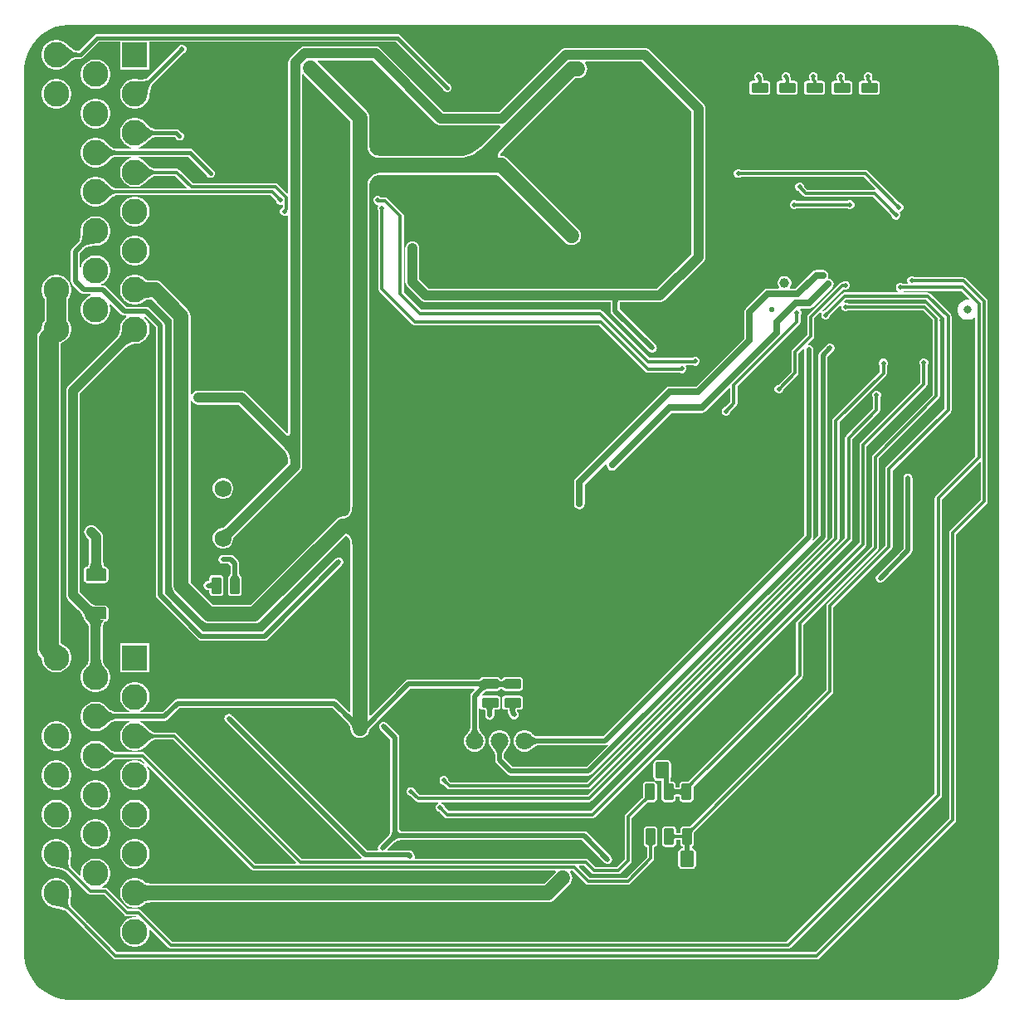
<source format=gbl>
G04*
G04 #@! TF.GenerationSoftware,Altium Limited,Altium Designer,24.1.2 (44)*
G04*
G04 Layer_Physical_Order=2*
G04 Layer_Color=16711680*
%FSLAX44Y44*%
%MOMM*%
G71*
G04*
G04 #@! TF.SameCoordinates,51AA683D-CA4B-47C4-9456-8286C0F4AF48*
G04*
G04*
G04 #@! TF.FilePolarity,Positive*
G04*
G01*
G75*
%ADD11C,0.3000*%
%ADD16C,0.4000*%
G04:AMPARAMS|DCode=29|XSize=1mm|YSize=1.7mm|CornerRadius=0.125mm|HoleSize=0mm|Usage=FLASHONLY|Rotation=0.000|XOffset=0mm|YOffset=0mm|HoleType=Round|Shape=RoundedRectangle|*
%AMROUNDEDRECTD29*
21,1,1.0000,1.4500,0,0,0.0*
21,1,0.7500,1.7000,0,0,0.0*
1,1,0.2500,0.3750,-0.7250*
1,1,0.2500,-0.3750,-0.7250*
1,1,0.2500,-0.3750,0.7250*
1,1,0.2500,0.3750,0.7250*
%
%ADD29ROUNDEDRECTD29*%
G04:AMPARAMS|DCode=31|XSize=1.4mm|YSize=1.7mm|CornerRadius=0.175mm|HoleSize=0mm|Usage=FLASHONLY|Rotation=180.000|XOffset=0mm|YOffset=0mm|HoleType=Round|Shape=RoundedRectangle|*
%AMROUNDEDRECTD31*
21,1,1.4000,1.3500,0,0,180.0*
21,1,1.0500,1.7000,0,0,180.0*
1,1,0.3500,-0.5250,0.6750*
1,1,0.3500,0.5250,0.6750*
1,1,0.3500,0.5250,-0.6750*
1,1,0.3500,-0.5250,-0.6750*
%
%ADD31ROUNDEDRECTD31*%
G04:AMPARAMS|DCode=32|XSize=1mm|YSize=1.7mm|CornerRadius=0.125mm|HoleSize=0mm|Usage=FLASHONLY|Rotation=90.000|XOffset=0mm|YOffset=0mm|HoleType=Round|Shape=RoundedRectangle|*
%AMROUNDEDRECTD32*
21,1,1.0000,1.4500,0,0,90.0*
21,1,0.7500,1.7000,0,0,90.0*
1,1,0.2500,0.7250,0.3750*
1,1,0.2500,0.7250,-0.3750*
1,1,0.2500,-0.7250,-0.3750*
1,1,0.2500,-0.7250,0.3750*
%
%ADD32ROUNDEDRECTD32*%
%ADD46C,1.0000*%
%ADD75C,0.5000*%
%ADD77C,1.0000*%
%ADD78C,1.5000*%
%ADD79C,0.7000*%
%ADD80C,2.0000*%
%ADD81C,0.8250*%
%ADD82C,0.5750*%
%ADD83O,6.0000X10.0000*%
%ADD84C,1.7250*%
%ADD85R,2.6250X2.6250*%
%ADD86C,2.6250*%
%ADD87C,1.8000*%
%ADD88C,6.0000*%
%ADD89C,0.5000*%
G04:AMPARAMS|DCode=90|XSize=1.27mm|YSize=2.1mm|CornerRadius=0.1588mm|HoleSize=0mm|Usage=FLASHONLY|Rotation=90.000|XOffset=0mm|YOffset=0mm|HoleType=Round|Shape=RoundedRectangle|*
%AMROUNDEDRECTD90*
21,1,1.2700,1.7825,0,0,90.0*
21,1,0.9525,2.1000,0,0,90.0*
1,1,0.3175,0.8913,0.4763*
1,1,0.3175,0.8913,-0.4763*
1,1,0.3175,-0.8913,-0.4763*
1,1,0.3175,-0.8913,0.4763*
%
%ADD90ROUNDEDRECTD90*%
G36*
X924025Y925129D02*
X930028Y923521D01*
X935770Y921142D01*
X941152Y918035D01*
X946083Y914251D01*
X950477Y909857D01*
X954261Y904926D01*
X957368Y899544D01*
X959747Y893802D01*
X961355Y887799D01*
X962166Y881637D01*
Y878530D01*
Y-21470D01*
Y-24577D01*
X961355Y-30739D01*
X959747Y-36742D01*
X957368Y-42484D01*
X954261Y-47866D01*
X950478Y-52797D01*
X946083Y-57192D01*
X941152Y-60975D01*
X935770Y-64082D01*
X930028Y-66461D01*
X924025Y-68069D01*
X917863Y-68880D01*
X11649D01*
X5487Y-68069D01*
X-516Y-66461D01*
X-6258Y-64082D01*
X-11640Y-60975D01*
X-16571Y-57192D01*
X-20965Y-52797D01*
X-24749Y-47866D01*
X-27856Y-42484D01*
X-30235Y-36742D01*
X-31843Y-30739D01*
X-32654Y-24577D01*
Y-21470D01*
Y878530D01*
Y881637D01*
X-31843Y887799D01*
X-30235Y893802D01*
X-27856Y899544D01*
X-24749Y904926D01*
X-20965Y909857D01*
X-16571Y914251D01*
X-11640Y918035D01*
X-6258Y921142D01*
X-516Y923521D01*
X5487Y925129D01*
X11649Y925940D01*
X917863D01*
X924025Y925129D01*
D02*
G37*
%LPC*%
G36*
X347901Y916493D02*
X347901Y916493D01*
X41665D01*
X40104Y916183D01*
X38781Y915299D01*
X38781Y915299D01*
X22851Y899368D01*
X20430D01*
X20239Y899383D01*
X19535Y899541D01*
X18730Y899825D01*
X17831Y900249D01*
X16845Y900818D01*
X15779Y901536D01*
X14659Y902390D01*
X12148Y904603D01*
X10806Y905928D01*
X10646Y906034D01*
X9642Y907038D01*
X7164Y908694D01*
X4412Y909834D01*
X1490Y910415D01*
X-1490D01*
X-4412Y909834D01*
X-7164Y908694D01*
X-9642Y907038D01*
X-11748Y904932D01*
X-13404Y902454D01*
X-14544Y899702D01*
X-15125Y896780D01*
Y893800D01*
X-14544Y890878D01*
X-13404Y888126D01*
X-11748Y885648D01*
X-9642Y883542D01*
X-7164Y881886D01*
X-4412Y880746D01*
X-1490Y880165D01*
X1490D01*
X4412Y880746D01*
X7164Y881886D01*
X9642Y883542D01*
X10646Y884546D01*
X10806Y884652D01*
X12148Y885976D01*
X14659Y888190D01*
X15780Y889045D01*
X16845Y889762D01*
X17831Y890331D01*
X18730Y890755D01*
X19535Y891039D01*
X20239Y891197D01*
X20430Y891212D01*
X24540D01*
X24540Y891212D01*
X26101Y891522D01*
X27424Y892406D01*
X43354Y908337D01*
X64875D01*
Y880165D01*
X95125D01*
Y908337D01*
X346212D01*
X394420Y860129D01*
X394841Y859111D01*
X396107Y857845D01*
X397761Y857160D01*
X399551D01*
X401205Y857845D01*
X402471Y859111D01*
X403156Y860765D01*
Y862555D01*
X402471Y864209D01*
X401205Y865475D01*
X400187Y865897D01*
X350785Y915299D01*
X349462Y916183D01*
X349203Y916234D01*
X347901Y916493D01*
D02*
G37*
G36*
X129041Y905530D02*
X127251D01*
X125597Y904845D01*
X124331Y903579D01*
X124101Y903023D01*
X92730Y871653D01*
X92553Y871501D01*
X91939Y871117D01*
X91191Y870777D01*
X90299Y870491D01*
X89258Y870268D01*
X88069Y870117D01*
X86764Y870046D01*
X83619Y870154D01*
X81880Y870337D01*
X81490Y870415D01*
X78510D01*
X75588Y869834D01*
X72836Y868694D01*
X70358Y867038D01*
X68252Y864932D01*
X66596Y862454D01*
X65456Y859702D01*
X64875Y856780D01*
Y853800D01*
X65456Y850878D01*
X66596Y848126D01*
X68252Y845648D01*
X70358Y843542D01*
X72836Y841886D01*
X75588Y840746D01*
X78510Y840165D01*
X81490D01*
X84412Y840746D01*
X87164Y841886D01*
X89642Y843542D01*
X91748Y845648D01*
X93404Y848126D01*
X94544Y850878D01*
X95125Y853800D01*
Y854032D01*
X95581Y857504D01*
X96208Y860678D01*
X96553Y861978D01*
X96926Y863123D01*
X97313Y864088D01*
X97706Y864867D01*
X98086Y865459D01*
X98172Y865559D01*
X129215Y896602D01*
X130695Y897215D01*
X131961Y898481D01*
X132646Y900135D01*
Y901925D01*
X131961Y903579D01*
X130695Y904845D01*
X129041Y905530D01*
D02*
G37*
G36*
X41490Y890415D02*
X38510D01*
X35588Y889834D01*
X32836Y888694D01*
X30358Y887038D01*
X28252Y884932D01*
X26596Y882454D01*
X25456Y879702D01*
X24875Y876780D01*
Y873800D01*
X25456Y870878D01*
X26596Y868126D01*
X28252Y865648D01*
X30358Y863542D01*
X32836Y861886D01*
X35588Y860746D01*
X38510Y860165D01*
X41490D01*
X44412Y860746D01*
X47164Y861886D01*
X49642Y863542D01*
X51748Y865648D01*
X53404Y868126D01*
X54544Y870878D01*
X55125Y873800D01*
Y876780D01*
X54544Y879702D01*
X53404Y882454D01*
X51748Y884932D01*
X49642Y887038D01*
X47164Y888694D01*
X44412Y889834D01*
X41490Y890415D01*
D02*
G37*
G36*
X829021Y877250D02*
X827231D01*
X825577Y876565D01*
X824311Y875299D01*
X823626Y873645D01*
Y871855D01*
X824311Y870201D01*
X824557Y869955D01*
Y869340D01*
X823978Y868634D01*
X822146D01*
X820878Y868381D01*
X819803Y867663D01*
X819085Y866588D01*
X818832Y865320D01*
Y857820D01*
X819085Y856552D01*
X819803Y855477D01*
X820878Y854759D01*
X822146Y854506D01*
X836646D01*
X837914Y854759D01*
X838989Y855477D01*
X839707Y856552D01*
X839960Y857820D01*
Y865320D01*
X839707Y866588D01*
X838989Y867663D01*
X837914Y868381D01*
X836646Y868634D01*
X832852D01*
X832693Y869436D01*
X832033Y870423D01*
X832626Y871855D01*
Y873645D01*
X831941Y875299D01*
X830675Y876565D01*
X829021Y877250D01*
D02*
G37*
G36*
X801081D02*
X799291D01*
X797637Y876565D01*
X796371Y875299D01*
X795686Y873645D01*
Y871855D01*
X796371Y870201D01*
X796617Y869955D01*
Y869340D01*
X796038Y868634D01*
X794206D01*
X792938Y868381D01*
X791863Y867663D01*
X791145Y866588D01*
X790892Y865320D01*
Y857820D01*
X791145Y856552D01*
X791863Y855477D01*
X792938Y854759D01*
X794206Y854506D01*
X808706D01*
X809974Y854759D01*
X811049Y855477D01*
X811767Y856552D01*
X812020Y857820D01*
Y865320D01*
X811767Y866588D01*
X811049Y867663D01*
X809974Y868381D01*
X808706Y868634D01*
X804912D01*
X804753Y869436D01*
X804093Y870423D01*
X804686Y871855D01*
Y873645D01*
X804001Y875299D01*
X802735Y876565D01*
X801081Y877250D01*
D02*
G37*
G36*
X773141D02*
X771351D01*
X769697Y876565D01*
X768431Y875299D01*
X767746Y873645D01*
Y871855D01*
X768431Y870201D01*
X768677Y869955D01*
Y869340D01*
X768098Y868634D01*
X766266D01*
X764998Y868381D01*
X763923Y867663D01*
X763205Y866588D01*
X762952Y865320D01*
Y857820D01*
X763205Y856552D01*
X763923Y855477D01*
X764998Y854759D01*
X766266Y854506D01*
X780766D01*
X782034Y854759D01*
X783109Y855477D01*
X783827Y856552D01*
X784080Y857820D01*
Y865320D01*
X783827Y866588D01*
X783109Y867663D01*
X782034Y868381D01*
X780766Y868634D01*
X776973D01*
X776813Y869436D01*
X776153Y870423D01*
X776746Y871855D01*
Y873645D01*
X776061Y875299D01*
X774795Y876565D01*
X773141Y877250D01*
D02*
G37*
G36*
X745201D02*
X743411D01*
X741757Y876565D01*
X740491Y875299D01*
X739806Y873645D01*
Y871855D01*
X740491Y870201D01*
X740788Y869904D01*
X740262Y868634D01*
X738326D01*
X737058Y868381D01*
X735983Y867663D01*
X735265Y866588D01*
X735012Y865320D01*
Y857820D01*
X735265Y856552D01*
X735983Y855477D01*
X737058Y854759D01*
X738326Y854506D01*
X752826D01*
X754094Y854759D01*
X755169Y855477D01*
X755887Y856552D01*
X756140Y857820D01*
Y865320D01*
X755887Y866588D01*
X755169Y867663D01*
X754094Y868381D01*
X752826Y868634D01*
X749176D01*
X749161Y868727D01*
X749145Y868912D01*
Y871480D01*
X748873Y872846D01*
X748806Y872946D01*
Y873645D01*
X748121Y875299D01*
X746855Y876565D01*
X745201Y877250D01*
D02*
G37*
G36*
X717261D02*
X715471D01*
X713817Y876565D01*
X712551Y875299D01*
X711866Y873645D01*
Y871855D01*
X712551Y870201D01*
X712848Y869904D01*
X712322Y868634D01*
X710386D01*
X709118Y868381D01*
X708043Y867663D01*
X707325Y866588D01*
X707072Y865320D01*
Y857820D01*
X707325Y856552D01*
X708043Y855477D01*
X709118Y854759D01*
X710386Y854506D01*
X724886D01*
X726154Y854759D01*
X727229Y855477D01*
X727947Y856552D01*
X728200Y857820D01*
Y865320D01*
X727947Y866588D01*
X727229Y867663D01*
X726154Y868381D01*
X724886Y868634D01*
X721236D01*
X721221Y868727D01*
X721205Y868912D01*
Y871480D01*
X720933Y872846D01*
X720866Y872946D01*
Y873645D01*
X720181Y875299D01*
X718915Y876565D01*
X717261Y877250D01*
D02*
G37*
G36*
X1490Y870415D02*
X-1490D01*
X-4412Y869834D01*
X-7164Y868694D01*
X-9642Y867038D01*
X-11748Y864932D01*
X-13404Y862454D01*
X-14544Y859702D01*
X-15125Y856780D01*
Y853800D01*
X-14544Y850878D01*
X-13404Y848126D01*
X-11748Y845648D01*
X-9642Y843542D01*
X-7164Y841886D01*
X-4412Y840746D01*
X-1490Y840165D01*
X1490D01*
X4412Y840746D01*
X7164Y841886D01*
X9642Y843542D01*
X11748Y845648D01*
X13404Y848126D01*
X14544Y850878D01*
X15125Y853800D01*
Y856780D01*
X14544Y859702D01*
X13404Y862454D01*
X11748Y864932D01*
X9642Y867038D01*
X7164Y868694D01*
X4412Y869834D01*
X1490Y870415D01*
D02*
G37*
G36*
X41490Y850415D02*
X38510D01*
X35588Y849834D01*
X32836Y848694D01*
X30358Y847038D01*
X28252Y844932D01*
X26596Y842454D01*
X25456Y839702D01*
X24875Y836780D01*
Y833800D01*
X25456Y830878D01*
X26596Y828126D01*
X28252Y825648D01*
X30358Y823542D01*
X32836Y821886D01*
X35588Y820746D01*
X38510Y820165D01*
X41490D01*
X44412Y820746D01*
X47164Y821886D01*
X49642Y823542D01*
X51748Y825648D01*
X53404Y828126D01*
X54544Y830878D01*
X55125Y833800D01*
Y836780D01*
X54544Y839702D01*
X53404Y842454D01*
X51748Y844932D01*
X49642Y847038D01*
X47164Y848694D01*
X44412Y849834D01*
X41490Y850415D01*
D02*
G37*
G36*
X696731Y778540D02*
X694941D01*
X693287Y777855D01*
X692021Y776589D01*
X691336Y774935D01*
Y773145D01*
X692021Y771491D01*
X693287Y770225D01*
X694941Y769540D01*
X696731D01*
X698385Y770225D01*
X698624Y770464D01*
X698729Y770471D01*
X823882D01*
X835804Y758549D01*
X835178Y757378D01*
X834826Y757449D01*
X766304D01*
X762826Y760927D01*
Y761275D01*
X762141Y762929D01*
X760875Y764195D01*
X759221Y764880D01*
X757431D01*
X755777Y764195D01*
X754511Y762929D01*
X753826Y761275D01*
Y759485D01*
X754511Y757831D01*
X755777Y756565D01*
X757431Y755880D01*
X757769D01*
X757848Y755811D01*
X762303Y751357D01*
X763460Y750583D01*
X764826Y750311D01*
X833348D01*
X849207Y734452D01*
X849627Y733823D01*
X852076Y731375D01*
Y730485D01*
X852761Y728831D01*
X854027Y727565D01*
X855681Y726880D01*
X857471D01*
X859125Y727565D01*
X860391Y728831D01*
X861076Y730485D01*
Y732275D01*
X860391Y733929D01*
X860353Y733967D01*
X860440Y734502D01*
X860785Y735331D01*
X862212Y735922D01*
X863478Y737188D01*
X864163Y738842D01*
Y740632D01*
X863478Y742286D01*
X862212Y743552D01*
X860558Y744237D01*
X860220D01*
X860141Y744305D01*
X827883Y776563D01*
X826725Y777337D01*
X825360Y777609D01*
X698631D01*
X698385Y777855D01*
X696731Y778540D01*
D02*
G37*
G36*
X753881Y746780D02*
X752091D01*
X750437Y746095D01*
X749171Y744829D01*
X748486Y743175D01*
Y741385D01*
X749171Y739731D01*
X750437Y738465D01*
X752091Y737780D01*
X753881D01*
X755535Y738465D01*
X755702Y738632D01*
X755771Y738636D01*
X806956D01*
X807277Y738315D01*
X808931Y737630D01*
X810721D01*
X812375Y738315D01*
X813641Y739581D01*
X814326Y741235D01*
Y743025D01*
X813641Y744679D01*
X812375Y745945D01*
X810721Y746630D01*
X808931D01*
X807277Y745945D01*
X807110Y745778D01*
X807040Y745774D01*
X755856D01*
X755535Y746095D01*
X753881Y746780D01*
D02*
G37*
G36*
X81490Y750415D02*
X78510D01*
X75588Y749834D01*
X72836Y748694D01*
X70358Y747038D01*
X68252Y744932D01*
X66596Y742454D01*
X65456Y739702D01*
X64875Y736780D01*
Y733800D01*
X65456Y730878D01*
X66596Y728126D01*
X68252Y725648D01*
X70358Y723542D01*
X72836Y721886D01*
X75588Y720746D01*
X78510Y720165D01*
X81490D01*
X84412Y720746D01*
X87164Y721886D01*
X89642Y723542D01*
X91748Y725648D01*
X93404Y728126D01*
X94544Y730878D01*
X95125Y733800D01*
Y736780D01*
X94544Y739702D01*
X93404Y742454D01*
X91748Y744932D01*
X89642Y747038D01*
X87164Y748694D01*
X84412Y749834D01*
X81490Y750415D01*
D02*
G37*
G36*
Y710415D02*
X78510D01*
X75588Y709834D01*
X72836Y708694D01*
X70358Y707038D01*
X68252Y704932D01*
X66596Y702454D01*
X65456Y699702D01*
X64875Y696780D01*
Y693800D01*
X65456Y690878D01*
X66596Y688126D01*
X68252Y685648D01*
X70358Y683542D01*
X72836Y681886D01*
X75588Y680746D01*
X78510Y680165D01*
X81490D01*
X84412Y680746D01*
X87164Y681886D01*
X89642Y683542D01*
X91748Y685648D01*
X93404Y688126D01*
X94544Y690878D01*
X95125Y693800D01*
Y696780D01*
X94544Y699702D01*
X93404Y702454D01*
X91748Y704932D01*
X89642Y707038D01*
X87164Y708694D01*
X84412Y709834D01*
X81490Y710415D01*
D02*
G37*
G36*
X873645Y669000D02*
X871855D01*
X870201Y668315D01*
X868935Y667049D01*
X868250Y665395D01*
Y663605D01*
X868671Y662589D01*
X867908Y661319D01*
X863795D01*
X863549Y661565D01*
X861895Y662250D01*
X860105D01*
X858451Y661565D01*
X857185Y660299D01*
X856500Y658645D01*
Y656855D01*
X857185Y655201D01*
X858418Y653969D01*
X858411Y653786D01*
X858118Y652699D01*
X804326D01*
X802960Y652427D01*
X801803Y651653D01*
X784279Y634130D01*
X783931D01*
X782277Y633445D01*
X781397Y634351D01*
X802810Y655764D01*
X803931Y655300D01*
X805721D01*
X807375Y655985D01*
X808641Y657251D01*
X809326Y658904D01*
Y660695D01*
X808641Y662349D01*
X807375Y663615D01*
X805721Y664300D01*
X803931D01*
X802277Y663615D01*
X801648Y662986D01*
X801417D01*
X800051Y662714D01*
X798894Y661940D01*
X767303Y630349D01*
X766529Y629192D01*
X766257Y627826D01*
Y609373D01*
X751206Y594322D01*
X750432Y593164D01*
X750161Y591798D01*
Y571958D01*
X736703Y558500D01*
X736355D01*
X734701Y557815D01*
X733435Y556549D01*
X732750Y554895D01*
Y553105D01*
X733435Y551451D01*
X734701Y550185D01*
X736355Y549500D01*
X738145D01*
X739799Y550185D01*
X741065Y551451D01*
X741750Y553105D01*
Y553443D01*
X741819Y553522D01*
X756253Y567956D01*
X757026Y569114D01*
X757298Y570479D01*
Y590320D01*
X761776Y594798D01*
X762595Y594515D01*
X762988Y594214D01*
Y405031D01*
X557596Y199638D01*
X490880D01*
X490425Y199705D01*
X489840Y199849D01*
X489246Y200055D01*
X488640Y200327D01*
X488020Y200668D01*
X487387Y201081D01*
X486742Y201569D01*
X486085Y202135D01*
X485381Y202816D01*
X485228Y202914D01*
X484290Y203852D01*
X481782Y205300D01*
X478984Y206050D01*
X476088D01*
X473290Y205300D01*
X470782Y203852D01*
X468734Y201804D01*
X467286Y199296D01*
X466536Y196498D01*
Y193602D01*
X467286Y190804D01*
X468734Y188296D01*
X470782Y186248D01*
X473290Y184800D01*
X476088Y184050D01*
X478984D01*
X481782Y184800D01*
X484290Y186248D01*
X485228Y187186D01*
X485381Y187284D01*
X486085Y187965D01*
X486742Y188531D01*
X487387Y189019D01*
X488020Y189432D01*
X488640Y189773D01*
X489246Y190045D01*
X489840Y190251D01*
X490425Y190395D01*
X490880Y190462D01*
X559496D01*
X561252Y190811D01*
X561917Y191255D01*
X562726Y190269D01*
X541175Y168718D01*
X465476D01*
X456724Y177470D01*
Y181706D01*
X456791Y182161D01*
X456935Y182746D01*
X457141Y183340D01*
X457413Y183946D01*
X457754Y184566D01*
X458167Y185199D01*
X458655Y185844D01*
X459221Y186501D01*
X459902Y187205D01*
X460000Y187358D01*
X460938Y188296D01*
X462386Y190804D01*
X463136Y193602D01*
Y196498D01*
X462386Y199296D01*
X460938Y201804D01*
X458890Y203852D01*
X456382Y205300D01*
X453584Y206050D01*
X450688D01*
X447890Y205300D01*
X445382Y203852D01*
X443334Y201804D01*
X441886Y199296D01*
X441136Y196498D01*
Y193602D01*
X441886Y190804D01*
X443334Y188296D01*
X444272Y187358D01*
X444370Y187205D01*
X445051Y186501D01*
X445617Y185844D01*
X446105Y185199D01*
X446518Y184566D01*
X446859Y183946D01*
X447131Y183340D01*
X447337Y182746D01*
X447481Y182162D01*
X447548Y181706D01*
Y175570D01*
X447897Y173814D01*
X448892Y172326D01*
X460332Y160886D01*
X461820Y159891D01*
X463576Y159542D01*
X543076D01*
X544832Y159891D01*
X546320Y160886D01*
X785244Y399810D01*
X786239Y401298D01*
X786588Y403054D01*
Y586654D01*
X792570Y592636D01*
X792821Y593011D01*
X793141Y593331D01*
X793314Y593748D01*
X793565Y594124D01*
X793653Y594567D01*
X793826Y594985D01*
Y595437D01*
X793914Y595880D01*
X793826Y596323D01*
Y596775D01*
X793653Y597192D01*
X793565Y597636D01*
X793314Y598012D01*
X793141Y598429D01*
X792821Y598749D01*
X792570Y599124D01*
X792195Y599375D01*
X791875Y599695D01*
X791458Y599868D01*
X791082Y600119D01*
X790639Y600207D01*
X790221Y600380D01*
X789769D01*
X789326Y600468D01*
X788883Y600380D01*
X788431D01*
X788013Y600207D01*
X787570Y600119D01*
X787194Y599868D01*
X786777Y599695D01*
X786458Y599375D01*
X786082Y599124D01*
X778756Y591798D01*
X777761Y590310D01*
X777412Y588554D01*
Y404954D01*
X772357Y399900D01*
X771371Y400709D01*
X771815Y401374D01*
X772164Y403130D01*
Y594380D01*
X772076Y594823D01*
Y595275D01*
X771903Y595693D01*
X771815Y596136D01*
X771564Y596512D01*
X771391Y596929D01*
X771071Y597248D01*
X770820Y597624D01*
X770444Y597875D01*
X770125Y598195D01*
X769708Y598368D01*
X769332Y598619D01*
X768889Y598707D01*
X768471Y598880D01*
X768019D01*
X767715Y598941D01*
X767417Y599430D01*
X767158Y600180D01*
X772349Y605371D01*
X773123Y606529D01*
X773395Y607895D01*
Y626348D01*
X780106Y633059D01*
X781011Y632179D01*
X780326Y630525D01*
Y628735D01*
X781011Y627081D01*
X782277Y625815D01*
X783931Y625130D01*
X785721D01*
X787375Y625815D01*
X788641Y627081D01*
X789326Y628735D01*
Y629073D01*
X789395Y629152D01*
X799531Y639288D01*
X800458Y638801D01*
X800660Y638621D01*
Y636904D01*
X801345Y635251D01*
X802611Y633985D01*
X804265Y633300D01*
X806055D01*
X807709Y633985D01*
X807948Y634224D01*
X808053Y634231D01*
X884413D01*
X894257Y624387D01*
Y548358D01*
X832977Y487077D01*
X832203Y485920D01*
X831931Y484554D01*
Y393978D01*
X755763Y317809D01*
X754989Y316652D01*
X754717Y315286D01*
Y263508D01*
X645981Y154772D01*
X645462Y154289D01*
X645040Y153950D01*
X644831Y153804D01*
X639246D01*
X637978Y153551D01*
X636903Y152833D01*
X636185Y151758D01*
X635932Y150490D01*
Y148239D01*
X635856Y148193D01*
X635572Y148077D01*
X635137Y147961D01*
X634557Y147865D01*
X634142Y147828D01*
X633410D01*
X632995Y147865D01*
X632415Y147961D01*
X631980Y148077D01*
X631696Y148193D01*
X631620Y148239D01*
Y150490D01*
X631367Y151758D01*
X630649Y152833D01*
X629574Y153551D01*
X628306Y153804D01*
X626644D01*
Y156370D01*
X626922Y156787D01*
X627213Y158250D01*
Y171750D01*
X626922Y173213D01*
X626094Y174454D01*
X624853Y175282D01*
X623390Y175573D01*
X612890D01*
X611427Y175282D01*
X610186Y174454D01*
X609358Y173213D01*
X609067Y171750D01*
Y158250D01*
X609358Y156787D01*
X610186Y155546D01*
X611427Y154718D01*
X612890Y154427D01*
X617468D01*
Y145740D01*
X617492Y145617D01*
Y135990D01*
X617745Y134722D01*
X618463Y133647D01*
X619538Y132929D01*
X620806Y132676D01*
X628306D01*
X629574Y132929D01*
X630649Y133647D01*
X631367Y134722D01*
X631620Y135990D01*
Y138241D01*
X631696Y138287D01*
X631980Y138403D01*
X632415Y138519D01*
X632995Y138615D01*
X633410Y138652D01*
X634142D01*
X634557Y138615D01*
X635137Y138519D01*
X635572Y138403D01*
X635856Y138287D01*
X635932Y138241D01*
Y135990D01*
X636185Y134722D01*
X636903Y133647D01*
X637978Y132929D01*
X639246Y132676D01*
X646746D01*
X648014Y132929D01*
X649089Y133647D01*
X649807Y134722D01*
X650060Y135990D01*
Y148575D01*
X650190Y148761D01*
X650899Y149596D01*
X760809Y259507D01*
X761583Y260664D01*
X761855Y262030D01*
Y313808D01*
X838023Y389977D01*
X838797Y391134D01*
X839069Y392500D01*
Y483076D01*
X900349Y544357D01*
X901123Y545514D01*
X901395Y546880D01*
Y625865D01*
X901123Y627231D01*
X900349Y628389D01*
X888415Y640323D01*
X887257Y641097D01*
X885892Y641368D01*
X807955D01*
X807709Y641615D01*
X806055Y642300D01*
X804338D01*
X804158Y642502D01*
X803671Y643428D01*
X805804Y645561D01*
X887348D01*
X906257Y626652D01*
Y534358D01*
X847053Y475153D01*
X846279Y473996D01*
X846007Y472630D01*
Y394554D01*
X786803Y335349D01*
X786029Y334192D01*
X785757Y332826D01*
Y247108D01*
X647647Y108997D01*
X647076Y108466D01*
X646637Y108113D01*
X646596Y108084D01*
X639856D01*
X638588Y107831D01*
X637513Y107113D01*
X636795Y106038D01*
X636542Y104770D01*
Y101120D01*
X636449Y101105D01*
X636264Y101089D01*
X632508D01*
X632323Y101105D01*
X632230Y101120D01*
Y104770D01*
X631977Y106038D01*
X631259Y107113D01*
X630184Y107831D01*
X628916Y108084D01*
X621416D01*
X620148Y107831D01*
X619073Y107113D01*
X618355Y106038D01*
X618102Y104770D01*
Y90270D01*
X618355Y89002D01*
X619073Y87927D01*
X620148Y87209D01*
X621416Y86956D01*
X628916D01*
X630184Y87209D01*
X631259Y87927D01*
X631977Y89002D01*
X632230Y90270D01*
Y93920D01*
X632323Y93935D01*
X632508Y93951D01*
X636264D01*
X636449Y93935D01*
X636542Y93920D01*
Y90270D01*
X636795Y89002D01*
X637513Y87927D01*
X638588Y87209D01*
X639018Y87123D01*
Y85573D01*
X638320D01*
X636857Y85282D01*
X635616Y84454D01*
X634788Y83213D01*
X634497Y81750D01*
Y68250D01*
X634788Y66787D01*
X635616Y65546D01*
X636857Y64718D01*
X638320Y64427D01*
X648820D01*
X650283Y64718D01*
X651524Y65546D01*
X652352Y66787D01*
X652643Y68250D01*
Y81750D01*
X652352Y83213D01*
X651524Y84454D01*
X650283Y85282D01*
X648820Y85573D01*
X648194D01*
Y87123D01*
X648624Y87209D01*
X649699Y87927D01*
X650417Y89002D01*
X650670Y90270D01*
Y101428D01*
X650774Y101624D01*
X651046Y102043D01*
X651414Y102533D01*
X652373Y103630D01*
X791849Y243107D01*
X792623Y244264D01*
X792895Y245630D01*
Y331348D01*
X852099Y390553D01*
X852873Y391710D01*
X853145Y393076D01*
Y471152D01*
X912349Y530357D01*
X913123Y531514D01*
X913395Y532880D01*
Y628130D01*
X913123Y629496D01*
X912349Y630653D01*
X891349Y651653D01*
X890192Y652427D01*
X888826Y652699D01*
X865229D01*
X864602Y653969D01*
X864762Y654177D01*
X864776Y654181D01*
X923522D01*
X931382Y646321D01*
X930737Y645170D01*
X928397D01*
X925790Y644472D01*
X923452Y643122D01*
X921544Y641214D01*
X920194Y638876D01*
X919496Y636269D01*
Y633571D01*
X920194Y630964D01*
X921544Y628626D01*
X923452Y626718D01*
X925790Y625368D01*
X928397Y624670D01*
X931095D01*
X933702Y625368D01*
X936040Y626718D01*
X936508Y627186D01*
X937681Y626700D01*
Y485728D01*
X897227Y445273D01*
X896453Y444116D01*
X896181Y442750D01*
Y141228D01*
X745022Y-9931D01*
X118490D01*
X86035Y22523D01*
X84877Y23297D01*
X83511Y23569D01*
X73228D01*
X52773Y44023D01*
X51616Y44797D01*
X50250Y45069D01*
X46795D01*
X46542Y46339D01*
X47164Y46596D01*
X49642Y48252D01*
X51748Y50358D01*
X53404Y52836D01*
X54544Y55588D01*
X55125Y58510D01*
Y61490D01*
X54544Y64412D01*
X53404Y67164D01*
X51748Y69642D01*
X49642Y71748D01*
X47164Y73404D01*
X44412Y74544D01*
X41490Y75125D01*
X38510D01*
X35588Y74544D01*
X32836Y73404D01*
X30358Y71748D01*
X28252Y69642D01*
X26596Y67164D01*
X25456Y64412D01*
X24875Y61490D01*
Y58510D01*
X24908Y58347D01*
X23788Y57748D01*
X15422Y66113D01*
X15208Y66369D01*
X14882Y66929D01*
X14600Y67635D01*
X14377Y68499D01*
X14228Y69527D01*
X14162Y70715D01*
X14188Y72031D01*
X14540Y75222D01*
X14869Y77023D01*
X14866Y77207D01*
X15125Y78510D01*
Y81490D01*
X14544Y84412D01*
X13404Y87164D01*
X11748Y89642D01*
X9642Y91748D01*
X7164Y93404D01*
X4412Y94544D01*
X1490Y95125D01*
X-1490D01*
X-4412Y94544D01*
X-7164Y93404D01*
X-9642Y91748D01*
X-11748Y89642D01*
X-13404Y87164D01*
X-14544Y84412D01*
X-15125Y81490D01*
Y78510D01*
X-14544Y75588D01*
X-13404Y72836D01*
X-11748Y70358D01*
X-9642Y68252D01*
X-7164Y66596D01*
X-4412Y65456D01*
X-2929Y65161D01*
X-2751Y65088D01*
X1535Y64236D01*
X4991Y63400D01*
X7650Y62577D01*
X8621Y62197D01*
X9381Y61838D01*
X9889Y61533D01*
X9997Y61445D01*
X32465Y38977D01*
X33623Y38203D01*
X34989Y37931D01*
X48772D01*
X69227Y17477D01*
X70384Y16703D01*
X71750Y16431D01*
X80929D01*
X80951Y16395D01*
X80232Y15125D01*
X78510D01*
X75588Y14544D01*
X72836Y13404D01*
X70358Y11748D01*
X68252Y9642D01*
X66596Y7164D01*
X65456Y4412D01*
X64875Y1490D01*
Y-1490D01*
X65456Y-4412D01*
X66596Y-7164D01*
X68252Y-9642D01*
X70358Y-11748D01*
X72836Y-13404D01*
X75588Y-14544D01*
X78510Y-15125D01*
X81490D01*
X84412Y-14544D01*
X87164Y-13404D01*
X89642Y-11748D01*
X91748Y-9642D01*
X93404Y-7164D01*
X94544Y-4412D01*
X95125Y-1490D01*
Y1490D01*
X95092Y1653D01*
X96213Y2252D01*
X114488Y-16023D01*
X115646Y-16797D01*
X117011Y-17069D01*
X746500D01*
X747866Y-16797D01*
X749023Y-16023D01*
X902273Y137227D01*
X903047Y138384D01*
X903319Y139750D01*
Y441272D01*
X941754Y479707D01*
X942927Y479221D01*
Y440841D01*
X911727Y409640D01*
X910953Y408483D01*
X910681Y407117D01*
Y115728D01*
X774522Y-20431D01*
X61967D01*
X25898Y15637D01*
X25898Y15637D01*
X15422Y26113D01*
X15208Y26369D01*
X14882Y26929D01*
X14600Y27635D01*
X14377Y28500D01*
X14228Y29527D01*
X14162Y30715D01*
X14188Y32031D01*
X14540Y35222D01*
X14869Y37023D01*
X14866Y37207D01*
X15125Y38510D01*
Y41490D01*
X14544Y44412D01*
X13404Y47164D01*
X11748Y49642D01*
X9642Y51748D01*
X7164Y53404D01*
X4412Y54544D01*
X1490Y55125D01*
X-1490D01*
X-4412Y54544D01*
X-7164Y53404D01*
X-9642Y51748D01*
X-11748Y49642D01*
X-13404Y47164D01*
X-14544Y44412D01*
X-15125Y41490D01*
Y38510D01*
X-14544Y35588D01*
X-13404Y32836D01*
X-11748Y30358D01*
X-9642Y28252D01*
X-7164Y26596D01*
X-4412Y25456D01*
X-2929Y25161D01*
X-2751Y25088D01*
X1536Y24236D01*
X4991Y23400D01*
X7650Y22577D01*
X8621Y22197D01*
X9381Y21838D01*
X9889Y21533D01*
X9997Y21445D01*
X20852Y10590D01*
X20852Y10590D01*
X57965Y-26523D01*
X59123Y-27297D01*
X60489Y-27569D01*
X776000D01*
X777366Y-27297D01*
X778523Y-26523D01*
X916773Y111727D01*
X917547Y112884D01*
X917819Y114250D01*
Y405639D01*
X949019Y436839D01*
X949793Y437997D01*
X950064Y439363D01*
Y643325D01*
X949793Y644691D01*
X949019Y645848D01*
X927844Y667023D01*
X926687Y667797D01*
X925321Y668069D01*
X875545D01*
X875299Y668315D01*
X873645Y669000D01*
D02*
G37*
G36*
X325736Y903540D02*
X252950D01*
X251123Y903300D01*
X249420Y902595D01*
X247957Y901472D01*
X238724Y892238D01*
X237602Y890776D01*
X236896Y889073D01*
X236656Y887246D01*
Y753742D01*
X235482Y753256D01*
X225925Y762813D01*
X224767Y763587D01*
X223401Y763859D01*
X139438D01*
X125483Y777813D01*
X124326Y778587D01*
X122960Y778859D01*
X100688D01*
X100424Y778883D01*
X99797Y779042D01*
X99034Y779342D01*
X98148Y779797D01*
X97154Y780412D01*
X96098Y781163D01*
X92232Y784513D01*
X90810Y785925D01*
X90648Y786032D01*
X89642Y787038D01*
X87164Y788694D01*
X84412Y789834D01*
X83869Y789942D01*
X83994Y791212D01*
X134407D01*
X153119Y772499D01*
X153541Y771481D01*
X154807Y770215D01*
X156461Y769530D01*
X158251D01*
X159905Y770215D01*
X161171Y771481D01*
X161856Y773135D01*
Y774925D01*
X161171Y776579D01*
X159905Y777845D01*
X158887Y778267D01*
X138980Y798174D01*
X137657Y799058D01*
X136096Y799368D01*
X136096Y799368D01*
X83994D01*
X83869Y800638D01*
X84412Y800746D01*
X87164Y801886D01*
X89642Y803542D01*
X90646Y804546D01*
X90806Y804652D01*
X92148Y805976D01*
X94659Y808190D01*
X95780Y809045D01*
X96845Y809762D01*
X97831Y810331D01*
X98730Y810755D01*
X99535Y811039D01*
X100239Y811197D01*
X100430Y811212D01*
X120486D01*
X121561Y810137D01*
X121791Y809581D01*
X123057Y808315D01*
X124711Y807630D01*
X126501D01*
X128155Y808315D01*
X129421Y809581D01*
X130106Y811235D01*
Y813025D01*
X129421Y814679D01*
X128155Y815945D01*
X126675Y816558D01*
X125059Y818174D01*
X123736Y819058D01*
X122175Y819368D01*
X122175Y819368D01*
X100430D01*
X100239Y819383D01*
X99535Y819541D01*
X98730Y819825D01*
X97831Y820249D01*
X96845Y820818D01*
X95779Y821536D01*
X94659Y822390D01*
X92148Y824603D01*
X90806Y825928D01*
X90646Y826034D01*
X89642Y827038D01*
X87164Y828694D01*
X84412Y829834D01*
X81490Y830415D01*
X78510D01*
X75588Y829834D01*
X72836Y828694D01*
X70358Y827038D01*
X68252Y824932D01*
X66596Y822454D01*
X65456Y819702D01*
X64875Y816780D01*
Y813800D01*
X65456Y810878D01*
X66596Y808126D01*
X68252Y805648D01*
X70358Y803542D01*
X72836Y801886D01*
X75588Y800746D01*
X76131Y800638D01*
X76006Y799368D01*
X60430D01*
X60239Y799383D01*
X59535Y799541D01*
X58730Y799825D01*
X57831Y800249D01*
X56845Y800818D01*
X55779Y801536D01*
X54659Y802390D01*
X52148Y804603D01*
X50806Y805928D01*
X50646Y806034D01*
X49642Y807038D01*
X47164Y808694D01*
X44412Y809834D01*
X41490Y810415D01*
X38510D01*
X35588Y809834D01*
X32836Y808694D01*
X30358Y807038D01*
X28252Y804932D01*
X26596Y802454D01*
X25456Y799702D01*
X24875Y796780D01*
Y793800D01*
X25456Y790878D01*
X26596Y788126D01*
X28252Y785648D01*
X30358Y783542D01*
X32836Y781886D01*
X35588Y780746D01*
X38510Y780165D01*
X41490D01*
X44412Y780746D01*
X47164Y781886D01*
X49642Y783542D01*
X50646Y784546D01*
X50806Y784652D01*
X52148Y785976D01*
X54659Y788190D01*
X55780Y789045D01*
X56845Y789762D01*
X57831Y790331D01*
X58730Y790755D01*
X59535Y791039D01*
X60239Y791197D01*
X60430Y791212D01*
X76006D01*
X76131Y789942D01*
X75588Y789834D01*
X72836Y788694D01*
X70358Y787038D01*
X68252Y784932D01*
X66596Y782454D01*
X65456Y779702D01*
X64875Y776780D01*
Y773800D01*
X65456Y770878D01*
X66596Y768126D01*
X68252Y765648D01*
X70358Y763542D01*
X72836Y761886D01*
X75588Y760746D01*
X78510Y760165D01*
X81490D01*
X84412Y760746D01*
X87164Y761886D01*
X89642Y763542D01*
X90648Y764548D01*
X90810Y764655D01*
X92246Y766081D01*
X94894Y768465D01*
X96062Y769392D01*
X97154Y770168D01*
X98148Y770783D01*
X99034Y771238D01*
X99797Y771538D01*
X100424Y771697D01*
X100688Y771721D01*
X121482D01*
X133171Y760032D01*
X132685Y758859D01*
X60688D01*
X60424Y758883D01*
X59797Y759042D01*
X59034Y759342D01*
X58148Y759797D01*
X57154Y760412D01*
X56098Y761163D01*
X52232Y764513D01*
X50810Y765925D01*
X50648Y766032D01*
X49642Y767038D01*
X47164Y768694D01*
X44412Y769834D01*
X41490Y770415D01*
X38510D01*
X35588Y769834D01*
X32836Y768694D01*
X30358Y767038D01*
X28252Y764932D01*
X26596Y762454D01*
X25456Y759702D01*
X24875Y756780D01*
Y753800D01*
X25456Y750878D01*
X26596Y748126D01*
X28252Y745648D01*
X30358Y743542D01*
X32836Y741886D01*
X35588Y740746D01*
X38510Y740165D01*
X41490D01*
X44412Y740746D01*
X47164Y741886D01*
X49642Y743542D01*
X50648Y744548D01*
X50810Y744655D01*
X52246Y746081D01*
X54894Y748465D01*
X56062Y749392D01*
X57154Y750168D01*
X58148Y750783D01*
X59034Y751238D01*
X59797Y751538D01*
X60424Y751697D01*
X60688Y751721D01*
X218438D01*
X224076Y746083D01*
Y745735D01*
X224761Y744081D01*
X226027Y742815D01*
X227681Y742130D01*
X229471D01*
X229951Y742329D01*
X231007Y741623D01*
Y739601D01*
X230027Y739195D01*
X228761Y737929D01*
X228076Y736275D01*
Y734485D01*
X228761Y732831D01*
X230027Y731565D01*
X231681Y730880D01*
X233471D01*
X235125Y731565D01*
X235386Y731826D01*
X236656Y731300D01*
Y511942D01*
X236612Y510806D01*
X236484Y509907D01*
X235830Y509419D01*
X235022Y509302D01*
X234296Y509847D01*
X233461Y510619D01*
X193838Y550242D01*
X192376Y551365D01*
X190673Y552070D01*
X188846Y552310D01*
X144500D01*
X142673Y552070D01*
X140970Y551365D01*
X139508Y550242D01*
X138385Y548780D01*
X138298Y548569D01*
X137028Y548821D01*
Y628680D01*
X136701Y631160D01*
X135744Y633471D01*
X134221Y635455D01*
X107611Y662066D01*
X105627Y663588D01*
X103316Y664546D01*
X100836Y664872D01*
X96652D01*
X95925Y664887D01*
X93724Y665058D01*
X92868Y665176D01*
X92148Y665316D01*
X91593Y665466D01*
X91220Y665607D01*
X91046Y665701D01*
X90855Y665859D01*
X90782Y665898D01*
X89642Y667038D01*
X87164Y668694D01*
X84412Y669834D01*
X81490Y670415D01*
X78510D01*
X75588Y669834D01*
X72836Y668694D01*
X70358Y667038D01*
X68252Y664932D01*
X66596Y662454D01*
X65456Y659702D01*
X64875Y656780D01*
Y653800D01*
X65456Y650878D01*
X66596Y648126D01*
X68252Y645648D01*
X70358Y643542D01*
X72836Y641886D01*
X75588Y640746D01*
X78510Y640165D01*
X81490D01*
X84412Y640746D01*
X87164Y641886D01*
X89642Y643542D01*
X90782Y644682D01*
X90855Y644721D01*
X91046Y644879D01*
X91220Y644973D01*
X91593Y645114D01*
X92148Y645264D01*
X92808Y645392D01*
X96869Y645706D01*
X117864Y624711D01*
Y353090D01*
X118190Y350610D01*
X119148Y348299D01*
X120670Y346315D01*
X149311Y317675D01*
X151295Y316152D01*
X153606Y315194D01*
X156086Y314868D01*
X201806D01*
X204286Y315194D01*
X206597Y316152D01*
X208581Y317675D01*
X295329Y404422D01*
X296131Y404032D01*
X297128Y403248D01*
X298000Y402207D01*
X298754Y400863D01*
X299372Y399188D01*
X299833Y397169D01*
X300118Y394811D01*
X300174Y393268D01*
Y225477D01*
X298904Y224951D01*
X287230Y236624D01*
X285742Y237619D01*
X283986Y237968D01*
X123898D01*
X122143Y237619D01*
X120654Y236624D01*
X108618Y224588D01*
X85635D01*
X85382Y225858D01*
X87164Y226596D01*
X89642Y228252D01*
X91748Y230358D01*
X93404Y232836D01*
X94544Y235588D01*
X95125Y238510D01*
Y241490D01*
X94544Y244412D01*
X93404Y247164D01*
X91748Y249642D01*
X89642Y251748D01*
X87164Y253404D01*
X84412Y254544D01*
X81490Y255125D01*
X78510D01*
X75588Y254544D01*
X72836Y253404D01*
X70358Y251748D01*
X68252Y249642D01*
X66596Y247164D01*
X65456Y244412D01*
X64875Y241490D01*
Y238510D01*
X65456Y235588D01*
X66596Y232836D01*
X68252Y230358D01*
X70358Y228252D01*
X72836Y226596D01*
X74618Y225858D01*
X74365Y224588D01*
X60109D01*
X60044Y224593D01*
X59265Y224746D01*
X58419Y225015D01*
X57506Y225408D01*
X56528Y225933D01*
X55491Y226593D01*
X54420Y227375D01*
X52048Y229418D01*
X50802Y230642D01*
X50644Y230746D01*
X49642Y231748D01*
X47164Y233404D01*
X44412Y234544D01*
X41490Y235125D01*
X38510D01*
X35588Y234544D01*
X32836Y233404D01*
X30358Y231748D01*
X28252Y229642D01*
X26596Y227164D01*
X25456Y224412D01*
X24875Y221490D01*
Y218510D01*
X25456Y215588D01*
X26596Y212836D01*
X28252Y210358D01*
X30358Y208252D01*
X32836Y206596D01*
X35588Y205456D01*
X38510Y204875D01*
X41490D01*
X44412Y205456D01*
X47164Y206596D01*
X49642Y208252D01*
X50629Y209239D01*
X50772Y209329D01*
X53273Y211688D01*
X54399Y212610D01*
X55491Y213407D01*
X56528Y214067D01*
X57506Y214592D01*
X58419Y214985D01*
X59266Y215254D01*
X60044Y215407D01*
X60109Y215412D01*
X74365D01*
X74618Y214142D01*
X72836Y213404D01*
X70358Y211748D01*
X68252Y209642D01*
X66596Y207164D01*
X65456Y204412D01*
X64875Y201490D01*
Y198510D01*
X65456Y195588D01*
X66596Y192836D01*
X68252Y190358D01*
X70358Y188252D01*
X72836Y186596D01*
X75588Y185456D01*
X78510Y184875D01*
X81490D01*
X84412Y185456D01*
X87164Y186596D01*
X89642Y188252D01*
X90648Y189258D01*
X90810Y189365D01*
X92246Y190791D01*
X94894Y193175D01*
X96062Y194102D01*
X97154Y194878D01*
X98148Y195493D01*
X99034Y195948D01*
X99797Y196248D01*
X100424Y196407D01*
X100688Y196431D01*
X119022D01*
X244501Y70952D01*
X244015Y69779D01*
X203268D01*
X90523Y182523D01*
X89366Y183297D01*
X88000Y183569D01*
X60688D01*
X60424Y183593D01*
X59797Y183752D01*
X59034Y184052D01*
X58148Y184507D01*
X57154Y185122D01*
X56098Y185873D01*
X52232Y189223D01*
X50810Y190635D01*
X50648Y190742D01*
X49642Y191748D01*
X47164Y193404D01*
X44412Y194544D01*
X41490Y195125D01*
X38510D01*
X35588Y194544D01*
X32836Y193404D01*
X30358Y191748D01*
X28252Y189642D01*
X26596Y187164D01*
X25456Y184412D01*
X24875Y181490D01*
Y178510D01*
X25456Y175588D01*
X26596Y172836D01*
X28252Y170358D01*
X30358Y168252D01*
X32836Y166596D01*
X35588Y165456D01*
X38510Y164875D01*
X41490D01*
X44412Y165456D01*
X47164Y166596D01*
X49642Y168252D01*
X50648Y169258D01*
X50810Y169365D01*
X52246Y170791D01*
X54894Y173175D01*
X56062Y174102D01*
X57154Y174878D01*
X58148Y175493D01*
X59034Y175948D01*
X59797Y176248D01*
X60424Y176407D01*
X60688Y176431D01*
X86522D01*
X89750Y173203D01*
X88940Y172217D01*
X87164Y173404D01*
X84412Y174544D01*
X81490Y175125D01*
X78510D01*
X75588Y174544D01*
X72836Y173404D01*
X70358Y171748D01*
X68252Y169642D01*
X66596Y167164D01*
X65456Y164412D01*
X64875Y161490D01*
Y158510D01*
X65456Y155588D01*
X66596Y152836D01*
X68252Y150358D01*
X70358Y148252D01*
X72836Y146596D01*
X75588Y145456D01*
X78510Y144875D01*
X81490D01*
X84412Y145456D01*
X87164Y146596D01*
X89642Y148252D01*
X91748Y150358D01*
X93404Y152836D01*
X94544Y155588D01*
X95125Y158510D01*
Y161490D01*
X94544Y164412D01*
X93404Y167164D01*
X92217Y168940D01*
X93203Y169750D01*
X199267Y63687D01*
X200424Y62913D01*
X201790Y62641D01*
X508851D01*
X509376Y61371D01*
X497587Y49582D01*
X96891D01*
X95950Y49605D01*
X93749Y49796D01*
X92887Y49928D01*
X92151Y50086D01*
X91571Y50256D01*
X91158Y50422D01*
X90920Y50556D01*
X90667Y50763D01*
X90580Y50810D01*
X89642Y51748D01*
X87164Y53404D01*
X84412Y54544D01*
X81490Y55125D01*
X78510D01*
X75588Y54544D01*
X72836Y53404D01*
X70358Y51748D01*
X68252Y49642D01*
X66596Y47164D01*
X65456Y44412D01*
X64875Y41490D01*
Y38510D01*
X65456Y35588D01*
X66596Y32836D01*
X68252Y30358D01*
X70358Y28252D01*
X72836Y26596D01*
X75588Y25456D01*
X78510Y24875D01*
X81490D01*
X84412Y25456D01*
X87164Y26596D01*
X89642Y28252D01*
X90580Y29190D01*
X90667Y29237D01*
X90920Y29444D01*
X91158Y29578D01*
X91571Y29744D01*
X92151Y29914D01*
X92887Y30072D01*
X93731Y30201D01*
X96876Y30418D01*
X501556D01*
X504036Y30745D01*
X506347Y31702D01*
X508331Y33224D01*
X523541Y48435D01*
X525064Y50419D01*
X526021Y52730D01*
X526348Y55210D01*
X526021Y57690D01*
X525064Y60001D01*
X524013Y61371D01*
X524639Y62641D01*
X526812D01*
X539977Y49477D01*
X541134Y48703D01*
X542500Y48431D01*
X583000D01*
X584366Y48703D01*
X585523Y49477D01*
X608689Y72643D01*
X609463Y73800D01*
X609735Y75166D01*
Y86678D01*
X609751Y86862D01*
X609766Y86956D01*
X609916D01*
X611184Y87209D01*
X612259Y87927D01*
X612977Y89002D01*
X613230Y90270D01*
Y104770D01*
X612977Y106038D01*
X612259Y107113D01*
X611184Y107831D01*
X609916Y108084D01*
X602416D01*
X601148Y107831D01*
X600073Y107113D01*
X599355Y106038D01*
X599102Y104770D01*
Y90270D01*
X599355Y89002D01*
X600073Y87927D01*
X601148Y87209D01*
X602416Y86956D01*
X602566D01*
X602581Y86862D01*
X602597Y86678D01*
Y76644D01*
X581522Y55569D01*
X543978D01*
X533079Y66468D01*
X533565Y67641D01*
X538812D01*
X546227Y60227D01*
X547384Y59453D01*
X548750Y59181D01*
X573250D01*
X574616Y59453D01*
X575773Y60227D01*
X586037Y70490D01*
X586810Y71648D01*
X587082Y73014D01*
Y116220D01*
X602571Y131708D01*
X603090Y132191D01*
X603512Y132530D01*
X603721Y132676D01*
X609306D01*
X610574Y132929D01*
X611649Y133647D01*
X612367Y134722D01*
X612620Y135990D01*
Y150490D01*
X612367Y151758D01*
X611649Y152833D01*
X610574Y153551D01*
X609306Y153804D01*
X601806D01*
X600538Y153551D01*
X599463Y152833D01*
X598745Y151758D01*
X598492Y150490D01*
Y137905D01*
X598362Y137719D01*
X597653Y136884D01*
X580990Y120221D01*
X580217Y119063D01*
X579945Y117698D01*
Y74492D01*
X571772Y66319D01*
X550228D01*
X542813Y73733D01*
X541656Y74507D01*
X540290Y74779D01*
X366377D01*
X366174Y74907D01*
X365634Y75601D01*
X365466Y76049D01*
X365576Y76315D01*
Y76767D01*
X365664Y77210D01*
X365576Y77653D01*
Y78105D01*
X365403Y78523D01*
X365315Y78966D01*
X365064Y79342D01*
X364891Y79759D01*
X364571Y80078D01*
X364320Y80454D01*
X362840Y81934D01*
X361352Y82929D01*
X359596Y83278D01*
X338352D01*
X337866Y84452D01*
X344996Y91582D01*
X345501Y91985D01*
X346147Y92425D01*
X346813Y92802D01*
X347499Y93120D01*
X348209Y93381D01*
X348946Y93584D01*
X349714Y93731D01*
X350356Y93802D01*
X536376D01*
X559242Y70936D01*
X559617Y70685D01*
X559937Y70365D01*
X560354Y70192D01*
X560730Y69941D01*
X561174Y69853D01*
X561591Y69680D01*
X562043D01*
X562486Y69592D01*
X562929Y69680D01*
X563381D01*
X563798Y69853D01*
X564242Y69941D01*
X564618Y70192D01*
X565035Y70365D01*
X565354Y70685D01*
X565730Y70936D01*
X565981Y71311D01*
X566301Y71631D01*
X566474Y72048D01*
X566725Y72424D01*
X566813Y72867D01*
X566986Y73285D01*
Y73737D01*
X567074Y74180D01*
X566986Y74623D01*
Y75075D01*
X566813Y75493D01*
X566725Y75936D01*
X566474Y76312D01*
X566301Y76729D01*
X565981Y77049D01*
X565730Y77424D01*
X541520Y101634D01*
X540032Y102629D01*
X538276Y102978D01*
X352051D01*
X351518Y103072D01*
X351078Y103219D01*
X350755Y103392D01*
X350515Y103589D01*
X350318Y103829D01*
X350145Y104152D01*
X349998Y104592D01*
X349904Y105125D01*
Y198390D01*
X349555Y200146D01*
X348560Y201634D01*
X337070Y213124D01*
X336695Y213375D01*
X336375Y213695D01*
X335958Y213868D01*
X335582Y214119D01*
X335139Y214207D01*
X334721Y214380D01*
X334269D01*
X333826Y214468D01*
X333383Y214380D01*
X332931D01*
X332514Y214207D01*
X332070Y214119D01*
X331694Y213868D01*
X331277Y213695D01*
X330957Y213375D01*
X330582Y213124D01*
X330331Y212749D01*
X330011Y212429D01*
X329838Y212012D01*
X329587Y211636D01*
X329499Y211192D01*
X329326Y210775D01*
Y210323D01*
X329238Y209880D01*
X329326Y209437D01*
Y208985D01*
X329499Y208568D01*
X329587Y208124D01*
X329838Y207748D01*
X330011Y207331D01*
X330331Y207011D01*
X330582Y206636D01*
X340728Y196490D01*
Y103430D01*
X340657Y102788D01*
X340510Y102020D01*
X340307Y101283D01*
X340047Y100573D01*
X339728Y99887D01*
X339351Y99221D01*
X338912Y98575D01*
X338508Y98070D01*
X329372Y88934D01*
X329121Y88559D01*
X328801Y88239D01*
X328628Y87822D01*
X328377Y87446D01*
X328289Y87002D01*
X328116Y86585D01*
Y86133D01*
X328028Y85690D01*
X328116Y85247D01*
Y84795D01*
X328218Y84548D01*
X328027Y84052D01*
X327495Y83392D01*
X327311Y83278D01*
X317166D01*
X179070Y221374D01*
X178694Y221625D01*
X178375Y221945D01*
X177958Y222118D01*
X177582Y222369D01*
X177139Y222457D01*
X176721Y222630D01*
X176269D01*
X175826Y222718D01*
X175383Y222630D01*
X174931D01*
X174513Y222457D01*
X174070Y222369D01*
X173694Y222118D01*
X173277Y221945D01*
X172957Y221625D01*
X172582Y221374D01*
X172331Y220998D01*
X172011Y220679D01*
X171838Y220262D01*
X171587Y219886D01*
X171499Y219443D01*
X171326Y219025D01*
Y218573D01*
X171238Y218130D01*
X171326Y217687D01*
Y217235D01*
X171499Y216817D01*
X171587Y216374D01*
X171838Y215998D01*
X172011Y215581D01*
X172331Y215261D01*
X172582Y214886D01*
X311419Y76049D01*
X310893Y74779D01*
X250768D01*
X123023Y202523D01*
X121866Y203297D01*
X120500Y203569D01*
X100688D01*
X100424Y203593D01*
X99797Y203752D01*
X99034Y204052D01*
X98148Y204507D01*
X97154Y205122D01*
X96098Y205873D01*
X92232Y209223D01*
X90810Y210635D01*
X90648Y210742D01*
X89642Y211748D01*
X87164Y213404D01*
X85382Y214142D01*
X85635Y215412D01*
X110518D01*
X112274Y215761D01*
X113763Y216756D01*
X125799Y228792D01*
X282085D01*
X292474Y218403D01*
X294422Y216368D01*
X297108Y213219D01*
X298123Y211870D01*
X298941Y210651D01*
X299549Y209590D01*
X299949Y208708D01*
X300153Y208040D01*
X300174Y207855D01*
Y207610D01*
X300501Y205130D01*
X301458Y202819D01*
X302980Y200835D01*
X304965Y199312D01*
X307276Y198354D01*
X309756Y198028D01*
X312236Y198354D01*
X314547Y199312D01*
X316531Y200835D01*
X318054Y202819D01*
X319011Y205130D01*
X319185Y206446D01*
X361330Y248592D01*
X426210D01*
X426696Y247418D01*
X423492Y244214D01*
X422497Y242726D01*
X422148Y240970D01*
Y208394D01*
X422081Y207939D01*
X421937Y207354D01*
X421731Y206760D01*
X421459Y206154D01*
X421118Y205534D01*
X420705Y204901D01*
X420217Y204256D01*
X419651Y203599D01*
X418970Y202895D01*
X418872Y202742D01*
X417934Y201804D01*
X416486Y199296D01*
X415736Y196498D01*
Y193602D01*
X416486Y190804D01*
X417934Y188296D01*
X419982Y186248D01*
X422490Y184800D01*
X425288Y184050D01*
X428184D01*
X430982Y184800D01*
X433490Y186248D01*
X435538Y188296D01*
X436986Y190804D01*
X437736Y193602D01*
Y196498D01*
X436986Y199296D01*
X435538Y201804D01*
X434600Y202742D01*
X434502Y202895D01*
X433821Y203599D01*
X433255Y204256D01*
X432767Y204901D01*
X432354Y205534D01*
X432013Y206154D01*
X431741Y206760D01*
X431535Y207354D01*
X431391Y207939D01*
X431324Y208394D01*
Y228089D01*
X432594Y228474D01*
X432853Y228087D01*
X433928Y227369D01*
X435196Y227116D01*
X437077D01*
X437123Y227040D01*
X437239Y226756D01*
X437355Y226321D01*
X437451Y225741D01*
X437488Y225326D01*
Y221130D01*
X437576Y220687D01*
Y220235D01*
X437749Y219817D01*
X437837Y219374D01*
X438088Y218998D01*
X438261Y218581D01*
X438581Y218261D01*
X438832Y217886D01*
X439207Y217635D01*
X439527Y217315D01*
X439944Y217142D01*
X440320Y216891D01*
X440763Y216803D01*
X441181Y216630D01*
X441633D01*
X442076Y216542D01*
X442519Y216630D01*
X442971D01*
X443389Y216803D01*
X443832Y216891D01*
X444208Y217142D01*
X444625Y217315D01*
X444945Y217635D01*
X445320Y217886D01*
X445571Y218261D01*
X445891Y218581D01*
X446064Y218998D01*
X446315Y219374D01*
X446403Y219817D01*
X446576Y220235D01*
Y220687D01*
X446664Y221130D01*
Y225326D01*
X446701Y225741D01*
X446796Y226321D01*
X446913Y226756D01*
X447029Y227040D01*
X447075Y227116D01*
X449696D01*
X450964Y227369D01*
X452039Y228087D01*
X452757Y229162D01*
X453010Y230430D01*
Y237930D01*
X452757Y239198D01*
X452039Y240273D01*
X450964Y240991D01*
X449696Y241244D01*
X435294D01*
X435101Y241469D01*
X434693Y242439D01*
X436348Y244094D01*
X437271Y244951D01*
X438046Y245573D01*
X438731Y246052D01*
X438844Y246116D01*
X449696D01*
X450964Y246369D01*
X451580Y246780D01*
X451597Y246786D01*
X451622Y246808D01*
X452039Y247087D01*
X452181Y247299D01*
X452194Y247311D01*
X452424Y247611D01*
X452599Y247787D01*
X452811Y247952D01*
X453069Y248107D01*
X453384Y248251D01*
X453761Y248380D01*
X453876Y248408D01*
X453991Y248380D01*
X454368Y248251D01*
X454683Y248107D01*
X454941Y247952D01*
X455153Y247787D01*
X455328Y247611D01*
X455558Y247311D01*
X455571Y247299D01*
X455713Y247087D01*
X456129Y246808D01*
X456155Y246786D01*
X456172Y246780D01*
X456788Y246369D01*
X458056Y246116D01*
X472556D01*
X473824Y246369D01*
X474899Y247087D01*
X475617Y248162D01*
X475870Y249430D01*
Y256930D01*
X475617Y258198D01*
X474899Y259273D01*
X473824Y259991D01*
X472556Y260244D01*
X458056D01*
X456788Y259991D01*
X456172Y259580D01*
X456155Y259574D01*
X456130Y259552D01*
X455713Y259273D01*
X455571Y259060D01*
X455558Y259049D01*
X455328Y258749D01*
X455153Y258573D01*
X454941Y258408D01*
X454683Y258253D01*
X454368Y258109D01*
X453991Y257980D01*
X453876Y257952D01*
X453761Y257980D01*
X453384Y258109D01*
X453069Y258253D01*
X452811Y258408D01*
X452599Y258573D01*
X452424Y258749D01*
X452194Y259049D01*
X452181Y259060D01*
X452039Y259273D01*
X451623Y259551D01*
X451597Y259574D01*
X451580Y259580D01*
X450964Y259991D01*
X449696Y260244D01*
X435196D01*
X433928Y259991D01*
X433312Y259580D01*
X433295Y259574D01*
X433270Y259552D01*
X432853Y259273D01*
X432711Y259060D01*
X432698Y259049D01*
X432468Y258749D01*
X432293Y258573D01*
X432081Y258408D01*
X431823Y258253D01*
X431508Y258109D01*
X431131Y257980D01*
X430687Y257872D01*
X430175Y257790D01*
X429934Y257768D01*
X359430D01*
X357674Y257419D01*
X356186Y256424D01*
X320511Y220750D01*
X319338Y221236D01*
Y414620D01*
Y733390D01*
Y760544D01*
X319436Y762403D01*
X319838Y764683D01*
X320485Y766623D01*
X321358Y768246D01*
X322455Y769586D01*
X323796Y770683D01*
X325418Y771556D01*
X327358Y772203D01*
X329638Y772605D01*
X331497Y772703D01*
X449932D01*
X518881Y703755D01*
X520865Y702232D01*
X523176Y701275D01*
X525656Y700948D01*
X528136Y701275D01*
X530447Y702232D01*
X532431Y703755D01*
X533954Y705739D01*
X534911Y708050D01*
X535238Y710530D01*
X534911Y713010D01*
X533954Y715321D01*
X532431Y717306D01*
X460676Y789060D01*
X458692Y790583D01*
X456381Y791541D01*
X453901Y791867D01*
X453359D01*
X453023Y792180D01*
X452684Y792891D01*
X452667Y793247D01*
X453022Y793875D01*
X454068Y795306D01*
X455526Y797006D01*
X456039Y797542D01*
X529625Y871128D01*
X532006D01*
X534486Y871454D01*
X536797Y872412D01*
X538781Y873934D01*
X540304Y875919D01*
X541261Y878230D01*
X541588Y880710D01*
X541261Y883190D01*
X540304Y885501D01*
X539246Y886880D01*
X539873Y888150D01*
X597132D01*
X648136Y837145D01*
Y691864D01*
X612901Y656630D01*
X379991D01*
X370156Y666464D01*
Y697830D01*
X369916Y699657D01*
X369211Y701360D01*
X368088Y702822D01*
X366626Y703944D01*
X364923Y704650D01*
X363096Y704890D01*
X361269Y704650D01*
X359566Y703944D01*
X358104Y702822D01*
X356982Y701360D01*
X356276Y699657D01*
X356036Y697830D01*
Y663540D01*
X356276Y661713D01*
X356982Y660010D01*
X358104Y658548D01*
X372074Y644578D01*
X373536Y643456D01*
X375239Y642750D01*
X377066Y642510D01*
X565194D01*
X565518Y637620D01*
Y633850D01*
X565867Y632094D01*
X566862Y630606D01*
X604832Y592636D01*
X605207Y592385D01*
X605527Y592065D01*
X605945Y591892D01*
X606320Y591641D01*
X606763Y591553D01*
X607181Y591380D01*
X607633D01*
X608076Y591292D01*
X608519Y591380D01*
X608971D01*
X609389Y591553D01*
X609832Y591641D01*
X610207Y591892D01*
X610625Y592065D01*
X610945Y592385D01*
X611320Y592636D01*
X611571Y593011D01*
X611891Y593331D01*
X612064Y593749D01*
X612315Y594124D01*
X612403Y594567D01*
X612576Y594985D01*
Y595437D01*
X612664Y595880D01*
X612576Y596323D01*
Y596775D01*
X612403Y597193D01*
X612315Y597636D01*
X612064Y598012D01*
X611891Y598429D01*
X611571Y598749D01*
X611320Y599124D01*
X574694Y635751D01*
Y638196D01*
X574808Y641518D01*
X574903Y642510D01*
X615826D01*
X617653Y642750D01*
X619356Y643456D01*
X620818Y644578D01*
X660188Y683948D01*
X661311Y685410D01*
X662016Y687113D01*
X662256Y688940D01*
Y840070D01*
X662016Y841897D01*
X661311Y843600D01*
X660188Y845062D01*
X605048Y900202D01*
X603586Y901324D01*
X601883Y902030D01*
X600056Y902270D01*
X519650D01*
X517823Y902030D01*
X516120Y901324D01*
X514658Y900202D01*
X451425Y836970D01*
X395230D01*
X330728Y901472D01*
X329266Y902595D01*
X327563Y903300D01*
X325736Y903540D01*
D02*
G37*
G36*
X782000Y675858D02*
X775500D01*
X773354Y675431D01*
X771535Y674215D01*
X753927Y656608D01*
X748859D01*
X748333Y657878D01*
X748427Y657972D01*
X749349Y659568D01*
X749826Y661348D01*
Y663192D01*
X749349Y664972D01*
X748427Y666568D01*
X747124Y667871D01*
X745528Y668793D01*
X743748Y669270D01*
X741904D01*
X740124Y668793D01*
X738528Y667871D01*
X737225Y666568D01*
X736303Y664972D01*
X735826Y663192D01*
Y661348D01*
X736303Y659568D01*
X737225Y657972D01*
X737319Y657878D01*
X736793Y656608D01*
X725750D01*
X723604Y656181D01*
X721785Y654965D01*
X703285Y636465D01*
X702069Y634646D01*
X701642Y632500D01*
Y605823D01*
X652427Y556608D01*
X625750D01*
X623604Y556181D01*
X621785Y554965D01*
X529785Y462965D01*
X528569Y461146D01*
X528142Y459000D01*
Y437000D01*
X528569Y434854D01*
X529785Y433035D01*
X531604Y431819D01*
X533750Y431392D01*
X535896Y431819D01*
X537715Y433035D01*
X538931Y434854D01*
X539358Y437000D01*
Y456677D01*
X560325Y477645D01*
X561496Y477019D01*
X561392Y476500D01*
X561819Y474354D01*
X563035Y472535D01*
X564854Y471319D01*
X567000Y470892D01*
X569146Y471319D01*
X570965Y472535D01*
X627823Y529392D01*
X658478D01*
X660624Y529819D01*
X662443Y531035D01*
X686508Y555100D01*
X687681Y554614D01*
Y540861D01*
X682648Y535828D01*
X682300D01*
X680646Y535143D01*
X679380Y533877D01*
X678695Y532223D01*
Y530433D01*
X679380Y528779D01*
X680646Y527513D01*
X682300Y526828D01*
X684090D01*
X685744Y527513D01*
X687010Y528779D01*
X687695Y530433D01*
Y530771D01*
X687764Y530850D01*
X693773Y536860D01*
X694547Y538018D01*
X694819Y539383D01*
Y556394D01*
X758049Y619625D01*
X758823Y620783D01*
X759095Y622149D01*
Y628750D01*
X759341Y628996D01*
X760026Y630650D01*
Y632440D01*
X759341Y634094D01*
X758625Y634810D01*
X759151Y636081D01*
X768053D01*
X770199Y636507D01*
X772018Y637723D01*
X791509Y657214D01*
X792725Y659034D01*
X793152Y661180D01*
X792725Y663326D01*
X791509Y665145D01*
X789690Y666360D01*
X787795Y666737D01*
X787032Y667882D01*
X787181Y668104D01*
X787608Y670250D01*
X787181Y672396D01*
X785965Y674215D01*
X784146Y675431D01*
X782000Y675858D01*
D02*
G37*
G36*
X328721Y751130D02*
X326931D01*
X325277Y750445D01*
X324011Y749179D01*
X323326Y747525D01*
Y745735D01*
X324011Y744081D01*
X325277Y742815D01*
X326931Y742130D01*
X327666D01*
X328261Y740929D01*
X327576Y739275D01*
Y737485D01*
X328261Y735831D01*
X328500Y735592D01*
X328507Y735487D01*
Y656674D01*
X328779Y655308D01*
X329553Y654151D01*
X363597Y620107D01*
X364754Y619333D01*
X366120Y619061D01*
X553598D01*
X600803Y571857D01*
X601960Y571083D01*
X603326Y570811D01*
X635969D01*
X637301Y570260D01*
X639091D01*
X640745Y570945D01*
X642011Y572211D01*
X642696Y573865D01*
Y575655D01*
X642011Y577309D01*
X641932Y577388D01*
X642418Y578561D01*
X649191D01*
X650836Y577880D01*
X652626D01*
X654280Y578565D01*
X655546Y579831D01*
X656231Y581485D01*
Y583275D01*
X655546Y584929D01*
X654280Y586195D01*
X652626Y586880D01*
X650836D01*
X649182Y586195D01*
X648687Y585700D01*
X648667Y585699D01*
X605304D01*
X557099Y633903D01*
X555942Y634677D01*
X554576Y634949D01*
X372098D01*
X354445Y652601D01*
Y730873D01*
X354174Y732239D01*
X353400Y733397D01*
X338026Y748771D01*
X336868Y749544D01*
X335503Y749816D01*
X331004D01*
X330375Y750445D01*
X328721Y751130D01*
D02*
G37*
G36*
X868826Y467968D02*
X868383Y467880D01*
X867931D01*
X867513Y467707D01*
X867070Y467619D01*
X866694Y467368D01*
X866277Y467195D01*
X865957Y466875D01*
X865582Y466624D01*
X865331Y466249D01*
X865011Y465929D01*
X864838Y465512D01*
X864587Y465136D01*
X864499Y464693D01*
X864326Y464275D01*
Y463823D01*
X864238Y463380D01*
Y391390D01*
X837372Y364524D01*
X837121Y364148D01*
X836801Y363829D01*
X836628Y363412D01*
X836377Y363036D01*
X836289Y362593D01*
X836116Y362175D01*
Y361723D01*
X836028Y361280D01*
X836116Y360837D01*
Y360385D01*
X836289Y359967D01*
X836377Y359524D01*
X836628Y359148D01*
X836801Y358731D01*
X837121Y358411D01*
X837372Y358036D01*
X837747Y357785D01*
X838067Y357465D01*
X838484Y357292D01*
X838860Y357041D01*
X839304Y356953D01*
X839721Y356780D01*
X840173D01*
X840616Y356692D01*
X841059Y356780D01*
X841511D01*
X841928Y356953D01*
X842372Y357041D01*
X842748Y357292D01*
X843165Y357465D01*
X843484Y357785D01*
X843860Y358036D01*
X872070Y386246D01*
X873065Y387734D01*
X873414Y389490D01*
Y463380D01*
X873326Y463823D01*
Y464275D01*
X873153Y464693D01*
X873065Y465136D01*
X872814Y465512D01*
X872641Y465929D01*
X872321Y466249D01*
X872070Y466624D01*
X871694Y466875D01*
X871375Y467195D01*
X870958Y467368D01*
X870582Y467619D01*
X870139Y467707D01*
X869721Y467880D01*
X869269D01*
X868826Y467968D01*
D02*
G37*
G36*
X35436Y415330D02*
X33609Y415090D01*
X31906Y414384D01*
X30444Y413262D01*
X29321Y411800D01*
X28616Y410097D01*
X28376Y408270D01*
X28616Y406443D01*
X29321Y404740D01*
X30444Y403278D01*
X33456Y400266D01*
Y380149D01*
X33429Y379092D01*
X33291Y377448D01*
X33068Y376046D01*
X32774Y374897D01*
X32428Y374008D01*
X32061Y373378D01*
X31763Y373040D01*
X31604D01*
X30204Y372762D01*
X29017Y371969D01*
X28224Y370782D01*
X27946Y369383D01*
Y359857D01*
X28224Y358458D01*
X29017Y357271D01*
X30204Y356478D01*
X31604Y356200D01*
X49429D01*
X50828Y356478D01*
X52015Y357271D01*
X52808Y358458D01*
X53086Y359857D01*
Y369383D01*
X52808Y370782D01*
X52015Y371969D01*
X50828Y372762D01*
X49429Y373040D01*
X49269D01*
X48971Y373378D01*
X48604Y374008D01*
X48258Y374897D01*
X47964Y376046D01*
X47741Y377448D01*
X47603Y379092D01*
X47576Y380149D01*
Y403190D01*
X47336Y405017D01*
X46631Y406720D01*
X45508Y408182D01*
X40428Y413262D01*
X38966Y414384D01*
X37263Y415090D01*
X35436Y415330D01*
D02*
G37*
G36*
X41490Y730415D02*
X38510D01*
X35588Y729834D01*
X32836Y728694D01*
X30358Y727038D01*
X28252Y724932D01*
X26596Y722454D01*
X25456Y719702D01*
X24875Y716780D01*
Y715383D01*
X24837Y715219D01*
X24736Y711782D01*
X24592Y710334D01*
X24384Y708998D01*
X24118Y707798D01*
X23797Y706736D01*
X23430Y705811D01*
X23021Y705023D01*
X22580Y704364D01*
X22537Y704315D01*
X16006Y697784D01*
X15011Y696296D01*
X14662Y694540D01*
Y664250D01*
X15011Y662494D01*
X16006Y661006D01*
X24756Y652256D01*
X26244Y651261D01*
X28000Y650912D01*
X34872D01*
X35125Y649642D01*
X32836Y648694D01*
X30358Y647038D01*
X28252Y644932D01*
X26596Y642454D01*
X25456Y639702D01*
X24875Y636780D01*
Y633800D01*
X25456Y630878D01*
X26596Y628126D01*
X28252Y625648D01*
X30358Y623542D01*
X32836Y621886D01*
X35588Y620746D01*
X38510Y620165D01*
X41490D01*
X44412Y620746D01*
X47164Y621886D01*
X49642Y623542D01*
X51748Y625648D01*
X53404Y628126D01*
X54544Y630878D01*
X55125Y633800D01*
Y636780D01*
X54544Y639702D01*
X54212Y640504D01*
X55288Y641223D01*
X66256Y630256D01*
X67744Y629261D01*
X69500Y628912D01*
X70876D01*
X71262Y627642D01*
X70358Y627038D01*
X68252Y624932D01*
X66596Y622454D01*
X65456Y619702D01*
X64875Y616780D01*
Y615383D01*
X64837Y615220D01*
X64805Y614145D01*
X64696Y613178D01*
X64507Y612238D01*
X64240Y611320D01*
X63893Y610420D01*
X63464Y609536D01*
X62950Y608664D01*
X62348Y607804D01*
X61656Y606955D01*
X61294Y606568D01*
X12008Y557282D01*
X10886Y555820D01*
X10180Y554117D01*
X9940Y552290D01*
Y344286D01*
X10180Y342459D01*
X10886Y340756D01*
X12008Y339294D01*
X22260Y329041D01*
X22596Y328693D01*
X24538Y326403D01*
X25331Y325322D01*
X26037Y324240D01*
X26645Y323180D01*
X27157Y322141D01*
X27574Y321124D01*
X27899Y320128D01*
X28155Y319071D01*
X28167Y319044D01*
X28224Y318758D01*
X28470Y318390D01*
X28489Y318349D01*
X28511Y318328D01*
X28719Y318016D01*
X28727Y317994D01*
X28755Y317964D01*
X29017Y317571D01*
X29244Y317420D01*
X29259Y317402D01*
X30077Y316791D01*
X30722Y316186D01*
X31289Y315519D01*
X31783Y314784D01*
X32207Y313973D01*
X32561Y313079D01*
X32842Y312094D01*
X33048Y311015D01*
X33175Y309840D01*
X33198Y309163D01*
Y279508D01*
X33180Y278968D01*
X33067Y277882D01*
X32882Y276854D01*
X32626Y275882D01*
X32300Y274963D01*
X31905Y274094D01*
X31439Y273269D01*
X30902Y272487D01*
X30289Y271743D01*
X29540Y270977D01*
X29452Y270842D01*
X28252Y269642D01*
X26596Y267164D01*
X25456Y264412D01*
X24875Y261490D01*
Y258510D01*
X25456Y255588D01*
X26596Y252836D01*
X28252Y250358D01*
X30358Y248252D01*
X32836Y246596D01*
X35588Y245456D01*
X38510Y244875D01*
X41490D01*
X44412Y245456D01*
X47164Y246596D01*
X49642Y248252D01*
X51748Y250358D01*
X53404Y252836D01*
X54544Y255588D01*
X55125Y258510D01*
Y261490D01*
X54544Y264412D01*
X53404Y267164D01*
X51748Y269642D01*
X50957Y270433D01*
X50881Y270560D01*
X50155Y271361D01*
X49557Y272138D01*
X49032Y272951D01*
X48577Y273802D01*
X48191Y274696D01*
X47873Y275636D01*
X47624Y276623D01*
X47444Y277662D01*
X47335Y278755D01*
X47318Y279274D01*
Y309379D01*
X47345Y310421D01*
X47483Y312041D01*
X47704Y313419D01*
X47997Y314545D01*
X48341Y315412D01*
X48703Y316024D01*
X49051Y316409D01*
X49183Y316500D01*
X49429D01*
X50828Y316778D01*
X52015Y317571D01*
X52808Y318758D01*
X53086Y320158D01*
Y329683D01*
X52808Y331082D01*
X52015Y332269D01*
X50828Y333062D01*
X49429Y333340D01*
X39443D01*
X38313Y333986D01*
X36857Y334996D01*
X33379Y337930D01*
X32295Y338976D01*
X24060Y347211D01*
Y549366D01*
X71278Y596584D01*
X71665Y596946D01*
X72514Y597638D01*
X73374Y598240D01*
X74246Y598754D01*
X75130Y599183D01*
X76030Y599530D01*
X76948Y599797D01*
X77888Y599986D01*
X78854Y600095D01*
X79930Y600127D01*
X80093Y600165D01*
X81490D01*
X84412Y600746D01*
X87164Y601886D01*
X89642Y603542D01*
X91748Y605648D01*
X93404Y608126D01*
X94544Y610878D01*
X95125Y613800D01*
Y616780D01*
X94544Y619702D01*
X93404Y622454D01*
X91748Y624932D01*
X89835Y626845D01*
X89903Y627661D01*
X90142Y628231D01*
X90253Y628259D01*
X101412Y617099D01*
Y343750D01*
X101761Y341994D01*
X102756Y340506D01*
X144506Y298756D01*
X145994Y297761D01*
X147750Y297412D01*
X212376D01*
X214132Y297761D01*
X215620Y298756D01*
X291410Y374546D01*
X291661Y374921D01*
X291981Y375241D01*
X292154Y375658D01*
X292405Y376034D01*
X292493Y376477D01*
X292666Y376895D01*
Y377347D01*
X292754Y377790D01*
X292666Y378233D01*
Y378685D01*
X292493Y379103D01*
X292405Y379546D01*
X292154Y379921D01*
X291981Y380339D01*
X291661Y380659D01*
X291410Y381034D01*
X291035Y381285D01*
X290715Y381605D01*
X290298Y381778D01*
X289922Y382029D01*
X289479Y382117D01*
X289061Y382290D01*
X288609D01*
X288166Y382378D01*
X287723Y382290D01*
X287271D01*
X286853Y382117D01*
X286410Y382029D01*
X286035Y381778D01*
X285617Y381605D01*
X285297Y381285D01*
X284922Y381034D01*
X210476Y306588D01*
X149650D01*
X110588Y345650D01*
Y619000D01*
X110239Y620756D01*
X109244Y622244D01*
X94744Y636744D01*
X93256Y637739D01*
X91500Y638088D01*
X71400D01*
X50744Y658744D01*
X49256Y659739D01*
X47500Y660088D01*
X46142D01*
X45889Y661358D01*
X47164Y661886D01*
X49642Y663542D01*
X51748Y665648D01*
X53404Y668126D01*
X54544Y670878D01*
X55125Y673800D01*
Y676780D01*
X54544Y679702D01*
X53404Y682454D01*
X51748Y684932D01*
X49642Y687038D01*
X47164Y688694D01*
X44412Y689834D01*
X41490Y690415D01*
X38510D01*
X35588Y689834D01*
X32836Y688694D01*
X30358Y687038D01*
X28252Y684932D01*
X26596Y682454D01*
X25456Y679702D01*
X25108Y677952D01*
X23838Y678077D01*
Y692639D01*
X29025Y697827D01*
X29074Y697869D01*
X29733Y698311D01*
X30521Y698719D01*
X31446Y699087D01*
X32508Y699408D01*
X33708Y699674D01*
X35018Y699878D01*
X38140Y700111D01*
X39887Y700126D01*
X40072Y700165D01*
X41490D01*
X44412Y700746D01*
X47164Y701886D01*
X49642Y703542D01*
X51748Y705648D01*
X53404Y708126D01*
X54544Y710878D01*
X55125Y713800D01*
Y716780D01*
X54544Y719702D01*
X53404Y722454D01*
X51748Y724932D01*
X49642Y727038D01*
X47164Y728694D01*
X44412Y729834D01*
X41490Y730415D01*
D02*
G37*
G36*
X95125Y295125D02*
X64875D01*
Y264875D01*
X95125D01*
Y295125D01*
D02*
G37*
G36*
X1490Y670415D02*
X-1490D01*
X-4412Y669834D01*
X-7164Y668694D01*
X-9642Y667038D01*
X-11748Y664932D01*
X-13404Y662454D01*
X-14544Y659702D01*
X-15125Y656780D01*
Y653800D01*
X-14544Y650878D01*
X-13404Y648126D01*
X-12104Y646180D01*
Y624400D01*
X-13404Y622454D01*
X-14544Y619702D01*
X-15125Y616780D01*
Y615591D01*
X-16302Y614413D01*
X-18226Y611907D01*
X-19435Y608987D01*
X-19848Y605855D01*
Y289435D01*
X-19435Y286303D01*
X-18226Y283384D01*
X-16302Y280877D01*
X-15125Y279699D01*
Y278510D01*
X-14544Y275588D01*
X-13404Y272836D01*
X-11748Y270358D01*
X-9642Y268252D01*
X-7164Y266596D01*
X-4412Y265456D01*
X-1490Y264875D01*
X1490D01*
X4412Y265456D01*
X7164Y266596D01*
X9642Y268252D01*
X11748Y270358D01*
X13404Y272836D01*
X14544Y275588D01*
X15125Y278510D01*
Y281490D01*
X14544Y284412D01*
X13404Y287164D01*
X11748Y289642D01*
X9642Y291748D01*
X7164Y293404D01*
X4412Y294544D01*
X4360Y294554D01*
Y600736D01*
X4412Y600746D01*
X7164Y601886D01*
X9642Y603542D01*
X11748Y605648D01*
X13404Y608126D01*
X14544Y610878D01*
X15125Y613800D01*
Y616780D01*
X14544Y619702D01*
X13404Y622454D01*
X12104Y624400D01*
Y646180D01*
X13404Y648126D01*
X14544Y650878D01*
X15125Y653800D01*
Y656780D01*
X14544Y659702D01*
X13404Y662454D01*
X11748Y664932D01*
X9642Y667038D01*
X7164Y668694D01*
X4412Y669834D01*
X1490Y670415D01*
D02*
G37*
G36*
X472556Y241244D02*
X458056D01*
X456788Y240991D01*
X455713Y240273D01*
X454995Y239198D01*
X454742Y237930D01*
Y230430D01*
X454995Y229162D01*
X455713Y228087D01*
X456788Y227369D01*
X458056Y227116D01*
X460307D01*
X460354Y227040D01*
X460469Y226756D01*
X460586Y226321D01*
X460681Y225741D01*
X460718Y225326D01*
Y223400D01*
X461067Y221644D01*
X462062Y220156D01*
X463832Y218386D01*
X464207Y218135D01*
X464527Y217815D01*
X464944Y217642D01*
X465320Y217391D01*
X465763Y217303D01*
X466181Y217130D01*
X466633D01*
X467076Y217042D01*
X467519Y217130D01*
X467971D01*
X468389Y217303D01*
X468832Y217391D01*
X469207Y217642D01*
X469625Y217815D01*
X469945Y218135D01*
X470320Y218386D01*
X470571Y218761D01*
X470891Y219081D01*
X471064Y219499D01*
X471315Y219874D01*
X471403Y220317D01*
X471576Y220735D01*
Y221187D01*
X471664Y221630D01*
X471576Y222073D01*
Y222525D01*
X471403Y222943D01*
X471315Y223386D01*
X471064Y223762D01*
X470891Y224179D01*
X470571Y224499D01*
X470320Y224874D01*
X469894Y225301D01*
Y225326D01*
X469931Y225741D01*
X470027Y226321D01*
X470143Y226756D01*
X470259Y227040D01*
X470305Y227116D01*
X472556D01*
X473824Y227369D01*
X474899Y228087D01*
X475617Y229162D01*
X475870Y230430D01*
Y237930D01*
X475617Y239198D01*
X474899Y240273D01*
X473824Y240991D01*
X472556Y241244D01*
D02*
G37*
G36*
X1490Y215125D02*
X-1490D01*
X-4412Y214544D01*
X-7164Y213404D01*
X-9642Y211748D01*
X-11748Y209642D01*
X-13404Y207164D01*
X-14544Y204412D01*
X-15125Y201490D01*
Y198510D01*
X-14544Y195588D01*
X-13404Y192836D01*
X-11748Y190358D01*
X-9642Y188252D01*
X-7164Y186596D01*
X-4412Y185456D01*
X-1490Y184875D01*
X1490D01*
X4412Y185456D01*
X7164Y186596D01*
X9642Y188252D01*
X11748Y190358D01*
X13404Y192836D01*
X14544Y195588D01*
X15125Y198510D01*
Y201490D01*
X14544Y204412D01*
X13404Y207164D01*
X11748Y209642D01*
X9642Y211748D01*
X7164Y213404D01*
X4412Y214544D01*
X1490Y215125D01*
D02*
G37*
G36*
X844641Y584880D02*
X842851D01*
X841197Y584195D01*
X839931Y582929D01*
X839246Y581275D01*
Y579485D01*
X839931Y577831D01*
X840170Y577592D01*
X840177Y577487D01*
Y571528D01*
X792803Y524153D01*
X792029Y522996D01*
X791757Y521630D01*
Y403054D01*
X541402Y152699D01*
X402554D01*
X399826Y155427D01*
Y155775D01*
X399141Y157429D01*
X397875Y158695D01*
X396221Y159380D01*
X394431D01*
X392777Y158695D01*
X391511Y157429D01*
X390826Y155775D01*
Y153985D01*
X391511Y152331D01*
X392777Y151065D01*
X394431Y150380D01*
X394769D01*
X394848Y150311D01*
X398553Y146607D01*
X399710Y145833D01*
X401076Y145561D01*
X542880D01*
X544246Y145833D01*
X545403Y146607D01*
X797849Y399053D01*
X798623Y400210D01*
X798895Y401576D01*
Y520152D01*
X846269Y567527D01*
X847043Y568684D01*
X847315Y570050D01*
Y577585D01*
X847561Y577831D01*
X848246Y579485D01*
Y581275D01*
X847561Y582929D01*
X846295Y584195D01*
X844641Y584880D01*
D02*
G37*
G36*
X1490Y175125D02*
X-1490D01*
X-4412Y174544D01*
X-7164Y173404D01*
X-9642Y171748D01*
X-11748Y169642D01*
X-13404Y167164D01*
X-14544Y164412D01*
X-15125Y161490D01*
Y158510D01*
X-14544Y155588D01*
X-13404Y152836D01*
X-11748Y150358D01*
X-9642Y148252D01*
X-7164Y146596D01*
X-4412Y145456D01*
X-1490Y144875D01*
X1490D01*
X4412Y145456D01*
X7164Y146596D01*
X9642Y148252D01*
X11748Y150358D01*
X13404Y152836D01*
X14544Y155588D01*
X15125Y158510D01*
Y161490D01*
X14544Y164412D01*
X13404Y167164D01*
X11748Y169642D01*
X9642Y171748D01*
X7164Y173404D01*
X4412Y174544D01*
X1490Y175125D01*
D02*
G37*
G36*
X41490Y155125D02*
X38510D01*
X35588Y154544D01*
X32836Y153404D01*
X30358Y151748D01*
X28252Y149642D01*
X26596Y147164D01*
X25456Y144412D01*
X24875Y141490D01*
Y138510D01*
X25456Y135588D01*
X26596Y132836D01*
X28252Y130358D01*
X30358Y128252D01*
X32836Y126596D01*
X35588Y125456D01*
X38510Y124875D01*
X41490D01*
X44412Y125456D01*
X47164Y126596D01*
X49642Y128252D01*
X51748Y130358D01*
X53404Y132836D01*
X54544Y135588D01*
X55125Y138510D01*
Y141490D01*
X54544Y144412D01*
X53404Y147164D01*
X51748Y149642D01*
X49642Y151748D01*
X47164Y153404D01*
X44412Y154544D01*
X41490Y155125D01*
D02*
G37*
G36*
X885961Y585490D02*
X884171D01*
X882517Y584805D01*
X881251Y583539D01*
X880566Y581885D01*
Y580095D01*
X881251Y578441D01*
X881490Y578202D01*
X881497Y578097D01*
Y560848D01*
X820477Y499827D01*
X819703Y498670D01*
X819431Y497304D01*
Y397478D01*
X545402Y123449D01*
X400304D01*
X396076Y127677D01*
Y128025D01*
X395391Y129679D01*
X394125Y130945D01*
X392999Y131411D01*
X393251Y132681D01*
X543250D01*
X544616Y132953D01*
X545773Y133727D01*
X810849Y398803D01*
X811623Y399960D01*
X811895Y401326D01*
Y502652D01*
X839329Y530087D01*
X840103Y531244D01*
X840375Y532610D01*
Y545175D01*
X840621Y545421D01*
X841306Y547075D01*
Y548865D01*
X840621Y550519D01*
X839355Y551785D01*
X837701Y552470D01*
X835911D01*
X834257Y551785D01*
X832991Y550519D01*
X832306Y548865D01*
Y547075D01*
X832991Y545421D01*
X833230Y545182D01*
X833237Y545077D01*
Y534088D01*
X805803Y506653D01*
X805029Y505496D01*
X804757Y504130D01*
Y402804D01*
X541772Y139819D01*
X370434D01*
X366326Y143927D01*
Y144275D01*
X365641Y145929D01*
X364375Y147195D01*
X362721Y147880D01*
X360931D01*
X359277Y147195D01*
X358011Y145929D01*
X357326Y144275D01*
Y142485D01*
X358011Y140831D01*
X359277Y139565D01*
X360931Y138880D01*
X361269D01*
X361348Y138811D01*
X366433Y133727D01*
X367590Y132953D01*
X368956Y132681D01*
X389901D01*
X390153Y131411D01*
X389027Y130945D01*
X387761Y129679D01*
X387076Y128025D01*
Y126235D01*
X387761Y124581D01*
X389027Y123315D01*
X390681Y122630D01*
X391019D01*
X391098Y122561D01*
X396303Y117357D01*
X397460Y116583D01*
X398826Y116311D01*
X546880D01*
X548246Y116583D01*
X549403Y117357D01*
X825523Y393477D01*
X826297Y394634D01*
X826569Y396000D01*
Y495826D01*
X887589Y556847D01*
X888363Y558004D01*
X888635Y559370D01*
Y578195D01*
X888881Y578441D01*
X889566Y580095D01*
Y581885D01*
X888881Y583539D01*
X887615Y584805D01*
X885961Y585490D01*
D02*
G37*
G36*
X81490Y135125D02*
X78510D01*
X75588Y134544D01*
X72836Y133404D01*
X70358Y131748D01*
X68252Y129642D01*
X66596Y127164D01*
X65456Y124412D01*
X64875Y121490D01*
Y118510D01*
X65456Y115588D01*
X66596Y112836D01*
X68252Y110358D01*
X70358Y108252D01*
X72836Y106596D01*
X75588Y105456D01*
X78510Y104875D01*
X81490D01*
X84412Y105456D01*
X87164Y106596D01*
X89642Y108252D01*
X91748Y110358D01*
X93404Y112836D01*
X94544Y115588D01*
X95125Y118510D01*
Y121490D01*
X94544Y124412D01*
X93404Y127164D01*
X91748Y129642D01*
X89642Y131748D01*
X87164Y133404D01*
X84412Y134544D01*
X81490Y135125D01*
D02*
G37*
G36*
X1490D02*
X-1490D01*
X-4412Y134544D01*
X-7164Y133404D01*
X-9642Y131748D01*
X-11748Y129642D01*
X-13404Y127164D01*
X-14544Y124412D01*
X-15125Y121490D01*
Y118510D01*
X-14544Y115588D01*
X-13404Y112836D01*
X-11748Y110358D01*
X-9642Y108252D01*
X-7164Y106596D01*
X-4412Y105456D01*
X-1490Y104875D01*
X1490D01*
X4412Y105456D01*
X7164Y106596D01*
X9642Y108252D01*
X11748Y110358D01*
X13404Y112836D01*
X14544Y115588D01*
X15125Y118510D01*
Y121490D01*
X14544Y124412D01*
X13404Y127164D01*
X11748Y129642D01*
X9642Y131748D01*
X7164Y133404D01*
X4412Y134544D01*
X1490Y135125D01*
D02*
G37*
G36*
X41490Y115125D02*
X38510D01*
X35588Y114544D01*
X32836Y113404D01*
X30358Y111748D01*
X28252Y109642D01*
X26596Y107164D01*
X25456Y104412D01*
X24875Y101490D01*
Y98510D01*
X25456Y95588D01*
X26596Y92836D01*
X28252Y90358D01*
X30358Y88252D01*
X32836Y86596D01*
X35588Y85456D01*
X38510Y84875D01*
X41490D01*
X44412Y85456D01*
X47164Y86596D01*
X49642Y88252D01*
X51748Y90358D01*
X53404Y92836D01*
X54544Y95588D01*
X55125Y98510D01*
Y101490D01*
X54544Y104412D01*
X53404Y107164D01*
X51748Y109642D01*
X49642Y111748D01*
X47164Y113404D01*
X44412Y114544D01*
X41490Y115125D01*
D02*
G37*
G36*
X81490Y95125D02*
X78510D01*
X75588Y94544D01*
X72836Y93404D01*
X70358Y91748D01*
X68252Y89642D01*
X66596Y87164D01*
X65456Y84412D01*
X64875Y81490D01*
Y78510D01*
X65456Y75588D01*
X66596Y72836D01*
X68252Y70358D01*
X70358Y68252D01*
X72836Y66596D01*
X75588Y65456D01*
X78510Y64875D01*
X81490D01*
X84412Y65456D01*
X87164Y66596D01*
X89642Y68252D01*
X91748Y70358D01*
X93404Y72836D01*
X94544Y75588D01*
X95125Y78510D01*
Y81490D01*
X94544Y84412D01*
X93404Y87164D01*
X91748Y89642D01*
X89642Y91748D01*
X87164Y93404D01*
X84412Y94544D01*
X81490Y95125D01*
D02*
G37*
%LPD*%
G36*
X10756Y903112D02*
X13365Y900812D01*
X14591Y899877D01*
X15764Y899087D01*
X16885Y898440D01*
X17954Y897937D01*
X18971Y897578D01*
X19935Y897362D01*
X20847Y897290D01*
Y893290D01*
X19935Y893218D01*
X18971Y893002D01*
X17954Y892643D01*
X16885Y892140D01*
X15764Y891493D01*
X14591Y890703D01*
X13365Y889768D01*
X10756Y887468D01*
X9373Y886103D01*
Y904477D01*
X10756Y903112D01*
D02*
G37*
G36*
X96993Y867319D02*
X96446Y866677D01*
X95933Y865880D01*
X95453Y864927D01*
X95008Y863819D01*
X94597Y862556D01*
X94220Y861138D01*
X93568Y857835D01*
X93052Y853911D01*
X81640Y868312D01*
X83478Y868119D01*
X86784Y868005D01*
X88254Y868085D01*
X89601Y868256D01*
X90825Y868518D01*
X91927Y868872D01*
X92906Y869316D01*
X93762Y869852D01*
X94496Y870479D01*
X96993Y867319D01*
D02*
G37*
G36*
X830903Y866533D02*
X827889D01*
X827891Y866548D01*
X827892Y866594D01*
X827896Y868070D01*
X830896D01*
X830903Y866533D01*
D02*
G37*
G36*
X802963D02*
X799949D01*
X799951Y866548D01*
X799952Y866594D01*
X799956Y868070D01*
X802956D01*
X802963Y866533D01*
D02*
G37*
G36*
X775023D02*
X772009D01*
X772011Y866548D01*
X772012Y866594D01*
X772016Y868070D01*
X775016D01*
X775023Y866533D01*
D02*
G37*
G36*
X747013Y869563D02*
X747076D01*
X747091Y868988D01*
X747136Y868472D01*
X747211Y868018D01*
X747316Y867624D01*
X747451Y867290D01*
X747616Y867018D01*
X747811Y866806D01*
X748036Y866654D01*
X748291Y866563D01*
X748576Y866533D01*
X742576D01*
X742861Y866563D01*
X743116Y866654D01*
X743341Y866806D01*
X743536Y867018D01*
X743701Y867290D01*
X743836Y867624D01*
X743941Y868018D01*
X744016Y868472D01*
X744061Y868988D01*
X744065Y869133D01*
X744017Y869717D01*
X743983Y869887D01*
X743943Y870029D01*
X743895Y870144D01*
X743839Y870231D01*
X743776Y870291D01*
X743706Y870323D01*
X746686Y871985D01*
X747013Y869563D01*
D02*
G37*
G36*
X719073D02*
X719136D01*
X719151Y868988D01*
X719196Y868472D01*
X719271Y868018D01*
X719376Y867624D01*
X719511Y867290D01*
X719676Y867018D01*
X719871Y866806D01*
X720096Y866654D01*
X720351Y866563D01*
X720636Y866533D01*
X714636D01*
X714921Y866563D01*
X715176Y866654D01*
X715401Y866806D01*
X715596Y867018D01*
X715761Y867290D01*
X715896Y867624D01*
X716001Y868018D01*
X716076Y868472D01*
X716121Y868988D01*
X716125Y869133D01*
X716077Y869717D01*
X716043Y869887D01*
X716003Y870029D01*
X715955Y870144D01*
X715899Y870231D01*
X715836Y870291D01*
X715766Y870323D01*
X718746Y871985D01*
X719073Y869563D01*
D02*
G37*
G36*
X697683Y775742D02*
X697768Y775700D01*
X697879Y775663D01*
X698013Y775630D01*
X698173Y775602D01*
X698564Y775563D01*
X699054Y775543D01*
X699336Y775540D01*
Y772540D01*
X699054Y772538D01*
X698173Y772477D01*
X698013Y772450D01*
X697879Y772418D01*
X697768Y772380D01*
X697683Y772337D01*
X697621Y772290D01*
Y775790D01*
X697683Y775742D01*
D02*
G37*
G36*
X760836Y760278D02*
X760866Y760187D01*
X760918Y760083D01*
X760990Y759965D01*
X761083Y759833D01*
X761332Y759527D01*
X761664Y759167D01*
X761861Y758966D01*
X759740Y756844D01*
X759539Y757042D01*
X758873Y757623D01*
X758741Y757716D01*
X758623Y757788D01*
X758519Y757840D01*
X758428Y757870D01*
X758351Y757880D01*
X760826Y760355D01*
X760836Y760278D01*
D02*
G37*
G36*
X858450Y743075D02*
X859116Y742494D01*
X859248Y742401D01*
X859366Y742328D01*
X859470Y742277D01*
X859561Y742246D01*
X859638Y742237D01*
X857163Y739762D01*
X857153Y739839D01*
X857123Y739929D01*
X857071Y740034D01*
X856999Y740152D01*
X856906Y740284D01*
X856657Y740590D01*
X856325Y740950D01*
X856127Y741151D01*
X858249Y743272D01*
X858450Y743075D01*
D02*
G37*
G36*
X855885Y734735D02*
X856820Y733907D01*
X856886Y733870D01*
X856934Y733854D01*
X854109Y731787D01*
X854112Y731876D01*
X854092Y731977D01*
X854051Y732090D01*
X853988Y732216D01*
X853902Y732354D01*
X853794Y732505D01*
X853513Y732843D01*
X853339Y733031D01*
X853144Y733232D01*
X855684Y734935D01*
X855885Y734735D01*
D02*
G37*
G36*
X754885Y743924D02*
X754972Y743878D01*
X755082Y743838D01*
X755218Y743802D01*
X755377Y743773D01*
X755561Y743748D01*
X756002Y743716D01*
X756540Y743705D01*
X756428Y740705D01*
X756145Y740703D01*
X755264Y740648D01*
X755105Y740623D01*
X754971Y740593D01*
X754862Y740559D01*
X754778Y740520D01*
X754718Y740477D01*
X754823Y743976D01*
X754885Y743924D01*
D02*
G37*
G36*
X807989Y740434D02*
X807927Y740486D01*
X807840Y740532D01*
X807729Y740572D01*
X807594Y740608D01*
X807435Y740637D01*
X807251Y740662D01*
X806810Y740694D01*
X806272Y740705D01*
X806385Y743705D01*
X806667Y743707D01*
X807548Y743762D01*
X807707Y743787D01*
X807840Y743817D01*
X807950Y743851D01*
X808034Y743889D01*
X808094Y743933D01*
X807989Y740434D01*
D02*
G37*
G36*
X874597Y666202D02*
X874682Y666160D01*
X874793Y666123D01*
X874927Y666090D01*
X875087Y666062D01*
X875478Y666022D01*
X875968Y666003D01*
X876250Y666000D01*
Y663000D01*
X875968Y662998D01*
X875087Y662937D01*
X874927Y662910D01*
X874793Y662878D01*
X874682Y662840D01*
X874597Y662797D01*
X874535Y662750D01*
Y666250D01*
X874597Y666202D01*
D02*
G37*
G36*
X862847Y659453D02*
X862932Y659410D01*
X863043Y659372D01*
X863177Y659340D01*
X863337Y659313D01*
X863728Y659273D01*
X864218Y659252D01*
X864500Y659250D01*
Y656250D01*
X864218Y656247D01*
X863337Y656188D01*
X863177Y656160D01*
X863043Y656127D01*
X862932Y656090D01*
X862847Y656048D01*
X862785Y656000D01*
Y659500D01*
X862847Y659453D01*
D02*
G37*
G36*
X807007Y639502D02*
X807092Y639460D01*
X807202Y639422D01*
X807337Y639390D01*
X807496Y639362D01*
X807888Y639322D01*
X808378Y639302D01*
X808660Y639300D01*
Y636300D01*
X808378Y636297D01*
X807496Y636237D01*
X807337Y636210D01*
X807202Y636177D01*
X807092Y636140D01*
X807007Y636097D01*
X806945Y636050D01*
Y639550D01*
X807007Y639502D01*
D02*
G37*
G36*
X788362Y631044D02*
X788164Y630843D01*
X787583Y630177D01*
X787490Y630045D01*
X787418Y629927D01*
X787366Y629823D01*
X787336Y629732D01*
X787326Y629655D01*
X784851Y632130D01*
X784928Y632140D01*
X785019Y632170D01*
X785123Y632222D01*
X785241Y632294D01*
X785373Y632387D01*
X785679Y632636D01*
X786039Y632968D01*
X786240Y633166D01*
X788362Y631044D01*
D02*
G37*
G36*
X740786Y555414D02*
X740588Y555213D01*
X740007Y554547D01*
X739914Y554415D01*
X739842Y554297D01*
X739790Y554193D01*
X739760Y554102D01*
X739750Y554025D01*
X737275Y556500D01*
X737352Y556510D01*
X737443Y556540D01*
X737547Y556592D01*
X737665Y556664D01*
X737797Y556757D01*
X738103Y557006D01*
X738463Y557338D01*
X738664Y557536D01*
X740786Y555414D01*
D02*
G37*
G36*
X484710Y200628D02*
X485460Y199982D01*
X486213Y199412D01*
X486970Y198918D01*
X487730Y198500D01*
X488494Y198158D01*
X489261Y197892D01*
X490031Y197702D01*
X490805Y197588D01*
X491582Y197550D01*
Y192550D01*
X490805Y192512D01*
X490031Y192398D01*
X489261Y192208D01*
X488494Y191942D01*
X487730Y191600D01*
X486970Y191182D01*
X486213Y190688D01*
X485460Y190118D01*
X484710Y189472D01*
X483963Y188750D01*
Y201350D01*
X484710Y200628D01*
D02*
G37*
G36*
X457714Y187876D02*
X457068Y187126D01*
X456498Y186373D01*
X456004Y185616D01*
X455586Y184856D01*
X455244Y184092D01*
X454978Y183325D01*
X454788Y182555D01*
X454674Y181781D01*
X454636Y181004D01*
X449636D01*
X449598Y181781D01*
X449484Y182555D01*
X449294Y183325D01*
X449028Y184092D01*
X448686Y184856D01*
X448268Y185616D01*
X447774Y186373D01*
X447204Y187126D01*
X446558Y187876D01*
X445836Y188623D01*
X458436D01*
X457714Y187876D01*
D02*
G37*
G36*
X650111Y151733D02*
X649514Y151116D01*
X648574Y150009D01*
X648232Y149520D01*
X647974Y149074D01*
X647801Y148671D01*
X647713Y148312D01*
X647710Y147995D01*
X647792Y147721D01*
X647959Y147491D01*
X643747Y151703D01*
X643977Y151536D01*
X644251Y151454D01*
X644568Y151458D01*
X644927Y151545D01*
X645330Y151718D01*
X645776Y151976D01*
X646265Y152318D01*
X646797Y152746D01*
X647989Y153855D01*
X650111Y151733D01*
D02*
G37*
G36*
X638033Y138240D02*
X637983Y138715D01*
X637832Y139140D01*
X637580Y139515D01*
X637228Y139840D01*
X636776Y140115D01*
X636222Y140340D01*
X635568Y140515D01*
X634814Y140640D01*
X633958Y140715D01*
X633776Y140720D01*
X633594Y140715D01*
X632738Y140640D01*
X631984Y140515D01*
X631330Y140340D01*
X630776Y140115D01*
X630324Y139840D01*
X629972Y139515D01*
X629720Y139140D01*
X629569Y138715D01*
X629519Y138240D01*
Y148240D01*
X629569Y147765D01*
X629720Y147340D01*
X629972Y146965D01*
X630324Y146640D01*
X630776Y146365D01*
X631330Y146140D01*
X631984Y145965D01*
X632738Y145840D01*
X633594Y145765D01*
X633776Y145760D01*
X633958Y145765D01*
X634814Y145840D01*
X635568Y145965D01*
X636222Y146140D01*
X636776Y146365D01*
X637228Y146640D01*
X637580Y146965D01*
X637832Y147340D01*
X637983Y147765D01*
X638033Y148240D01*
Y138240D01*
D02*
G37*
G36*
X644501Y146477D02*
X644539Y145996D01*
X644573Y145776D01*
X644617Y145571D01*
X644670Y145381D01*
X644733Y145205D01*
X644805Y145043D01*
X644887Y144896D01*
X644979Y144763D01*
X641013D01*
X641105Y144896D01*
X641187Y145043D01*
X641260Y145205D01*
X641322Y145381D01*
X641375Y145571D01*
X641419Y145776D01*
X641453Y145996D01*
X641491Y146477D01*
X641496Y146740D01*
X644496D01*
X644501Y146477D01*
D02*
G37*
G36*
X651759Y105942D02*
X651021Y105183D01*
X649829Y103818D01*
X649374Y103213D01*
X649014Y102659D01*
X648748Y102156D01*
X648577Y101705D01*
X648500Y101306D01*
X648518Y100958D01*
X648630Y100661D01*
X645467Y106044D01*
X645652Y105820D01*
X645890Y105692D01*
X646180Y105659D01*
X646522Y105722D01*
X646916Y105879D01*
X647363Y106132D01*
X647861Y106480D01*
X648412Y106924D01*
X649671Y108096D01*
X651759Y105942D01*
D02*
G37*
G36*
X638643Y94520D02*
X638613Y94805D01*
X638522Y95060D01*
X638370Y95285D01*
X638158Y95480D01*
X637885Y95645D01*
X637552Y95780D01*
X637158Y95885D01*
X636704Y95960D01*
X636188Y96005D01*
X635613Y96020D01*
Y99020D01*
X636188Y99035D01*
X636704Y99080D01*
X637158Y99155D01*
X637552Y99260D01*
X637885Y99395D01*
X638158Y99560D01*
X638370Y99755D01*
X638522Y99980D01*
X638613Y100235D01*
X638643Y100520D01*
Y94520D01*
D02*
G37*
G36*
X630159Y100235D02*
X630250Y99980D01*
X630402Y99755D01*
X630614Y99560D01*
X630887Y99395D01*
X631220Y99260D01*
X631614Y99155D01*
X632068Y99080D01*
X632584Y99035D01*
X633159Y99020D01*
Y96020D01*
X632584Y96005D01*
X632068Y95960D01*
X631614Y95885D01*
X631220Y95780D01*
X630887Y95645D01*
X630614Y95480D01*
X630402Y95285D01*
X630250Y95060D01*
X630159Y94805D01*
X630129Y94520D01*
Y100520D01*
X630159Y100235D01*
D02*
G37*
G36*
X12522Y75518D02*
X12151Y72163D01*
X12122Y70679D01*
X12197Y69324D01*
X12375Y68097D01*
X12658Y67000D01*
X13044Y66032D01*
X13534Y65192D01*
X14128Y64482D01*
X11595Y62772D01*
X11066Y63205D01*
X10344Y63639D01*
X9429Y64071D01*
X8323Y64503D01*
X5533Y65366D01*
X1974Y66228D01*
X-2354Y67088D01*
X12863Y77388D01*
X12522Y75518D01*
D02*
G37*
G36*
Y35518D02*
X12151Y32163D01*
X12122Y30679D01*
X12197Y29324D01*
X12375Y28097D01*
X12658Y27000D01*
X13044Y26032D01*
X13534Y25192D01*
X14128Y24482D01*
X11595Y22772D01*
X11066Y23205D01*
X10344Y23639D01*
X9429Y24071D01*
X8323Y24503D01*
X5533Y25366D01*
X1974Y26228D01*
X-2354Y27088D01*
X12863Y37388D01*
X12522Y35518D01*
D02*
G37*
G36*
X90756Y823112D02*
X93365Y820812D01*
X94591Y819877D01*
X95764Y819087D01*
X96885Y818440D01*
X97954Y817937D01*
X98971Y817578D01*
X99935Y817362D01*
X100847Y817290D01*
Y813290D01*
X99935Y813218D01*
X98971Y813002D01*
X97954Y812643D01*
X96885Y812140D01*
X95764Y811493D01*
X94591Y810703D01*
X93365Y809768D01*
X90756Y807468D01*
X89373Y806103D01*
Y824477D01*
X90756Y823112D01*
D02*
G37*
G36*
X387314Y824918D02*
X388776Y823795D01*
X390479Y823090D01*
X392306Y822850D01*
X452585D01*
X453071Y821676D01*
X432442Y801047D01*
X431232Y799921D01*
X429101Y798215D01*
X426893Y796715D01*
X424609Y795418D01*
X422245Y794322D01*
X419798Y793426D01*
X417266Y792727D01*
X414645Y792227D01*
X411931Y791926D01*
X410280Y791867D01*
X331497D01*
X329638Y791965D01*
X327358Y792367D01*
X325418Y793014D01*
X323795Y793887D01*
X322455Y794984D01*
X321358Y796324D01*
X320485Y797947D01*
X319838Y799887D01*
X319436Y802167D01*
X319338Y804026D01*
Y831180D01*
X319011Y833660D01*
X318054Y835971D01*
X316531Y837955D01*
X266337Y888150D01*
X266863Y889420D01*
X322812D01*
X387314Y824918D01*
D02*
G37*
G36*
X50756Y803112D02*
X53365Y800812D01*
X54591Y799877D01*
X55764Y799087D01*
X56885Y798440D01*
X57954Y797937D01*
X58971Y797578D01*
X59935Y797362D01*
X60847Y797290D01*
Y793290D01*
X59935Y793218D01*
X58971Y793002D01*
X57954Y792643D01*
X56885Y792140D01*
X55764Y791493D01*
X54591Y790703D01*
X53365Y789768D01*
X50756Y787468D01*
X49373Y786103D01*
Y804477D01*
X50756Y803112D01*
D02*
G37*
G36*
X454015Y798376D02*
X452468Y796573D01*
X451306Y794982D01*
X450526Y793603D01*
X450130Y792437D01*
X450117Y791482D01*
X450488Y790740D01*
X451242Y790209D01*
X452380Y789891D01*
X453901Y789785D01*
X427231Y774785D01*
X409124Y789785D01*
X412080Y789891D01*
X414949Y790209D01*
X417729Y790740D01*
X420421Y791482D01*
X423026Y792437D01*
X425543Y793603D01*
X427972Y794982D01*
X430313Y796573D01*
X432566Y798376D01*
X434731Y800392D01*
X455944D01*
X454015Y798376D01*
D02*
G37*
G36*
X90845Y783017D02*
X94837Y779557D01*
X96026Y778712D01*
X97145Y778020D01*
X98193Y777482D01*
X99171Y777097D01*
X100078Y776867D01*
X100914Y776790D01*
Y773790D01*
X100078Y773713D01*
X99171Y773483D01*
X98193Y773098D01*
X97145Y772560D01*
X96026Y771868D01*
X94837Y771022D01*
X93577Y770023D01*
X90845Y767563D01*
X89373Y766103D01*
Y784477D01*
X90845Y783017D01*
D02*
G37*
G36*
X317406Y801935D02*
X317856Y799385D01*
X318606Y797135D01*
X319656Y795185D01*
X321006Y793535D01*
X322656Y792185D01*
X324606Y791135D01*
X326856Y790385D01*
X329406Y789935D01*
X332256Y789785D01*
Y774785D01*
X329406Y774635D01*
X326856Y774185D01*
X324606Y773435D01*
X322656Y772385D01*
X321006Y771035D01*
X319656Y769385D01*
X318606Y767435D01*
X317856Y765185D01*
X317406Y762635D01*
X317256Y759785D01*
X302256Y782285D01*
X317256Y804785D01*
X317406Y801935D01*
D02*
G37*
G36*
X227363Y749968D02*
X228029Y749387D01*
X228161Y749294D01*
X228279Y749222D01*
X228383Y749170D01*
X228474Y749140D01*
X228551Y749130D01*
X226076Y746655D01*
X226066Y746732D01*
X226036Y746823D01*
X225984Y746927D01*
X225912Y747045D01*
X225819Y747177D01*
X225570Y747483D01*
X225238Y747843D01*
X225040Y748044D01*
X227162Y750165D01*
X227363Y749968D01*
D02*
G37*
G36*
X50845Y763017D02*
X54837Y759557D01*
X56026Y758712D01*
X57145Y758020D01*
X58193Y757482D01*
X59171Y757097D01*
X60078Y756867D01*
X60914Y756790D01*
Y753790D01*
X60078Y753713D01*
X59171Y753483D01*
X58193Y753098D01*
X57145Y752560D01*
X56026Y751868D01*
X54837Y751022D01*
X53577Y750023D01*
X50845Y747563D01*
X49373Y746103D01*
Y764477D01*
X50845Y763017D01*
D02*
G37*
G36*
X89901Y664002D02*
X90371Y663747D01*
X90967Y663523D01*
X91687Y663329D01*
X92533Y663164D01*
X93505Y663029D01*
X95825Y662850D01*
X98646Y662790D01*
Y647790D01*
X97173Y647775D01*
X92533Y647416D01*
X91687Y647251D01*
X90967Y647057D01*
X90371Y646833D01*
X89901Y646578D01*
X89557Y646294D01*
Y664286D01*
X89901Y664002D01*
D02*
G37*
G36*
X573447Y645742D02*
X573270Y645272D01*
X573115Y644629D01*
X572980Y643810D01*
X572772Y641651D01*
X572616Y637104D01*
X572606Y635240D01*
X567606D01*
X567596Y637104D01*
X567098Y644629D01*
X566942Y645272D01*
X566765Y645742D01*
X566568Y646037D01*
X573644D01*
X573447Y645742D01*
D02*
G37*
G36*
X248716Y490380D02*
X238716Y478309D01*
X238645Y480280D01*
X238433Y482192D01*
X238080Y484045D01*
X237585Y485840D01*
X236948Y487577D01*
X236170Y489254D01*
X235251Y490874D01*
X234191Y492434D01*
X232988Y493937D01*
X231645Y495380D01*
Y509522D01*
X232988Y508279D01*
X234191Y507377D01*
X235251Y506816D01*
X236170Y506597D01*
X236948Y506719D01*
X237585Y507183D01*
X238080Y507988D01*
X238433Y509134D01*
X238645Y510622D01*
X238716Y512451D01*
X248716Y490380D01*
D02*
G37*
G36*
X182220Y407013D02*
X181545Y406323D01*
X179948Y404506D01*
X179558Y403984D01*
X179240Y403505D01*
X178993Y403067D01*
X178818Y402671D01*
X178713Y402318D01*
X178681Y402006D01*
X170142Y410545D01*
X170454Y410577D01*
X170807Y410681D01*
X171203Y410857D01*
X171641Y411104D01*
X172120Y411422D01*
X172642Y411812D01*
X173812Y412805D01*
X175149Y414084D01*
X182220Y407013D01*
D02*
G37*
G36*
X317256Y414620D02*
X302256Y392120D01*
X302153Y394970D01*
X301845Y397520D01*
X301331Y399770D01*
X300611Y401720D01*
X299686Y403370D01*
X298555Y404720D01*
X297219Y405770D01*
X295677Y406520D01*
X293929Y406970D01*
X291976Y407120D01*
Y422120D01*
X293929Y422270D01*
X295677Y422720D01*
X297219Y423470D01*
X298555Y424520D01*
X299686Y425870D01*
X300611Y427520D01*
X301331Y429470D01*
X301845Y431720D01*
X302153Y434270D01*
X302256Y437120D01*
X317256Y414620D01*
D02*
G37*
G36*
X252181Y875204D02*
X300174Y827211D01*
Y782285D01*
Y733390D01*
Y435972D01*
X300118Y434429D01*
X299833Y432071D01*
X299372Y430052D01*
X298754Y428377D01*
X298001Y427034D01*
X297128Y425992D01*
X296131Y425208D01*
X294970Y424644D01*
X293594Y424289D01*
X292455Y424202D01*
X291976D01*
X289496Y423876D01*
X287185Y422918D01*
X285201Y421395D01*
X197837Y334032D01*
X160055D01*
X137028Y357059D01*
Y541679D01*
X138298Y541931D01*
X138385Y541720D01*
X139508Y540257D01*
X140970Y539136D01*
X142673Y538430D01*
X144500Y538190D01*
X185921D01*
X230580Y493531D01*
X231444Y492603D01*
X232549Y491222D01*
X233518Y489796D01*
X234356Y488321D01*
X235063Y486796D01*
X235641Y485217D01*
X236092Y483582D01*
X236415Y481888D01*
X236610Y480130D01*
X236656Y478864D01*
Y478504D01*
X173040Y414889D01*
X172446Y414321D01*
X171371Y413408D01*
X170946Y413090D01*
X170574Y412844D01*
X170286Y412681D01*
X170103Y412600D01*
X170056Y412586D01*
X169929Y412573D01*
X169840Y412545D01*
X168657D01*
X165955Y411821D01*
X163532Y410422D01*
X161554Y408444D01*
X160155Y406021D01*
X159431Y403319D01*
Y400521D01*
X160155Y397819D01*
X161554Y395396D01*
X163532Y393418D01*
X165955Y392019D01*
X168657Y391295D01*
X171455D01*
X174157Y392019D01*
X176580Y393418D01*
X178558Y395396D01*
X179957Y397819D01*
X180681Y400521D01*
Y401704D01*
X180709Y401793D01*
X180722Y401920D01*
X180736Y401967D01*
X180817Y402150D01*
X180980Y402439D01*
X181226Y402810D01*
X181533Y403221D01*
X182922Y404802D01*
X248708Y470588D01*
X249830Y472050D01*
X250536Y473753D01*
X250776Y475580D01*
Y490380D01*
Y875059D01*
X251979Y875467D01*
X252181Y875204D01*
D02*
G37*
G36*
X457177Y248551D02*
X456867Y248955D01*
X456507Y249317D01*
X456096Y249637D01*
X455636Y249913D01*
X455124Y250148D01*
X454563Y250339D01*
X453951Y250488D01*
X453876Y250500D01*
X453801Y250488D01*
X453189Y250339D01*
X452628Y250148D01*
X452116Y249913D01*
X451656Y249637D01*
X451245Y249317D01*
X450885Y248955D01*
X450575Y248551D01*
Y257809D01*
X450885Y257405D01*
X451245Y257043D01*
X451656Y256723D01*
X452116Y256446D01*
X452628Y256212D01*
X453189Y256021D01*
X453801Y255872D01*
X453876Y255860D01*
X453951Y255872D01*
X454563Y256021D01*
X455124Y256212D01*
X455636Y256446D01*
X456096Y256723D01*
X456507Y257043D01*
X456867Y257405D01*
X457177Y257809D01*
Y248551D01*
D02*
G37*
G36*
X434317Y254924D02*
X441024Y248217D01*
X440638Y248497D01*
X440180Y248635D01*
X439651Y248632D01*
X439051Y248488D01*
X438380Y248202D01*
X437637Y247775D01*
X436823Y247206D01*
X435937Y246496D01*
X433953Y244651D01*
X430417Y248186D01*
X431410Y249215D01*
X432215Y250164D01*
X431703Y250339D01*
X431091Y250488D01*
X430428Y250595D01*
X429716Y250659D01*
X428953Y250680D01*
Y255680D01*
X429716Y255701D01*
X430428Y255765D01*
X431091Y255872D01*
X431703Y256021D01*
X432264Y256212D01*
X432776Y256446D01*
X433236Y256723D01*
X433647Y257043D01*
X434007Y257405D01*
X434317Y257809D01*
Y254924D01*
D02*
G37*
G36*
X446601Y229167D02*
X446176Y229016D01*
X445801Y228764D01*
X445476Y228412D01*
X445201Y227959D01*
X444976Y227406D01*
X444801Y226752D01*
X444676Y225998D01*
X444601Y225142D01*
X444576Y224186D01*
X439576D01*
X439551Y225142D01*
X439476Y225998D01*
X439351Y226752D01*
X439176Y227406D01*
X438951Y227959D01*
X438676Y228412D01*
X438351Y228764D01*
X437976Y229016D01*
X437551Y229167D01*
X437076Y229217D01*
X447076D01*
X446601Y229167D01*
D02*
G37*
G36*
X50667Y227917D02*
X53151Y225777D01*
X54341Y224907D01*
X55497Y224172D01*
X56619Y223570D01*
X57706Y223102D01*
X58758Y222768D01*
X59776Y222567D01*
X60760Y222500D01*
Y217500D01*
X59776Y217433D01*
X58758Y217232D01*
X57706Y216898D01*
X56619Y216430D01*
X55497Y215828D01*
X54341Y215093D01*
X53151Y214223D01*
X51926Y213220D01*
X49373Y210812D01*
Y229188D01*
X50667Y227917D01*
D02*
G37*
G36*
X297833Y223109D02*
X304314Y217580D01*
X305639Y216691D01*
X306847Y216000D01*
X307936Y215506D01*
X308907Y215209D01*
X309761Y215110D01*
X302256Y207605D01*
X302157Y208459D01*
X301860Y209430D01*
X301366Y210519D01*
X300675Y211727D01*
X299786Y213052D01*
X298700Y214495D01*
X295936Y217736D01*
X292382Y221449D01*
X295917Y224984D01*
X297833Y223109D01*
D02*
G37*
G36*
X429274Y208319D02*
X429388Y207545D01*
X429578Y206775D01*
X429844Y206008D01*
X430186Y205244D01*
X430604Y204484D01*
X431098Y203727D01*
X431668Y202974D01*
X432314Y202224D01*
X433036Y201477D01*
X420436D01*
X421158Y202224D01*
X421804Y202974D01*
X422374Y203727D01*
X422868Y204484D01*
X423286Y205244D01*
X423628Y206008D01*
X423894Y206775D01*
X424084Y207545D01*
X424198Y208319D01*
X424236Y209096D01*
X429236D01*
X429274Y208319D01*
D02*
G37*
G36*
X90845Y207727D02*
X94837Y204268D01*
X96026Y203422D01*
X97145Y202730D01*
X98193Y202192D01*
X99171Y201807D01*
X100078Y201577D01*
X100914Y201500D01*
Y198500D01*
X100078Y198423D01*
X99171Y198193D01*
X98193Y197808D01*
X97145Y197270D01*
X96026Y196578D01*
X94837Y195732D01*
X93577Y194733D01*
X90845Y192273D01*
X89373Y190812D01*
Y209188D01*
X90845Y207727D01*
D02*
G37*
G36*
X50845Y187727D02*
X54837Y184268D01*
X56026Y183422D01*
X57145Y182730D01*
X58193Y182192D01*
X59171Y181807D01*
X60078Y181577D01*
X60914Y181500D01*
Y178500D01*
X60078Y178423D01*
X59171Y178193D01*
X58193Y177808D01*
X57145Y177270D01*
X56026Y176578D01*
X54837Y175732D01*
X53577Y174733D01*
X50845Y172273D01*
X49373Y170812D01*
Y189188D01*
X50845Y187727D01*
D02*
G37*
G36*
X604805Y134777D02*
X604575Y134944D01*
X604301Y135026D01*
X603984Y135022D01*
X603625Y134935D01*
X603222Y134762D01*
X602776Y134504D01*
X602287Y134162D01*
X601755Y133735D01*
X600563Y132625D01*
X598441Y134747D01*
X599038Y135365D01*
X599978Y136471D01*
X600320Y136960D01*
X600578Y137406D01*
X600751Y137809D01*
X600839Y138168D01*
X600841Y138485D01*
X600760Y138759D01*
X600593Y138989D01*
X604805Y134777D01*
D02*
G37*
G36*
X347866Y104940D02*
X348016Y104090D01*
X348266Y103340D01*
X348616Y102690D01*
X349066Y102140D01*
X349616Y101690D01*
X350266Y101340D01*
X351016Y101090D01*
X351866Y100940D01*
X352816Y100890D01*
X351352Y95890D01*
X350366Y95855D01*
X349410Y95749D01*
X348483Y95572D01*
X347586Y95324D01*
X346718Y95006D01*
X345879Y94617D01*
X345069Y94158D01*
X344289Y93627D01*
X343538Y93026D01*
X342816Y92354D01*
X339281Y95890D01*
X339952Y96612D01*
X340553Y97363D01*
X341084Y98143D01*
X341543Y98953D01*
X341932Y99792D01*
X342250Y100660D01*
X342498Y101557D01*
X342675Y102484D01*
X342781Y103440D01*
X342816Y104425D01*
X347816Y105890D01*
X347866Y104940D01*
D02*
G37*
G36*
X608881Y89027D02*
X608626Y88936D01*
X608401Y88784D01*
X608206Y88572D01*
X608041Y88299D01*
X607906Y87966D01*
X607801Y87572D01*
X607726Y87118D01*
X607681Y86602D01*
X607666Y86027D01*
X604666D01*
X604651Y86602D01*
X604606Y87118D01*
X604531Y87572D01*
X604426Y87966D01*
X604291Y88299D01*
X604126Y88572D01*
X603931Y88784D01*
X603706Y88936D01*
X603451Y89027D01*
X603166Y89057D01*
X609166D01*
X608881Y89027D01*
D02*
G37*
G36*
X89764Y48867D02*
X90273Y48580D01*
X90902Y48327D01*
X91651Y48108D01*
X92518Y47922D01*
X93505Y47770D01*
X95837Y47568D01*
X98646Y47500D01*
Y32500D01*
X97182Y32483D01*
X93505Y32230D01*
X92518Y32078D01*
X91651Y31892D01*
X90902Y31673D01*
X90273Y31420D01*
X89764Y31133D01*
X89373Y30812D01*
Y49187D01*
X89764Y48867D01*
D02*
G37*
%LPC*%
G36*
X171455Y463345D02*
X168657D01*
X165955Y462621D01*
X163532Y461222D01*
X161554Y459244D01*
X160155Y456821D01*
X159431Y454119D01*
Y451321D01*
X160155Y448619D01*
X161554Y446196D01*
X163532Y444218D01*
X165955Y442819D01*
X168657Y442095D01*
X171455D01*
X174157Y442819D01*
X176580Y444218D01*
X178558Y446196D01*
X179957Y448619D01*
X180681Y451321D01*
Y454119D01*
X179957Y456821D01*
X178558Y459244D01*
X176580Y461222D01*
X174157Y462621D01*
X171455Y463345D01*
D02*
G37*
G36*
X177626Y384918D02*
X170056D01*
X169613Y384830D01*
X169161D01*
X168743Y384657D01*
X168300Y384569D01*
X167924Y384318D01*
X167507Y384145D01*
X167187Y383825D01*
X166812Y383574D01*
X166561Y383199D01*
X166241Y382879D01*
X166068Y382462D01*
X165817Y382086D01*
X165729Y381643D01*
X165556Y381225D01*
Y380773D01*
X165468Y380330D01*
X165556Y379887D01*
Y379435D01*
X165729Y379017D01*
X165817Y378574D01*
X166068Y378198D01*
X166241Y377781D01*
X166561Y377461D01*
X166812Y377086D01*
X167187Y376835D01*
X167507Y376515D01*
X167924Y376342D01*
X168300Y376091D01*
X168743Y376003D01*
X169161Y375830D01*
X169613D01*
X170056Y375742D01*
X175725D01*
X177508Y373960D01*
Y366172D01*
X177486Y365931D01*
X177404Y365419D01*
X177296Y364975D01*
X177167Y364598D01*
X177023Y364283D01*
X176868Y364025D01*
X176703Y363813D01*
X176527Y363638D01*
X176227Y363408D01*
X176216Y363395D01*
X176003Y363253D01*
X175725Y362836D01*
X175702Y362811D01*
X175696Y362794D01*
X175285Y362178D01*
X175032Y360910D01*
Y346410D01*
X175285Y345142D01*
X176003Y344067D01*
X177078Y343349D01*
X178346Y343096D01*
X185846D01*
X187114Y343349D01*
X188189Y344067D01*
X188907Y345142D01*
X189160Y346410D01*
Y360910D01*
X188907Y362178D01*
X188496Y362794D01*
X188490Y362811D01*
X188468Y362836D01*
X188189Y363253D01*
X187976Y363395D01*
X187965Y363408D01*
X187665Y363638D01*
X187489Y363813D01*
X187324Y364025D01*
X187169Y364283D01*
X187025Y364598D01*
X186896Y364975D01*
X186788Y365419D01*
X186706Y365931D01*
X186684Y366172D01*
Y375860D01*
X186335Y377616D01*
X185340Y379104D01*
X180870Y383574D01*
X179382Y384569D01*
X177626Y384918D01*
D02*
G37*
G36*
X166846Y364224D02*
X159346D01*
X158078Y363971D01*
X157003Y363253D01*
X156285Y362178D01*
X156032Y360910D01*
Y358260D01*
X155886Y358248D01*
X154816D01*
X154373Y358160D01*
X153921D01*
X153503Y357987D01*
X153060Y357899D01*
X152684Y357648D01*
X152267Y357475D01*
X151947Y357155D01*
X151572Y356904D01*
X151321Y356529D01*
X151001Y356209D01*
X150828Y355792D01*
X150577Y355416D01*
X150489Y354973D01*
X150316Y354555D01*
Y354103D01*
X150228Y353660D01*
X150316Y353217D01*
Y352765D01*
X150489Y352347D01*
X150577Y351904D01*
X150828Y351528D01*
X151001Y351111D01*
X151321Y350791D01*
X151572Y350416D01*
X151947Y350165D01*
X152267Y349845D01*
X152684Y349672D01*
X153060Y349421D01*
X153503Y349333D01*
X153921Y349160D01*
X154373D01*
X154816Y349072D01*
X156032D01*
Y346410D01*
X156285Y345142D01*
X157003Y344067D01*
X158078Y343349D01*
X159346Y343096D01*
X166846D01*
X168114Y343349D01*
X169189Y344067D01*
X169907Y345142D01*
X170160Y346410D01*
Y360910D01*
X169907Y362178D01*
X169189Y363253D01*
X168114Y363971D01*
X166846Y364224D01*
D02*
G37*
%LPD*%
G36*
X184617Y366390D02*
X184681Y365678D01*
X184788Y365015D01*
X184937Y364403D01*
X185128Y363842D01*
X185362Y363330D01*
X185639Y362870D01*
X185959Y362459D01*
X186321Y362099D01*
X186725Y361789D01*
X177467D01*
X177871Y362099D01*
X178233Y362459D01*
X178553Y362870D01*
X178829Y363330D01*
X179064Y363842D01*
X179255Y364403D01*
X179404Y365015D01*
X179511Y365678D01*
X179575Y366390D01*
X179596Y367153D01*
X184596D01*
X184617Y366390D01*
D02*
G37*
G36*
X158133Y350373D02*
X158100Y350523D01*
X158000Y350657D01*
X157835Y350775D01*
X157602Y350877D01*
X157304Y350963D01*
X156939Y351034D01*
X156508Y351089D01*
X155446Y351152D01*
X154816Y351160D01*
Y356160D01*
X155446Y356168D01*
X156939Y356286D01*
X157304Y356357D01*
X157602Y356443D01*
X157835Y356545D01*
X158000Y356663D01*
X158100Y356797D01*
X158133Y356947D01*
Y350373D01*
D02*
G37*
%LPC*%
G36*
X434317Y254693D02*
Y253547D01*
X434398Y253885D01*
X434401Y254414D01*
X434317Y254693D01*
D02*
G37*
%LPD*%
G36*
X757228Y629699D02*
X757186Y629613D01*
X757149Y629503D01*
X757116Y629368D01*
X757088Y629209D01*
X757048Y628817D01*
X757029Y628327D01*
X757026Y628045D01*
X754026D01*
X754024Y628327D01*
X753963Y629209D01*
X753936Y629368D01*
X753904Y629503D01*
X753866Y629613D01*
X753823Y629699D01*
X753776Y629760D01*
X757276D01*
X757228Y629699D01*
D02*
G37*
G36*
X686730Y532742D02*
X686533Y532541D01*
X685952Y531875D01*
X685859Y531743D01*
X685787Y531625D01*
X685735Y531521D01*
X685704Y531430D01*
X685695Y531353D01*
X683220Y533828D01*
X683297Y533838D01*
X683388Y533868D01*
X683492Y533920D01*
X683610Y533992D01*
X683742Y534085D01*
X684048Y534334D01*
X684408Y534666D01*
X684609Y534864D01*
X686730Y532742D01*
D02*
G37*
G36*
X329919Y748022D02*
X330004Y747964D01*
X330113Y747913D01*
X330247Y747869D01*
X330406Y747832D01*
X330588Y747802D01*
X331027Y747761D01*
X331282Y747751D01*
X331562Y747747D01*
X330971Y744747D01*
X330686Y744746D01*
X329440Y744670D01*
X329368Y744650D01*
X329322Y744627D01*
X329858Y748086D01*
X329919Y748022D01*
D02*
G37*
G36*
X333778Y736533D02*
X333736Y736448D01*
X333699Y736337D01*
X333666Y736203D01*
X333638Y736043D01*
X333599Y735652D01*
X333578Y735162D01*
X333576Y734880D01*
X330576D01*
X330574Y735162D01*
X330513Y736043D01*
X330486Y736203D01*
X330453Y736337D01*
X330416Y736448D01*
X330373Y736533D01*
X330326Y736595D01*
X333826D01*
X333778Y736533D01*
D02*
G37*
G36*
X650129Y580460D02*
X650076Y580493D01*
X649997Y580521D01*
X649893Y580547D01*
X649762Y580569D01*
X649426Y580603D01*
X648987Y580623D01*
X648446Y580630D01*
X648066Y583630D01*
X648346Y583633D01*
X649042Y583680D01*
X649226Y583708D01*
X649385Y583743D01*
X649520Y583783D01*
X649631Y583830D01*
X649717Y583883D01*
X649780Y583943D01*
X650129Y580460D01*
D02*
G37*
G36*
X636697Y572759D02*
X636652Y572782D01*
X636580Y572803D01*
X636481Y572821D01*
X636356Y572836D01*
X635821Y572869D01*
X635048Y572880D01*
X634461Y575880D01*
X634741Y575883D01*
X635435Y575934D01*
X635618Y575965D01*
X635776Y576002D01*
X635910Y576046D01*
X636020Y576096D01*
X636105Y576154D01*
X636166Y576218D01*
X636697Y572759D01*
D02*
G37*
G36*
X45566Y378981D02*
X45715Y377202D01*
X45964Y375632D01*
X46313Y374271D01*
X46762Y373120D01*
X47310Y372178D01*
X47958Y371445D01*
X48705Y370922D01*
X49552Y370608D01*
X50499Y370503D01*
X30533D01*
X31480Y370608D01*
X32327Y370922D01*
X33074Y371445D01*
X33722Y372178D01*
X34270Y373120D01*
X34719Y374271D01*
X35068Y375632D01*
X35317Y377202D01*
X35466Y378981D01*
X35516Y380970D01*
X45516D01*
X45566Y378981D01*
D02*
G37*
G36*
X39869Y702166D02*
X38055Y702149D01*
X34786Y701906D01*
X33329Y701679D01*
X31992Y701382D01*
X30773Y701014D01*
X29674Y700577D01*
X28693Y700069D01*
X27831Y699491D01*
X27088Y698843D01*
X23553Y702378D01*
X24201Y703121D01*
X24779Y703983D01*
X25287Y704964D01*
X25724Y706063D01*
X26092Y707282D01*
X26389Y708619D01*
X26616Y710076D01*
X26773Y711651D01*
X26876Y715159D01*
X39869Y702166D01*
D02*
G37*
G36*
X79869Y602166D02*
X78709Y602131D01*
X77573Y602002D01*
X76463Y601780D01*
X75377Y601464D01*
X74316Y601055D01*
X73281Y600552D01*
X72270Y599956D01*
X71284Y599266D01*
X70322Y598482D01*
X69386Y597605D01*
X62315Y604676D01*
X63192Y605612D01*
X63976Y606574D01*
X64666Y607560D01*
X65262Y608571D01*
X65765Y609606D01*
X66174Y610667D01*
X66490Y611753D01*
X66712Y612863D01*
X66841Y613998D01*
X66876Y615159D01*
X79869Y602166D01*
D02*
G37*
G36*
X32012Y336416D02*
X35616Y333375D01*
X37224Y332260D01*
X38703Y331414D01*
X40052Y330839D01*
X41273Y330534D01*
X42364Y330499D01*
X43326Y330734D01*
X44158Y331240D01*
X30137Y319550D01*
X29862Y320685D01*
X29489Y321828D01*
X29017Y322979D01*
X28446Y324138D01*
X27777Y325306D01*
X27008Y326482D01*
X26140Y327667D01*
X24109Y330061D01*
X22945Y331270D01*
X30016Y338341D01*
X32012Y336416D01*
D02*
G37*
G36*
X50241Y318864D02*
X49294Y318769D01*
X48447Y318466D01*
X47700Y317956D01*
X47052Y317238D01*
X46504Y316312D01*
X46055Y315179D01*
X45707Y313838D01*
X45457Y312290D01*
X45308Y310534D01*
X45258Y308570D01*
X35258D01*
X35210Y309984D01*
X35067Y311316D01*
X34828Y312567D01*
X34494Y313736D01*
X34064Y314823D01*
X33538Y315828D01*
X32917Y316753D01*
X32201Y317595D01*
X31389Y318356D01*
X30481Y319035D01*
X50241Y318864D01*
D02*
G37*
G36*
X45258Y279901D02*
X45299Y278620D01*
X45423Y277387D01*
X45628Y276199D01*
X45916Y275059D01*
X46286Y273964D01*
X46738Y272917D01*
X47273Y271915D01*
X47890Y270961D01*
X48589Y270052D01*
X49370Y269191D01*
X30998Y269552D01*
X31808Y270380D01*
X32532Y271259D01*
X33171Y272188D01*
X33725Y273169D01*
X34193Y274199D01*
X34576Y275281D01*
X34875Y276413D01*
X35088Y277596D01*
X35215Y278829D01*
X35258Y280113D01*
X45258Y279901D01*
D02*
G37*
G36*
X469831Y229167D02*
X469406Y229016D01*
X469031Y228764D01*
X468706Y228412D01*
X468431Y227959D01*
X468206Y227406D01*
X468031Y226752D01*
X467906Y225998D01*
X467831Y225142D01*
X467806Y224186D01*
X462806D01*
X462781Y225142D01*
X462706Y225998D01*
X462581Y226752D01*
X462406Y227406D01*
X462181Y227959D01*
X461906Y228412D01*
X461581Y228764D01*
X461206Y229016D01*
X460781Y229167D01*
X460306Y229217D01*
X470306D01*
X469831Y229167D01*
D02*
G37*
G36*
X845449Y578533D02*
X845406Y578448D01*
X845368Y578337D01*
X845336Y578203D01*
X845309Y578043D01*
X845268Y577651D01*
X845248Y577162D01*
X845246Y576880D01*
X842246D01*
X842243Y577162D01*
X842184Y578043D01*
X842156Y578203D01*
X842123Y578337D01*
X842086Y578448D01*
X842044Y578533D01*
X841996Y578595D01*
X845496D01*
X845449Y578533D01*
D02*
G37*
G36*
X397836Y154778D02*
X397866Y154687D01*
X397918Y154583D01*
X397990Y154465D01*
X398083Y154333D01*
X398332Y154027D01*
X398664Y153667D01*
X398862Y153466D01*
X396740Y151344D01*
X396539Y151542D01*
X395873Y152123D01*
X395741Y152216D01*
X395623Y152288D01*
X395519Y152340D01*
X395428Y152370D01*
X395351Y152380D01*
X397826Y154855D01*
X397836Y154778D01*
D02*
G37*
G36*
X886768Y579143D02*
X886726Y579058D01*
X886689Y578947D01*
X886656Y578813D01*
X886628Y578653D01*
X886589Y578262D01*
X886569Y577772D01*
X886566Y577490D01*
X883566D01*
X883564Y577772D01*
X883503Y578653D01*
X883476Y578813D01*
X883444Y578947D01*
X883406Y579058D01*
X883363Y579143D01*
X883316Y579205D01*
X886816D01*
X886768Y579143D01*
D02*
G37*
G36*
X838509Y546123D02*
X838466Y546038D01*
X838428Y545927D01*
X838396Y545793D01*
X838369Y545634D01*
X838328Y545242D01*
X838308Y544752D01*
X838306Y544470D01*
X835306D01*
X835303Y544752D01*
X835244Y545634D01*
X835216Y545793D01*
X835183Y545927D01*
X835146Y546038D01*
X835104Y546123D01*
X835056Y546185D01*
X838556D01*
X838509Y546123D01*
D02*
G37*
G36*
X364336Y143278D02*
X364366Y143187D01*
X364418Y143083D01*
X364490Y142965D01*
X364583Y142833D01*
X364832Y142527D01*
X365164Y142167D01*
X365362Y141966D01*
X363240Y139845D01*
X363039Y140042D01*
X362373Y140623D01*
X362241Y140716D01*
X362123Y140788D01*
X362019Y140840D01*
X361928Y140870D01*
X361851Y140880D01*
X364326Y143355D01*
X364336Y143278D01*
D02*
G37*
G36*
X394086Y127028D02*
X394116Y126937D01*
X394168Y126833D01*
X394240Y126715D01*
X394333Y126583D01*
X394582Y126277D01*
X394914Y125917D01*
X395112Y125716D01*
X392990Y123595D01*
X392789Y123792D01*
X392123Y124373D01*
X391991Y124466D01*
X391873Y124538D01*
X391769Y124590D01*
X391678Y124620D01*
X391601Y124630D01*
X394076Y127105D01*
X394086Y127028D01*
D02*
G37*
D11*
X643570Y75000D02*
X643606Y75036D01*
X83511Y20000D02*
X117011Y-13500D01*
X50250Y41500D02*
X71750Y20000D01*
X83511D01*
X0Y76489D02*
X34989Y41500D01*
X50250D01*
X0Y76489D02*
Y80000D01*
Y36489D02*
X23375Y13114D01*
X0Y36489D02*
Y40000D01*
X23375Y13114D02*
Y13114D01*
Y13114D02*
X60489Y-24000D01*
X117011Y-13500D02*
X746500D01*
X899750Y139750D01*
X914250Y114250D02*
Y407117D01*
X776000Y-24000D02*
X914250Y114250D01*
Y407117D02*
X946496Y439363D01*
X899750Y139750D02*
Y442750D01*
X941250Y484250D02*
Y629807D01*
X899750Y442750D02*
X941250Y484250D01*
X849576Y472630D02*
X909826Y532880D01*
Y628130D01*
X872750Y664500D02*
X925321D01*
X946496Y643325D01*
X861000Y657750D02*
X925000D01*
X941496Y641254D01*
X941250Y629807D02*
X941496Y630053D01*
Y641254D01*
X946496Y439363D02*
Y643325D01*
X885892Y637800D02*
X897826Y625865D01*
X888826Y649130D02*
X909826Y628130D01*
X897826Y546880D02*
Y625865D01*
X805160Y637800D02*
X885892D01*
X804326Y649130D02*
X888826D01*
X60489Y-24000D02*
X776000D01*
X583000Y52000D02*
X606166Y75166D01*
X542500Y52000D02*
X583000D01*
X528290Y66210D02*
X542500Y52000D01*
X603326Y574380D02*
X637816D01*
X638196Y574760D01*
X769826Y627826D02*
X801417Y659417D01*
X804443D01*
X804826Y659800D01*
X755526Y622149D02*
Y631545D01*
X691250Y557873D02*
X755526Y622149D01*
X650807Y582130D02*
X651057Y582380D01*
X603826Y582130D02*
X650807D01*
X651057Y582380D02*
X651731D01*
X691250Y539383D02*
Y557873D01*
X683195Y531328D02*
X691250Y539383D01*
X823000Y497304D02*
X885066Y559370D01*
X546880Y119880D02*
X823000Y396000D01*
Y497304D01*
X758286Y315286D02*
X835500Y392500D01*
Y484554D01*
X897826Y546880D01*
X398826Y119880D02*
X546880D01*
X758286Y262030D02*
Y315286D01*
X849576Y393076D02*
Y472630D01*
X789326Y245630D02*
Y332826D01*
X849576Y393076D01*
X769826Y607895D02*
Y627826D01*
X543250Y136250D02*
X808326Y401326D01*
X361826Y143380D02*
X368956Y136250D01*
X543250D01*
X795326Y401576D02*
Y521630D01*
X542880Y149130D02*
X795326Y401576D01*
X401076Y149130D02*
X542880D01*
X808326Y401326D02*
Y504130D01*
X370620Y631380D02*
X554576D01*
X350877Y651123D02*
X370620Y631380D01*
X350877Y651123D02*
Y730873D01*
X332076Y656674D02*
X366120Y622630D01*
X332076Y656674D02*
Y738380D01*
X366120Y622630D02*
X555076D01*
X328209Y746247D02*
X335503D01*
X350877Y730873D01*
X122960Y775290D02*
X137960Y760290D01*
X80000Y775290D02*
X122960D01*
X137960Y760290D02*
X223401D01*
X201790Y66210D02*
X528290D01*
X249290Y71210D02*
X540290D01*
X548750Y62750D01*
X573250D01*
X583514Y73014D01*
Y117698D01*
X606166Y75166D02*
Y97520D01*
X120500Y200000D02*
X249290Y71210D01*
X80000Y200000D02*
X120500D01*
X40000Y180000D02*
X88000D01*
X201790Y66210D01*
X716500Y862706D02*
X717636Y861570D01*
X745250Y861896D02*
X745576Y861570D01*
X829396D02*
Y868070D01*
X828126Y869340D02*
X829396Y868070D01*
X828126Y869340D02*
Y872750D01*
X801456Y861570D02*
Y868070D01*
X800186Y869340D02*
X801456Y868070D01*
X800186Y869340D02*
Y872750D01*
X717636Y861570D02*
Y871480D01*
X716366Y872750D02*
X717636Y871480D01*
X745576Y861570D02*
Y871480D01*
X744306Y872750D02*
X745576Y871480D01*
X773516Y861570D02*
Y868070D01*
X772246Y869340D02*
X773516Y868070D01*
X772246Y869340D02*
Y872750D01*
X753729Y591798D02*
X769826Y607895D01*
X737250Y554000D02*
X753729Y570479D01*
Y591798D01*
X395326Y154880D02*
X401076Y149130D01*
X885066Y559370D02*
Y580990D01*
X808326Y504130D02*
X836806Y532610D01*
Y547970D01*
X795326Y521630D02*
X843746Y570050D01*
Y580380D01*
X834826Y753880D02*
X852151Y736555D01*
X764826Y753880D02*
X834826D01*
X758326Y760380D02*
X764826Y753880D01*
X753061Y742205D02*
X809751D01*
X752986Y742280D02*
X753061Y742205D01*
X809751D02*
X809826Y742130D01*
X695836Y774040D02*
X825360D01*
X859663Y739737D01*
X852151Y736347D02*
Y736555D01*
Y736347D02*
X856576Y731921D01*
Y731380D02*
Y731921D01*
X648216Y104520D02*
X789326Y245630D01*
X784826Y629630D02*
X804326Y649130D01*
X391576Y127130D02*
X398826Y119880D01*
X554576Y631380D02*
X603826Y582130D01*
X555076Y622630D02*
X603326Y574380D01*
X327826Y746630D02*
X328209Y746247D01*
X232576Y735380D02*
Y735921D01*
X234576Y737921D01*
Y749115D01*
X223401Y760290D02*
X234576Y749115D01*
X40000Y755290D02*
X219916D01*
X228576Y746630D01*
X643606Y101020D02*
X647106Y104520D01*
X643606Y97520D02*
Y101020D01*
X647106Y104520D02*
X648216D01*
X642996Y146740D02*
X758286Y262030D01*
X605556Y139740D02*
Y143240D01*
X583514Y117698D02*
X605556Y139740D01*
X625166Y97520D02*
X643606D01*
X642996Y143240D02*
Y146740D01*
D16*
X41665Y912415D02*
X347901D01*
X0Y895290D02*
X24540D01*
X41665Y912415D01*
X40000Y795290D02*
X136096D01*
X157356Y774030D01*
X122175Y815290D02*
X125335Y812130D01*
X80000Y815290D02*
X122175D01*
X125335Y812130D02*
X125606D01*
X347901Y912415D02*
X398656Y861660D01*
X127875Y901030D02*
X128146D01*
X80000Y855290D02*
X82135D01*
X127875Y901030D01*
D29*
X662606Y97520D02*
D03*
X643606D02*
D03*
X605556Y143240D02*
D03*
X624556D02*
D03*
X606166Y97520D02*
D03*
X625166D02*
D03*
X661996Y143240D02*
D03*
X642996D02*
D03*
X182096Y353660D02*
D03*
X163096D02*
D03*
D31*
X643570Y75000D02*
D03*
X666430D02*
D03*
X618140Y165000D02*
D03*
X641000D02*
D03*
D32*
X442446Y234180D02*
D03*
Y253180D02*
D03*
X465306Y234180D02*
D03*
Y253180D02*
D03*
X829396Y861570D02*
D03*
Y842570D02*
D03*
X801456Y861570D02*
D03*
Y842570D02*
D03*
X773516Y861570D02*
D03*
Y842570D02*
D03*
X745576Y861570D02*
D03*
Y842570D02*
D03*
X717636Y861570D02*
D03*
Y842570D02*
D03*
D46*
X742826Y662270D02*
D03*
D75*
X643606Y75036D02*
Y97520D01*
X622056Y145740D02*
Y161084D01*
X618140Y165000D02*
X622056Y161084D01*
Y145740D02*
X624556Y143240D01*
X782000Y403054D02*
Y588554D01*
X543076Y164130D02*
X782000Y403054D01*
Y588554D02*
X789326Y595880D01*
X91500Y633500D02*
X106000Y619000D01*
X69500Y633500D02*
X91500D01*
X47500Y655500D02*
X69500Y633500D01*
X19250Y664250D02*
X28000Y655500D01*
X47500D01*
X19250Y694540D02*
X40000Y715290D01*
X19250Y664250D02*
Y694540D01*
X106000Y343750D02*
Y619000D01*
Y343750D02*
X147750Y302000D01*
X212376D01*
X288166Y377790D01*
X359430Y253180D02*
X438946D01*
X313860Y207610D02*
X359430Y253180D01*
X426736Y195050D02*
Y240970D01*
X438946Y253180D01*
X309756Y207610D02*
X313860D01*
X283986Y233380D02*
X309756Y207610D01*
X767576Y403130D02*
Y594380D01*
X345316Y98390D02*
Y198390D01*
X333826Y209880D02*
X345316Y198390D01*
X442446Y253180D02*
X465306D01*
X438946D02*
X442446D01*
X702826Y842880D02*
X703136Y842570D01*
X717636D01*
X846266D02*
X846326Y842630D01*
X829396Y842570D02*
X846266D01*
X801456D02*
X829396D01*
X773516D02*
X801456D01*
X745576D02*
X773516D01*
X717636D02*
X745576D01*
X477536Y195050D02*
X559496D01*
X767576Y403130D01*
X463576Y164130D02*
X543076D01*
X452136Y175570D02*
Y195050D01*
Y175570D02*
X463576Y164130D01*
X442076Y233810D02*
X442446Y234180D01*
X442076Y221130D02*
Y233810D01*
X465306Y223400D02*
X467076Y221630D01*
X465306Y223400D02*
Y234180D01*
X840616Y361280D02*
X868826Y389490D01*
X110518Y220000D02*
X123898Y233380D01*
X283986D01*
X40000Y220000D02*
X110518D01*
X570106Y633850D02*
Y649570D01*
Y633850D02*
X608076Y595880D01*
X868826Y389490D02*
Y463380D01*
X359596Y78690D02*
X361076Y77210D01*
X315266Y78690D02*
X359596D01*
X175826Y218130D02*
X315266Y78690D01*
X624556Y143240D02*
X642996D01*
X538276Y98390D02*
X562486Y74180D01*
X345316Y98390D02*
X538276D01*
X332616Y85690D02*
X345316Y98390D01*
X170056Y380330D02*
X177626D01*
X182096Y375860D01*
Y353660D02*
Y375860D01*
X154816Y353660D02*
X163096D01*
D77*
X243716Y887246D02*
X252950Y896480D01*
X243716Y490380D02*
Y887246D01*
X144500Y545250D02*
X188846D01*
X243716Y490380D01*
X662606Y101020D02*
X669966Y108380D01*
X662606Y97520D02*
Y101020D01*
X669966Y108380D02*
X674576D01*
X669886Y154630D02*
X671326D01*
X661996Y143240D02*
Y146740D01*
X669886Y154630D01*
X363096Y663540D02*
Y697830D01*
Y663540D02*
X377066Y649570D01*
X615826D02*
X655196Y688940D01*
X570106Y649570D02*
X615826D01*
X243716Y475580D02*
Y490380D01*
X377066Y649570D02*
X570106D01*
X600056Y895210D02*
X655196Y840070D01*
Y688940D02*
Y840070D01*
X325736Y896480D02*
X392306Y829910D01*
X454350D01*
X519650Y895210D01*
X600056D01*
X252950Y896480D02*
X325736D01*
X170056Y401920D02*
X243716Y475580D01*
X35436Y408270D02*
X40516Y403190D01*
Y364620D02*
Y403190D01*
X17000Y552290D02*
X80000Y615290D01*
X39166Y326270D02*
X40516Y324920D01*
X35016Y326270D02*
X39166D01*
X17000Y344286D02*
X35016Y326270D01*
X17000Y344286D02*
Y552290D01*
X40258Y260258D02*
Y324662D01*
X40516Y324920D01*
X40000Y260000D02*
X40258Y260258D01*
D78*
X80000Y40000D02*
X501556D01*
X291976Y414620D02*
X309756D01*
X156086Y324450D02*
X201806D01*
X291976Y414620D01*
X309756Y207610D02*
Y414620D01*
X453901Y782285D02*
X525656Y710530D01*
X427231Y782285D02*
X453901D01*
X127446Y353090D02*
X156086Y324450D01*
X127446Y353090D02*
Y628680D01*
X80000Y655290D02*
X100836D01*
X127446Y628680D01*
X309756Y414620D02*
Y733390D01*
Y782285D01*
X427231D02*
X525656Y880710D01*
X532006D01*
X501556Y40000D02*
X516766Y55210D01*
X309756Y782285D02*
X427231D01*
X309756D02*
Y831180D01*
X258956Y881980D02*
X309756Y831180D01*
D79*
X768053Y641688D02*
X787544Y661180D01*
X754355Y641688D02*
X768053D01*
X734864Y622197D02*
X754355Y641688D01*
X734864Y611386D02*
Y622197D01*
X725750Y651000D02*
X756250D01*
X775500Y670250D01*
X782000D01*
X625750Y551000D02*
X654750D01*
X707250Y603500D01*
X533750Y459000D02*
X625750Y551000D01*
X707250Y603500D02*
Y632500D01*
X725750Y651000D01*
X658478Y535000D02*
X734864Y611386D01*
X625500Y535000D02*
X658478D01*
X567000Y476500D02*
X625500Y535000D01*
X533750Y437000D02*
Y459000D01*
D80*
X-7744Y289435D02*
X0Y281691D01*
X-7744Y605855D02*
X0Y613599D01*
Y280000D02*
Y281691D01*
X-7744Y289435D02*
Y605855D01*
X0Y613599D02*
Y615290D01*
Y655290D01*
D81*
X929746Y634920D02*
D03*
D82*
X729746D02*
D03*
D83*
X829746Y224710D02*
D03*
D84*
X170056Y401920D02*
D03*
Y427320D02*
D03*
Y452720D02*
D03*
D85*
X80000Y895290D02*
D03*
Y280000D02*
D03*
D86*
Y615290D02*
D03*
X40000Y875290D02*
D03*
Y635290D02*
D03*
X0Y895290D02*
D03*
Y615290D02*
D03*
X80000Y855290D02*
D03*
Y815290D02*
D03*
Y775290D02*
D03*
Y735290D02*
D03*
Y695290D02*
D03*
Y655290D02*
D03*
X40000Y835290D02*
D03*
Y795290D02*
D03*
Y755290D02*
D03*
Y715290D02*
D03*
Y675290D02*
D03*
X0Y855290D02*
D03*
Y815290D02*
D03*
Y775290D02*
D03*
Y735290D02*
D03*
Y695290D02*
D03*
Y655290D02*
D03*
X80000Y0D02*
D03*
X40000Y260000D02*
D03*
Y20000D02*
D03*
X0Y280000D02*
D03*
Y0D02*
D03*
X80000Y240000D02*
D03*
Y200000D02*
D03*
Y160000D02*
D03*
Y120000D02*
D03*
Y80000D02*
D03*
Y40000D02*
D03*
X40000Y220000D02*
D03*
Y180000D02*
D03*
Y140000D02*
D03*
Y100000D02*
D03*
Y60000D02*
D03*
X0Y240000D02*
D03*
Y200000D02*
D03*
Y160000D02*
D03*
Y120000D02*
D03*
Y80000D02*
D03*
Y40000D02*
D03*
D87*
X452136Y195050D02*
D03*
X401336D02*
D03*
X477536D02*
D03*
X426736D02*
D03*
D88*
X900000Y0D02*
D03*
Y850000D02*
D03*
D89*
X935077Y909131D02*
D03*
X945077Y889131D02*
D03*
X935077Y869131D02*
D03*
X945077Y849131D02*
D03*
X935077Y829131D02*
D03*
X945077Y809131D02*
D03*
X935077Y789131D02*
D03*
X945077Y769131D02*
D03*
X935077Y749131D02*
D03*
X945077Y729131D02*
D03*
X935077Y709131D02*
D03*
X945077Y689130D02*
D03*
X935077Y589131D02*
D03*
Y549131D02*
D03*
Y509131D02*
D03*
Y469130D02*
D03*
X945077Y409130D02*
D03*
X935077Y389130D02*
D03*
X945077Y369130D02*
D03*
X935077Y349130D02*
D03*
X945077Y329130D02*
D03*
X935077Y309130D02*
D03*
X945077Y289130D02*
D03*
X935077Y269130D02*
D03*
X945077Y249130D02*
D03*
X935077Y229130D02*
D03*
X945077Y209130D02*
D03*
X935077Y189130D02*
D03*
X945077Y169130D02*
D03*
X935077Y149130D02*
D03*
X945077Y129130D02*
D03*
X935077Y109130D02*
D03*
X945077Y89130D02*
D03*
X935077Y69130D02*
D03*
X945077Y49130D02*
D03*
X935077Y29130D02*
D03*
X945077Y9130D02*
D03*
X935077Y-10870D02*
D03*
X945077Y-30870D02*
D03*
X935077Y-50870D02*
D03*
X915077Y909131D02*
D03*
X925077Y889131D02*
D03*
Y809131D02*
D03*
X915077Y789131D02*
D03*
X925077Y769131D02*
D03*
X915077Y749131D02*
D03*
X925077Y729131D02*
D03*
X915077Y709131D02*
D03*
Y429130D02*
D03*
X925077Y369130D02*
D03*
Y329130D02*
D03*
Y289130D02*
D03*
Y249130D02*
D03*
Y209130D02*
D03*
Y169130D02*
D03*
Y129130D02*
D03*
Y89130D02*
D03*
X915077Y69130D02*
D03*
X925077Y49130D02*
D03*
Y-30870D02*
D03*
X915077Y-50870D02*
D03*
X895077Y909131D02*
D03*
X905077Y889131D02*
D03*
Y809131D02*
D03*
X895077Y789131D02*
D03*
X905077Y769131D02*
D03*
Y649130D02*
D03*
Y129130D02*
D03*
X895077Y109130D02*
D03*
X905077Y89130D02*
D03*
X895077Y69130D02*
D03*
X905077Y49130D02*
D03*
X895077Y-50870D02*
D03*
X875077Y909131D02*
D03*
X885077Y889131D02*
D03*
Y809131D02*
D03*
X875077Y509131D02*
D03*
X885077Y489130D02*
D03*
X875077Y469130D02*
D03*
X885077Y409130D02*
D03*
Y369130D02*
D03*
Y329130D02*
D03*
X875077Y309130D02*
D03*
X885077Y289130D02*
D03*
X875077Y269130D02*
D03*
X885077Y249130D02*
D03*
X875077Y229130D02*
D03*
X885077Y209130D02*
D03*
X875077Y189130D02*
D03*
X885077Y169130D02*
D03*
X875077Y149130D02*
D03*
X885077Y49130D02*
D03*
X875077Y29130D02*
D03*
Y-50870D02*
D03*
X855077Y909131D02*
D03*
X865077Y889131D02*
D03*
X855077Y869131D02*
D03*
X865077Y849131D02*
D03*
X855077Y829131D02*
D03*
X865077Y809131D02*
D03*
X855077Y389130D02*
D03*
X865077Y369130D02*
D03*
X855077Y349130D02*
D03*
Y309130D02*
D03*
X865077Y289130D02*
D03*
X855077Y269130D02*
D03*
X865077Y249130D02*
D03*
Y209130D02*
D03*
Y169130D02*
D03*
X855077Y149130D02*
D03*
X865077Y129130D02*
D03*
X855077Y109130D02*
D03*
X865077Y89130D02*
D03*
X855077Y69130D02*
D03*
X865077Y49130D02*
D03*
X855077Y29130D02*
D03*
X865077Y9130D02*
D03*
X855077Y-10870D02*
D03*
X865077Y-30870D02*
D03*
X855077Y-50870D02*
D03*
X835077Y909131D02*
D03*
X845077Y889131D02*
D03*
Y729131D02*
D03*
X835077Y709131D02*
D03*
Y629131D02*
D03*
X845077Y329130D02*
D03*
Y289130D02*
D03*
Y169130D02*
D03*
X835077Y149130D02*
D03*
X845077Y129130D02*
D03*
X835077Y109130D02*
D03*
X845077Y9130D02*
D03*
X835077Y-10870D02*
D03*
X845077Y-30870D02*
D03*
X835077Y-50870D02*
D03*
X815077Y909131D02*
D03*
X825077Y889131D02*
D03*
X815077Y869131D02*
D03*
Y709131D02*
D03*
X825077Y569131D02*
D03*
X815077Y469130D02*
D03*
Y429130D02*
D03*
Y349130D02*
D03*
X825077Y169130D02*
D03*
X815077Y149130D02*
D03*
X825077Y129130D02*
D03*
X815077Y109130D02*
D03*
X825077Y89130D02*
D03*
X815077Y69130D02*
D03*
X825077Y49130D02*
D03*
X815077Y29130D02*
D03*
X825077Y9130D02*
D03*
X815077Y-10870D02*
D03*
X825077Y-30870D02*
D03*
X815077Y-50870D02*
D03*
X795077Y909131D02*
D03*
X805077Y889131D02*
D03*
X795077Y829131D02*
D03*
Y709131D02*
D03*
Y549131D02*
D03*
X805077Y329130D02*
D03*
Y289130D02*
D03*
Y169130D02*
D03*
Y129130D02*
D03*
Y-30870D02*
D03*
X795077Y-50870D02*
D03*
X775077Y909131D02*
D03*
X785077Y889131D02*
D03*
Y809131D02*
D03*
X775077Y789131D02*
D03*
X785077Y729131D02*
D03*
X775077Y309130D02*
D03*
Y69130D02*
D03*
X785077Y-30870D02*
D03*
X775077Y-50870D02*
D03*
X755077Y909131D02*
D03*
X765077Y889131D02*
D03*
X755077Y749131D02*
D03*
X765077Y729131D02*
D03*
X755077Y549131D02*
D03*
Y509131D02*
D03*
Y469130D02*
D03*
Y429130D02*
D03*
X765077Y289130D02*
D03*
Y249130D02*
D03*
X755077Y229130D02*
D03*
X765077Y209130D02*
D03*
X755077Y189130D02*
D03*
X765077Y169130D02*
D03*
X755077Y149130D02*
D03*
X765077Y129130D02*
D03*
X755077Y109130D02*
D03*
X765077Y89130D02*
D03*
X755077Y29130D02*
D03*
X765077Y-30870D02*
D03*
X755077Y-50870D02*
D03*
X735077Y909131D02*
D03*
X745077Y889131D02*
D03*
X735077Y829131D02*
D03*
Y749131D02*
D03*
X745077Y729131D02*
D03*
Y529131D02*
D03*
Y489130D02*
D03*
Y449130D02*
D03*
Y409130D02*
D03*
X735077Y269130D02*
D03*
Y229130D02*
D03*
X745077Y169130D02*
D03*
X735077Y149130D02*
D03*
X745077Y129130D02*
D03*
X735077Y109130D02*
D03*
X745077Y89130D02*
D03*
Y9130D02*
D03*
Y-30870D02*
D03*
X735077Y-50870D02*
D03*
X715077Y909131D02*
D03*
X725077Y889131D02*
D03*
X715077Y789131D02*
D03*
Y749131D02*
D03*
X725077Y729131D02*
D03*
X715077Y549131D02*
D03*
X725077Y529131D02*
D03*
X715077Y509131D02*
D03*
X725077Y489130D02*
D03*
X715077Y469130D02*
D03*
X725077Y449130D02*
D03*
X715077Y429130D02*
D03*
X725077Y409130D02*
D03*
X715077Y389130D02*
D03*
X725077Y249130D02*
D03*
X715077Y229130D02*
D03*
X725077Y209130D02*
D03*
X715077Y189130D02*
D03*
X725077Y169130D02*
D03*
X715077Y149130D02*
D03*
X725077Y129130D02*
D03*
X715077Y109130D02*
D03*
X725077Y89130D02*
D03*
Y-30870D02*
D03*
X715077Y-50870D02*
D03*
X695077Y909131D02*
D03*
X705077Y889131D02*
D03*
X695077Y869131D02*
D03*
Y829131D02*
D03*
Y789131D02*
D03*
Y749131D02*
D03*
X705077Y729131D02*
D03*
X695077Y709131D02*
D03*
Y669130D02*
D03*
Y629131D02*
D03*
X705077Y529131D02*
D03*
X695077Y509131D02*
D03*
X705077Y489130D02*
D03*
X695077Y469130D02*
D03*
X705077Y449130D02*
D03*
X695077Y429130D02*
D03*
X705077Y409130D02*
D03*
X695077Y389130D02*
D03*
X705077Y369130D02*
D03*
X695077Y349130D02*
D03*
Y229130D02*
D03*
Y189130D02*
D03*
X705077Y129130D02*
D03*
X695077Y109130D02*
D03*
X705077Y89130D02*
D03*
Y49130D02*
D03*
Y9130D02*
D03*
Y-30870D02*
D03*
X695077Y-50870D02*
D03*
X675077Y909131D02*
D03*
X685077Y889131D02*
D03*
X675077Y869131D02*
D03*
Y829131D02*
D03*
Y789131D02*
D03*
Y749131D02*
D03*
X685077Y729131D02*
D03*
X675077Y709131D02*
D03*
Y509131D02*
D03*
Y469130D02*
D03*
Y429130D02*
D03*
Y389130D02*
D03*
Y349130D02*
D03*
X685077Y209130D02*
D03*
X675077Y189130D02*
D03*
X685077Y169130D02*
D03*
Y129130D02*
D03*
Y89130D02*
D03*
Y49130D02*
D03*
X675077Y29130D02*
D03*
X685077Y9130D02*
D03*
Y-30870D02*
D03*
X675077Y-50870D02*
D03*
X655077Y909131D02*
D03*
X665077Y889131D02*
D03*
Y849131D02*
D03*
Y729131D02*
D03*
Y689130D02*
D03*
X655077Y669130D02*
D03*
X665077Y529131D02*
D03*
X655077Y509131D02*
D03*
X665077Y489130D02*
D03*
Y449130D02*
D03*
Y409130D02*
D03*
X655077Y389130D02*
D03*
X665077Y369130D02*
D03*
X655077Y349130D02*
D03*
X665077Y329130D02*
D03*
X655077Y309130D02*
D03*
Y189130D02*
D03*
X665077Y49130D02*
D03*
Y9130D02*
D03*
Y-30870D02*
D03*
X655077Y-50870D02*
D03*
X635076Y909131D02*
D03*
X645077Y889131D02*
D03*
X635076Y789131D02*
D03*
Y749131D02*
D03*
X645077Y729131D02*
D03*
X635076Y709131D02*
D03*
Y589131D02*
D03*
X645077Y569131D02*
D03*
X635076Y509131D02*
D03*
Y469130D02*
D03*
X645077Y449130D02*
D03*
X635076Y389130D02*
D03*
X645077Y329130D02*
D03*
X635076Y309130D02*
D03*
X645077Y129130D02*
D03*
X635076Y109130D02*
D03*
X645077Y9130D02*
D03*
X635076Y-50870D02*
D03*
X615076Y909131D02*
D03*
X625076Y889131D02*
D03*
X615076Y829131D02*
D03*
Y789131D02*
D03*
Y749131D02*
D03*
X625076Y729131D02*
D03*
X615076Y709131D02*
D03*
Y669130D02*
D03*
Y509131D02*
D03*
X625076Y489130D02*
D03*
X615076Y469130D02*
D03*
Y389130D02*
D03*
X625076Y329130D02*
D03*
X615076Y309130D02*
D03*
X625076Y289130D02*
D03*
X615076Y269130D02*
D03*
X625076Y129130D02*
D03*
X615076Y109130D02*
D03*
X625076Y9130D02*
D03*
X615076Y-50870D02*
D03*
X595076Y909131D02*
D03*
Y869131D02*
D03*
X605076Y809131D02*
D03*
X595076Y789131D02*
D03*
Y749131D02*
D03*
X605076Y729131D02*
D03*
X595076Y709131D02*
D03*
X605076Y449130D02*
D03*
Y329130D02*
D03*
Y289130D02*
D03*
Y129130D02*
D03*
X595076Y109130D02*
D03*
Y29130D02*
D03*
Y-50870D02*
D03*
X575076Y909131D02*
D03*
X585076Y849131D02*
D03*
X575076Y829131D02*
D03*
X585076Y809131D02*
D03*
X575076Y789131D02*
D03*
Y749131D02*
D03*
X585076Y729131D02*
D03*
Y689130D02*
D03*
X575076Y669130D02*
D03*
Y109130D02*
D03*
Y29130D02*
D03*
X585076Y9130D02*
D03*
X575076Y-50870D02*
D03*
X555076Y909131D02*
D03*
Y869131D02*
D03*
X565076Y849131D02*
D03*
X555076Y829131D02*
D03*
X565076Y809131D02*
D03*
X555076Y789131D02*
D03*
Y749131D02*
D03*
X565076Y729131D02*
D03*
Y689130D02*
D03*
X555076Y549131D02*
D03*
Y509131D02*
D03*
Y429130D02*
D03*
Y269130D02*
D03*
X565076Y89130D02*
D03*
X555076Y69130D02*
D03*
Y29130D02*
D03*
X565076Y9130D02*
D03*
X555076Y-50870D02*
D03*
X535076Y909131D02*
D03*
X545076Y809131D02*
D03*
X535076Y789131D02*
D03*
Y749131D02*
D03*
X545076Y729131D02*
D03*
Y569131D02*
D03*
X535076Y549131D02*
D03*
X545076Y529131D02*
D03*
X535076Y509131D02*
D03*
X545076Y489130D02*
D03*
Y449130D02*
D03*
Y409130D02*
D03*
X535076Y389130D02*
D03*
X545076Y369130D02*
D03*
X535076Y349130D02*
D03*
X545076Y329130D02*
D03*
X535076Y309130D02*
D03*
X545076Y289130D02*
D03*
X535076Y269130D02*
D03*
X545076Y249130D02*
D03*
X535076Y-50870D02*
D03*
X515076Y909131D02*
D03*
Y829131D02*
D03*
X525076Y809131D02*
D03*
X515076Y789131D02*
D03*
Y749131D02*
D03*
X525076Y729131D02*
D03*
X515076Y669130D02*
D03*
X525076Y569131D02*
D03*
X515076Y549131D02*
D03*
X525076Y529131D02*
D03*
X515076Y509131D02*
D03*
X525076Y489130D02*
D03*
X515076Y469130D02*
D03*
X525076Y449130D02*
D03*
X515076Y429130D02*
D03*
X525076Y409130D02*
D03*
X515076Y389130D02*
D03*
X525076Y369130D02*
D03*
X515076Y349130D02*
D03*
X525076Y329130D02*
D03*
X515076Y309130D02*
D03*
X525076Y289130D02*
D03*
X515076Y269130D02*
D03*
X525076Y249130D02*
D03*
Y89130D02*
D03*
X515076Y-50870D02*
D03*
X495076Y909131D02*
D03*
X505076Y809131D02*
D03*
X495076Y789131D02*
D03*
Y709131D02*
D03*
X505076Y689130D02*
D03*
Y569131D02*
D03*
Y89130D02*
D03*
X495076Y-50870D02*
D03*
X475076Y909131D02*
D03*
X485076Y889131D02*
D03*
Y809131D02*
D03*
X475076Y789131D02*
D03*
X485076Y729131D02*
D03*
X475076Y549131D02*
D03*
Y509131D02*
D03*
Y469130D02*
D03*
Y429130D02*
D03*
Y389130D02*
D03*
Y349130D02*
D03*
Y309130D02*
D03*
Y269130D02*
D03*
X485076Y209130D02*
D03*
Y89130D02*
D03*
X475076Y-50870D02*
D03*
X455076Y909131D02*
D03*
X465076Y889131D02*
D03*
X455076Y749131D02*
D03*
Y549131D02*
D03*
X465076Y529131D02*
D03*
X455076Y509131D02*
D03*
X465076Y489130D02*
D03*
X455076Y469130D02*
D03*
X465076Y449130D02*
D03*
X455076Y429130D02*
D03*
X465076Y409130D02*
D03*
X455076Y389130D02*
D03*
X465076Y369130D02*
D03*
X455076Y349130D02*
D03*
X465076Y329130D02*
D03*
X455076Y309130D02*
D03*
X465076Y289130D02*
D03*
X455076Y269130D02*
D03*
X465076Y209130D02*
D03*
Y89130D02*
D03*
X455076Y-50870D02*
D03*
X435076Y909131D02*
D03*
Y749131D02*
D03*
Y709131D02*
D03*
X445076Y689130D02*
D03*
X435076Y549131D02*
D03*
X445076Y529131D02*
D03*
X435076Y509131D02*
D03*
X445076Y489130D02*
D03*
X435076Y469130D02*
D03*
X445076Y449130D02*
D03*
X435076Y429130D02*
D03*
X445076Y409130D02*
D03*
X435076Y389130D02*
D03*
X445076Y369130D02*
D03*
X435076Y349130D02*
D03*
X445076Y329130D02*
D03*
X435076Y309130D02*
D03*
X445076Y289130D02*
D03*
X435076Y269130D02*
D03*
X445076Y209130D02*
D03*
Y89130D02*
D03*
Y9130D02*
D03*
X435076Y-50870D02*
D03*
X415076Y909131D02*
D03*
Y749131D02*
D03*
X425076Y729131D02*
D03*
X415076Y709131D02*
D03*
Y669130D02*
D03*
Y549131D02*
D03*
X425076Y529131D02*
D03*
X415076Y509131D02*
D03*
X425076Y489130D02*
D03*
X415076Y469130D02*
D03*
X425076Y449130D02*
D03*
X415076Y429130D02*
D03*
X425076Y409130D02*
D03*
X415076Y389130D02*
D03*
X425076Y369130D02*
D03*
X415076Y349130D02*
D03*
X425076Y329130D02*
D03*
X415076Y309130D02*
D03*
X425076Y289130D02*
D03*
X415076Y269130D02*
D03*
Y229130D02*
D03*
X425076Y89130D02*
D03*
Y9130D02*
D03*
Y-30870D02*
D03*
X415076Y-50870D02*
D03*
X395076Y909131D02*
D03*
X405076Y889131D02*
D03*
Y809131D02*
D03*
X395076Y749131D02*
D03*
X405076Y729131D02*
D03*
Y689130D02*
D03*
X395076Y549131D02*
D03*
X405076Y449130D02*
D03*
X395076Y429130D02*
D03*
Y309130D02*
D03*
X405076Y289130D02*
D03*
X395076Y269130D02*
D03*
Y229130D02*
D03*
X405076Y209130D02*
D03*
Y89130D02*
D03*
Y9130D02*
D03*
Y-30870D02*
D03*
X395076Y-50870D02*
D03*
X375076Y909131D02*
D03*
X385076Y889131D02*
D03*
Y809131D02*
D03*
X375076Y749131D02*
D03*
X385076Y609131D02*
D03*
Y449130D02*
D03*
X375076Y429130D02*
D03*
X385076Y289130D02*
D03*
X375076Y269130D02*
D03*
Y229130D02*
D03*
X385076Y209130D02*
D03*
X375076Y189130D02*
D03*
X385076Y89130D02*
D03*
Y9130D02*
D03*
Y-30870D02*
D03*
X375076Y-50870D02*
D03*
X365076Y809131D02*
D03*
Y769131D02*
D03*
Y609131D02*
D03*
X355076Y549131D02*
D03*
Y509131D02*
D03*
X365076Y489130D02*
D03*
X355076Y469130D02*
D03*
Y429130D02*
D03*
X365076Y409130D02*
D03*
X355076Y349130D02*
D03*
X365076Y289130D02*
D03*
X355076Y269130D02*
D03*
Y229130D02*
D03*
X365076Y209130D02*
D03*
X355076Y189130D02*
D03*
X365076Y89130D02*
D03*
Y9130D02*
D03*
Y-30870D02*
D03*
X355076Y-50870D02*
D03*
X345076Y609131D02*
D03*
X335076Y549131D02*
D03*
Y509131D02*
D03*
X345076Y489130D02*
D03*
X335076Y469130D02*
D03*
Y429130D02*
D03*
X345076Y409130D02*
D03*
Y369130D02*
D03*
X335076Y349130D02*
D03*
X345076Y329130D02*
D03*
Y289130D02*
D03*
Y249130D02*
D03*
Y209130D02*
D03*
X335076Y189130D02*
D03*
X345076Y-30870D02*
D03*
X335076Y-50870D02*
D03*
X315076Y869131D02*
D03*
X325076Y809131D02*
D03*
Y729131D02*
D03*
Y609131D02*
D03*
Y489130D02*
D03*
Y409130D02*
D03*
Y369130D02*
D03*
Y329130D02*
D03*
X315076Y189130D02*
D03*
X325076Y9130D02*
D03*
Y-30870D02*
D03*
X315076Y-50870D02*
D03*
X295076Y789131D02*
D03*
Y669130D02*
D03*
Y629131D02*
D03*
Y549131D02*
D03*
Y469130D02*
D03*
Y429130D02*
D03*
Y349130D02*
D03*
Y269130D02*
D03*
Y189130D02*
D03*
X305076Y9130D02*
D03*
Y-30870D02*
D03*
X295076Y-50870D02*
D03*
X285076Y809131D02*
D03*
X275076Y789131D02*
D03*
Y629131D02*
D03*
X285076Y609131D02*
D03*
X275076Y549131D02*
D03*
X285076Y529131D02*
D03*
X275076Y509131D02*
D03*
X285076Y489130D02*
D03*
X275076Y469130D02*
D03*
Y429130D02*
D03*
Y309130D02*
D03*
X285076Y289130D02*
D03*
X275076Y269130D02*
D03*
X285076Y-30870D02*
D03*
X275076Y-50870D02*
D03*
X265076Y809131D02*
D03*
X255076Y789131D02*
D03*
X265076Y729131D02*
D03*
X255076Y709131D02*
D03*
X265076Y649130D02*
D03*
X255076Y629131D02*
D03*
X265076Y609131D02*
D03*
X255076Y549131D02*
D03*
X265076Y529131D02*
D03*
X255076Y509131D02*
D03*
X265076Y489130D02*
D03*
X255076Y469130D02*
D03*
Y309130D02*
D03*
X265076Y289130D02*
D03*
X255076Y269130D02*
D03*
X265076Y-30870D02*
D03*
X255076Y-50870D02*
D03*
X235076Y429130D02*
D03*
X245076Y409130D02*
D03*
X235076Y389130D02*
D03*
Y309130D02*
D03*
Y269130D02*
D03*
X245076Y249130D02*
D03*
Y129130D02*
D03*
X235076Y-50870D02*
D03*
X225076Y889131D02*
D03*
Y809131D02*
D03*
X215076Y789131D02*
D03*
Y749131D02*
D03*
X225076Y729131D02*
D03*
X215076Y709131D02*
D03*
Y629131D02*
D03*
X225076Y609131D02*
D03*
X215076Y549131D02*
D03*
X225076Y529131D02*
D03*
Y489130D02*
D03*
X215076Y469130D02*
D03*
Y429130D02*
D03*
X225076Y409130D02*
D03*
X215076Y389130D02*
D03*
X225076Y369130D02*
D03*
Y329130D02*
D03*
X215076Y269130D02*
D03*
X225076Y249130D02*
D03*
Y129130D02*
D03*
X215076Y-50870D02*
D03*
X205076Y889131D02*
D03*
X195076Y749131D02*
D03*
X205076Y729131D02*
D03*
X195076Y629131D02*
D03*
X205076Y609131D02*
D03*
Y489130D02*
D03*
X195076Y469130D02*
D03*
X205076Y409130D02*
D03*
X195076Y389130D02*
D03*
X205076Y369130D02*
D03*
X195076Y349130D02*
D03*
Y309130D02*
D03*
X205076Y129130D02*
D03*
Y9130D02*
D03*
X195076Y-50870D02*
D03*
X175076Y829131D02*
D03*
Y749131D02*
D03*
X185076Y689130D02*
D03*
Y609131D02*
D03*
Y489130D02*
D03*
Y289130D02*
D03*
X175076Y269130D02*
D03*
X185076Y249130D02*
D03*
X175076Y69130D02*
D03*
X185076Y9130D02*
D03*
X175076Y-50870D02*
D03*
X165076Y889131D02*
D03*
X155076Y829131D02*
D03*
Y789131D02*
D03*
Y749131D02*
D03*
X165076Y729131D02*
D03*
Y689130D02*
D03*
Y529131D02*
D03*
X155076Y429130D02*
D03*
Y389130D02*
D03*
Y309130D02*
D03*
Y269130D02*
D03*
X165076Y249130D02*
D03*
X155076Y189130D02*
D03*
X165076Y129130D02*
D03*
X155076Y69130D02*
D03*
X165076Y9130D02*
D03*
X155076Y-50870D02*
D03*
X145076Y889131D02*
D03*
Y809131D02*
D03*
Y769131D02*
D03*
X135076Y749131D02*
D03*
X145076Y729131D02*
D03*
Y689130D02*
D03*
Y489130D02*
D03*
Y449130D02*
D03*
Y409130D02*
D03*
Y369130D02*
D03*
Y289130D02*
D03*
X135076Y269130D02*
D03*
X145076Y209130D02*
D03*
X135076Y69130D02*
D03*
X145076Y9130D02*
D03*
X135076Y-50870D02*
D03*
X115076Y829131D02*
D03*
Y589131D02*
D03*
Y469130D02*
D03*
Y429130D02*
D03*
Y389130D02*
D03*
Y349130D02*
D03*
Y309130D02*
D03*
X125076Y289130D02*
D03*
X115076Y269130D02*
D03*
X125076Y209130D02*
D03*
X115076Y189130D02*
D03*
X125076Y129130D02*
D03*
Y-30870D02*
D03*
X115076Y-50870D02*
D03*
X105076Y849131D02*
D03*
X95076Y589131D02*
D03*
Y469130D02*
D03*
Y429130D02*
D03*
Y389130D02*
D03*
Y349130D02*
D03*
X105076Y329130D02*
D03*
X95076Y309130D02*
D03*
X105076Y289130D02*
D03*
X95076Y229130D02*
D03*
X105076Y209130D02*
D03*
X95076Y189130D02*
D03*
X105076Y129130D02*
D03*
X95076Y69130D02*
D03*
X105076Y-30870D02*
D03*
X95076Y-50870D02*
D03*
X75076Y589131D02*
D03*
X85076Y569131D02*
D03*
Y489130D02*
D03*
Y449130D02*
D03*
Y409130D02*
D03*
Y369130D02*
D03*
Y329130D02*
D03*
Y-30870D02*
D03*
X75076Y-50870D02*
D03*
X65076Y489130D02*
D03*
X55076Y469130D02*
D03*
X65076Y449130D02*
D03*
X55076Y429130D02*
D03*
X65076Y-30870D02*
D03*
X55076Y-50870D02*
D03*
X35076Y549131D02*
D03*
Y509131D02*
D03*
X45076Y449130D02*
D03*
X35076Y349130D02*
D03*
Y-10870D02*
D03*
X45076Y-30870D02*
D03*
X35076Y-50870D02*
D03*
X15076Y909131D02*
D03*
Y869131D02*
D03*
Y829131D02*
D03*
X25076Y809131D02*
D03*
X15076Y789131D02*
D03*
X25076Y769131D02*
D03*
X15076Y749131D02*
D03*
X25076Y729131D02*
D03*
X15076Y709131D02*
D03*
Y629131D02*
D03*
X25076Y609131D02*
D03*
X15076Y589131D02*
D03*
Y269130D02*
D03*
X25076Y249130D02*
D03*
X15076Y229130D02*
D03*
X25076Y209130D02*
D03*
X15076Y189130D02*
D03*
X25076Y169130D02*
D03*
X15076Y149130D02*
D03*
X25076Y129130D02*
D03*
X15076Y109130D02*
D03*
X25076Y89130D02*
D03*
X15076Y-10870D02*
D03*
X25076Y-30870D02*
D03*
X15076Y-50870D02*
D03*
X5076Y-30870D02*
D03*
X-4924Y-50870D02*
D03*
X-24924Y869131D02*
D03*
Y829131D02*
D03*
Y789131D02*
D03*
Y749131D02*
D03*
Y709131D02*
D03*
Y669130D02*
D03*
Y629131D02*
D03*
Y589131D02*
D03*
Y549131D02*
D03*
Y509131D02*
D03*
Y469130D02*
D03*
Y429130D02*
D03*
Y389130D02*
D03*
Y349130D02*
D03*
Y309130D02*
D03*
Y269130D02*
D03*
Y229130D02*
D03*
Y189130D02*
D03*
Y149130D02*
D03*
Y109130D02*
D03*
Y69130D02*
D03*
Y29130D02*
D03*
Y-10870D02*
D03*
X-14924Y-30870D02*
D03*
X203826Y-7500D02*
D03*
X456576Y-4370D02*
D03*
X903826Y624630D02*
D03*
X872750Y664500D02*
D03*
X877250Y624500D02*
D03*
X857750Y624750D02*
D03*
X861000Y657750D02*
D03*
X638196Y574760D02*
D03*
X804826Y659800D02*
D03*
X787544Y661180D02*
D03*
X755526Y631545D02*
D03*
X651731Y582380D02*
D03*
X782000Y670250D02*
D03*
X740784Y598922D02*
D03*
X567000Y476500D02*
D03*
X564326Y501630D02*
D03*
X610273Y548621D02*
D03*
X533750Y437000D02*
D03*
X647250Y347250D02*
D03*
X588500Y365000D02*
D03*
X828126Y872750D02*
D03*
X800186D02*
D03*
X716366D02*
D03*
X744306D02*
D03*
X772246D02*
D03*
X805160Y637800D02*
D03*
X767576Y594380D02*
D03*
X361826Y143380D02*
D03*
X72655Y712016D02*
D03*
X66486Y707680D02*
D03*
X62670Y701177D02*
D03*
X61789Y693689D02*
D03*
X63948Y686465D02*
D03*
X68905Y680783D02*
D03*
X75684Y677482D02*
D03*
X83222Y677293D02*
D03*
X90454Y679424D02*
D03*
X94420Y673011D02*
D03*
X94562Y642852D02*
D03*
X140978Y577650D02*
D03*
X146309Y572318D02*
D03*
X151771Y567120D02*
D03*
X158056Y562955D02*
D03*
X165154Y560410D02*
D03*
X172631Y559438D02*
D03*
X180171Y559442D02*
D03*
X187711D02*
D03*
X195251D02*
D03*
X202791D02*
D03*
X210331D02*
D03*
X217871D02*
D03*
X225410D02*
D03*
X232950D02*
D03*
X255571D02*
D03*
X263111D02*
D03*
X270651D02*
D03*
X278190D02*
D03*
X285730D02*
D03*
X293270D02*
D03*
X323430D02*
D03*
X330970D02*
D03*
X338510D02*
D03*
X346050D02*
D03*
X353590D02*
D03*
X361130D02*
D03*
X368670D02*
D03*
X376210D02*
D03*
X383750D02*
D03*
X391290D02*
D03*
X398830D02*
D03*
X406370D02*
D03*
X413910D02*
D03*
X421450D02*
D03*
X428990D02*
D03*
X436530D02*
D03*
X444070D02*
D03*
X451610D02*
D03*
X459150D02*
D03*
X466690D02*
D03*
X474227Y559226D02*
D03*
X480984Y555880D02*
D03*
X484654Y549293D02*
D03*
X484948Y541759D02*
D03*
Y534219D02*
D03*
Y526679D02*
D03*
Y519139D02*
D03*
Y511599D02*
D03*
Y504059D02*
D03*
Y496519D02*
D03*
Y488979D02*
D03*
Y481439D02*
D03*
Y473899D02*
D03*
Y466359D02*
D03*
Y458819D02*
D03*
Y451279D02*
D03*
Y443739D02*
D03*
Y436199D02*
D03*
Y428659D02*
D03*
Y421119D02*
D03*
Y413579D02*
D03*
Y406039D02*
D03*
Y398499D02*
D03*
Y390959D02*
D03*
Y383419D02*
D03*
Y375879D02*
D03*
Y368339D02*
D03*
Y360799D02*
D03*
Y353259D02*
D03*
Y345719D02*
D03*
Y338179D02*
D03*
Y330639D02*
D03*
Y323099D02*
D03*
Y315559D02*
D03*
Y308019D02*
D03*
Y300479D02*
D03*
Y292939D02*
D03*
Y285399D02*
D03*
Y277859D02*
D03*
Y270319D02*
D03*
Y262779D02*
D03*
Y255239D02*
D03*
Y247699D02*
D03*
X485232Y240165D02*
D03*
X487075Y232853D02*
D03*
X490417Y226095D02*
D03*
X495700Y220715D02*
D03*
X501460Y215849D02*
D03*
X508350Y212788D02*
D03*
X515776Y211477D02*
D03*
X523315Y211352D02*
D03*
X530855D02*
D03*
X538395D02*
D03*
X545935D02*
D03*
X553465Y211723D02*
D03*
X560731Y213739D02*
D03*
X567397Y217262D02*
D03*
X573032Y222272D02*
D03*
X577432Y228395D02*
D03*
X573566Y258182D02*
D03*
X566177Y256682D02*
D03*
X563674Y249569D02*
D03*
Y242029D02*
D03*
X563176Y234506D02*
D03*
X557681Y229343D02*
D03*
X550541Y226920D02*
D03*
X543003Y226728D02*
D03*
X535463D02*
D03*
X527923D02*
D03*
X520383D02*
D03*
X512891Y227573D02*
D03*
X506533Y231626D02*
D03*
X501767Y237469D02*
D03*
X500324Y244870D02*
D03*
Y252410D02*
D03*
Y259950D02*
D03*
Y267490D02*
D03*
Y275030D02*
D03*
Y282570D02*
D03*
Y290110D02*
D03*
Y297649D02*
D03*
Y305189D02*
D03*
Y312729D02*
D03*
Y320270D02*
D03*
Y327809D02*
D03*
Y335350D02*
D03*
Y342890D02*
D03*
Y350429D02*
D03*
Y357969D02*
D03*
Y365509D02*
D03*
Y373049D02*
D03*
Y380589D02*
D03*
Y388129D02*
D03*
Y395669D02*
D03*
Y403209D02*
D03*
Y410749D02*
D03*
Y418289D02*
D03*
Y425829D02*
D03*
Y433369D02*
D03*
Y440909D02*
D03*
Y448449D02*
D03*
Y455989D02*
D03*
Y463529D02*
D03*
Y471069D02*
D03*
Y478609D02*
D03*
Y486149D02*
D03*
Y493689D02*
D03*
Y501229D02*
D03*
Y508769D02*
D03*
Y516309D02*
D03*
Y523849D02*
D03*
Y531389D02*
D03*
Y538929D02*
D03*
X500340Y546469D02*
D03*
X499341Y553943D02*
D03*
X496441Y560903D02*
D03*
X491834Y566872D02*
D03*
X485730Y571298D02*
D03*
X478713Y574058D02*
D03*
X471212Y574818D02*
D03*
X463672D02*
D03*
X456132D02*
D03*
X448592D02*
D03*
X441052D02*
D03*
X433512D02*
D03*
X425972D02*
D03*
X418432D02*
D03*
X410892D02*
D03*
X403352D02*
D03*
X395812D02*
D03*
X388272D02*
D03*
X380732D02*
D03*
X373192D02*
D03*
X365652D02*
D03*
X358112D02*
D03*
X350572D02*
D03*
X343032D02*
D03*
X335492D02*
D03*
X327952D02*
D03*
X290252D02*
D03*
X282712D02*
D03*
X275172D02*
D03*
X267632D02*
D03*
X260092D02*
D03*
X229932D02*
D03*
X222392D02*
D03*
X214852D02*
D03*
X207312D02*
D03*
X199772D02*
D03*
X192232D02*
D03*
X184692D02*
D03*
X177152D02*
D03*
X169619Y575133D02*
D03*
X162685Y578094D02*
D03*
X157154Y583218D02*
D03*
X151822Y588550D02*
D03*
X146490Y593881D02*
D03*
X141159Y599213D02*
D03*
X109938Y670127D02*
D03*
X109230Y677633D02*
D03*
X106290Y684577D02*
D03*
X101349Y690273D02*
D03*
X98181Y697115D02*
D03*
X95923Y704308D02*
D03*
X90909Y709940D02*
D03*
X84097Y713172D02*
D03*
X683195Y531328D02*
D03*
X737250Y554000D02*
D03*
X395326Y154880D02*
D03*
X63971Y744150D02*
D03*
X61795Y736931D02*
D03*
X62654Y729441D02*
D03*
X66462Y722932D02*
D03*
X72618Y718579D02*
D03*
X103525Y700893D02*
D03*
X108502Y695230D02*
D03*
X141898Y608980D02*
D03*
X147229Y603648D02*
D03*
X152561Y598317D02*
D03*
X157893Y592985D02*
D03*
X163278Y587708D02*
D03*
X169402Y583310D02*
D03*
X176379Y580449D02*
D03*
X296923Y579192D02*
D03*
X485423D02*
D03*
X492963D02*
D03*
X500503D02*
D03*
X508043D02*
D03*
X515583D02*
D03*
X523123D02*
D03*
X530663D02*
D03*
X538203D02*
D03*
X545743D02*
D03*
X553283D02*
D03*
X560816Y578878D02*
D03*
X567542Y575470D02*
D03*
X571727Y569198D02*
D03*
X572578Y561707D02*
D03*
Y554167D02*
D03*
X570883Y546820D02*
D03*
X570024Y539329D02*
D03*
Y531789D02*
D03*
X572145Y524553D02*
D03*
X579478Y522798D02*
D03*
X606078Y554886D02*
D03*
X609118Y561787D02*
D03*
X594995Y573664D02*
D03*
X587954Y553332D02*
D03*
Y560872D02*
D03*
X587663Y568406D02*
D03*
X585809Y575715D02*
D03*
X582112Y582286D02*
D03*
X576891Y587726D02*
D03*
X570529Y591772D02*
D03*
X563357Y594101D02*
D03*
X555832Y594568D02*
D03*
X548292D02*
D03*
X540752D02*
D03*
X533212D02*
D03*
X525672D02*
D03*
X518132D02*
D03*
X510592D02*
D03*
X503052D02*
D03*
X495512D02*
D03*
X487972D02*
D03*
X480432D02*
D03*
X472892D02*
D03*
X465352D02*
D03*
X457812D02*
D03*
X450272D02*
D03*
X442732D02*
D03*
X435192D02*
D03*
X427652D02*
D03*
X420112D02*
D03*
X412572D02*
D03*
X405032D02*
D03*
X397492D02*
D03*
X389952D02*
D03*
X382412D02*
D03*
X374872D02*
D03*
X367332D02*
D03*
X359792D02*
D03*
X352252D02*
D03*
X344712D02*
D03*
X337172D02*
D03*
X329632D02*
D03*
X322092D02*
D03*
X291932D02*
D03*
X284392D02*
D03*
X276852D02*
D03*
X269312D02*
D03*
X261772D02*
D03*
X254232D02*
D03*
X231612D02*
D03*
X224072D02*
D03*
X216532D02*
D03*
X208992D02*
D03*
X201452D02*
D03*
X193912D02*
D03*
X186372D02*
D03*
X178932Y595792D02*
D03*
X172654Y599968D02*
D03*
X167323Y605299D02*
D03*
X161991Y610631D02*
D03*
X156659Y615962D02*
D03*
X151328Y621294D02*
D03*
X145996Y626626D02*
D03*
X140665Y631957D02*
D03*
X126621Y649410D02*
D03*
X125938Y656919D02*
D03*
Y664459D02*
D03*
Y671999D02*
D03*
Y679539D02*
D03*
Y687079D02*
D03*
X125217Y694584D02*
D03*
X122545Y701635D02*
D03*
X118259Y707839D02*
D03*
X112960Y713202D02*
D03*
X107628Y718534D02*
D03*
X102297Y723865D02*
D03*
X97417Y729613D02*
D03*
X98181Y737115D02*
D03*
X95923Y744308D02*
D03*
X144500Y545250D02*
D03*
X291576Y357630D02*
D03*
X333826Y209880D02*
D03*
X674576Y108380D02*
D03*
X192326Y726880D02*
D03*
X919576Y599380D02*
D03*
X888076Y627130D02*
D03*
X750576Y597130D02*
D03*
X702826Y842880D02*
D03*
X846326Y842630D02*
D03*
X192576Y896630D02*
D03*
X145576Y845630D02*
D03*
X191326Y622130D02*
D03*
X157826Y687880D02*
D03*
X296326Y699130D02*
D03*
X291076Y653130D02*
D03*
X460326Y615380D02*
D03*
X381576Y662130D02*
D03*
X426076Y686130D02*
D03*
X462826Y722880D02*
D03*
X580326Y710380D02*
D03*
X563076Y659380D02*
D03*
X646576Y658380D02*
D03*
X717326Y668130D02*
D03*
X756576Y672880D02*
D03*
X769326Y697880D02*
D03*
X781326Y679630D02*
D03*
X802826Y703130D02*
D03*
X817826Y701130D02*
D03*
X850076Y671380D02*
D03*
X835326Y669880D02*
D03*
X922576Y698380D02*
D03*
X907076Y675380D02*
D03*
X892076D02*
D03*
X877576Y675880D02*
D03*
X862076Y676380D02*
D03*
X829746Y623880D02*
D03*
X844746D02*
D03*
X813746Y600630D02*
D03*
X799826Y598880D02*
D03*
X783746Y601380D02*
D03*
X843746Y580380D02*
D03*
X836806Y547970D02*
D03*
X809826Y742130D02*
D03*
X856576Y731380D02*
D03*
X859663Y739737D02*
D03*
X789326Y595880D02*
D03*
X784826Y629630D02*
D03*
X442076Y221130D02*
D03*
X467076Y221630D02*
D03*
X391576Y127130D02*
D03*
X840616Y361280D02*
D03*
X758326Y760380D02*
D03*
X933076Y696880D02*
D03*
X580826Y880130D02*
D03*
X645326Y829130D02*
D03*
X532576Y819630D02*
D03*
X460576Y895880D02*
D03*
X425326Y856630D02*
D03*
X412576Y798130D02*
D03*
X462076Y793630D02*
D03*
X301076Y871880D02*
D03*
X364326Y822130D02*
D03*
X262326Y820130D02*
D03*
X192576Y793880D02*
D03*
X178076Y525130D02*
D03*
X33826Y524630D02*
D03*
X89076Y525130D02*
D03*
X249076Y288130D02*
D03*
X758576Y79630D02*
D03*
X671326Y154630D02*
D03*
X541826Y263380D02*
D03*
X561576Y552130D02*
D03*
X363096Y697830D02*
D03*
X332076Y738380D02*
D03*
X232576Y735380D02*
D03*
X327826Y746630D02*
D03*
X228576D02*
D03*
X608076Y595880D02*
D03*
X868826Y463380D02*
D03*
X175826Y218130D02*
D03*
X361076Y77210D02*
D03*
X562486Y74180D02*
D03*
X332616Y85690D02*
D03*
X288166Y377790D02*
D03*
X170056Y380330D02*
D03*
X885066Y580990D02*
D03*
X570106Y649570D02*
D03*
X653926Y686400D02*
D03*
X647576Y850230D02*
D03*
X378336Y845150D02*
D03*
X532006Y880710D02*
D03*
X516766Y55210D02*
D03*
X525656Y710530D02*
D03*
X309756Y733390D02*
D03*
X258956Y881980D02*
D03*
X309756Y207610D02*
D03*
X695836Y774040D02*
D03*
X752986Y742280D02*
D03*
X157356Y774030D02*
D03*
X125606Y812130D02*
D03*
X398656Y861660D02*
D03*
X128146Y901030D02*
D03*
X154816Y353660D02*
D03*
X35436Y408270D02*
D03*
X900000Y22860D02*
D03*
X883836Y16164D02*
D03*
X877140Y0D02*
D03*
X883836Y-16164D02*
D03*
X900000Y-22860D02*
D03*
X916164Y-16164D02*
D03*
X922860Y0D02*
D03*
X916164Y16164D02*
D03*
X900000Y872860D02*
D03*
X883836Y866164D02*
D03*
X877140Y850000D02*
D03*
X883836Y833836D02*
D03*
X900000Y827140D02*
D03*
X916164Y833836D02*
D03*
X922860Y850000D02*
D03*
X916164Y866164D02*
D03*
D90*
X40516Y324920D02*
D03*
Y364620D02*
D03*
M02*

</source>
